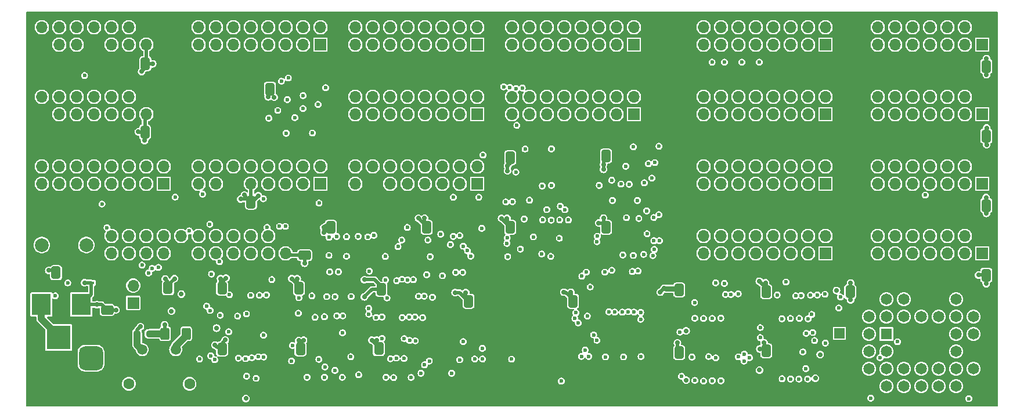
<source format=gbr>
%TF.GenerationSoftware,KiCad,Pcbnew,7.0.0-da2b9df05c~171~ubuntu20.04.1*%
%TF.CreationDate,2023-03-29T16:06:27-07:00*%
%TF.ProjectId,Motherboard,4d6f7468-6572-4626-9f61-72642e6b6963,rev?*%
%TF.SameCoordinates,Original*%
%TF.FileFunction,Copper,L4,Bot*%
%TF.FilePolarity,Positive*%
%FSLAX46Y46*%
G04 Gerber Fmt 4.6, Leading zero omitted, Abs format (unit mm)*
G04 Created by KiCad (PCBNEW 7.0.0-da2b9df05c~171~ubuntu20.04.1) date 2023-03-29 16:06:27*
%MOMM*%
%LPD*%
G01*
G04 APERTURE LIST*
G04 Aperture macros list*
%AMRoundRect*
0 Rectangle with rounded corners*
0 $1 Rounding radius*
0 $2 $3 $4 $5 $6 $7 $8 $9 X,Y pos of 4 corners*
0 Add a 4 corners polygon primitive as box body*
4,1,4,$2,$3,$4,$5,$6,$7,$8,$9,$2,$3,0*
0 Add four circle primitives for the rounded corners*
1,1,$1+$1,$2,$3*
1,1,$1+$1,$4,$5*
1,1,$1+$1,$6,$7*
1,1,$1+$1,$8,$9*
0 Add four rect primitives between the rounded corners*
20,1,$1+$1,$2,$3,$4,$5,0*
20,1,$1+$1,$4,$5,$6,$7,0*
20,1,$1+$1,$6,$7,$8,$9,0*
20,1,$1+$1,$8,$9,$2,$3,0*%
G04 Aperture macros list end*
%TA.AperFunction,ComponentPad*%
%ADD10R,1.700000X1.700000*%
%TD*%
%TA.AperFunction,ComponentPad*%
%ADD11O,1.700000X1.700000*%
%TD*%
%TA.AperFunction,ComponentPad*%
%ADD12C,1.600000*%
%TD*%
%TA.AperFunction,ComponentPad*%
%ADD13R,1.500000X1.500000*%
%TD*%
%TA.AperFunction,ComponentPad*%
%ADD14C,1.500000*%
%TD*%
%TA.AperFunction,ComponentPad*%
%ADD15R,1.650000X1.650000*%
%TD*%
%TA.AperFunction,ComponentPad*%
%ADD16C,1.650000*%
%TD*%
%TA.AperFunction,ComponentPad*%
%ADD17R,3.500000X3.500000*%
%TD*%
%TA.AperFunction,ComponentPad*%
%ADD18RoundRect,0.750000X1.000000X-0.750000X1.000000X0.750000X-1.000000X0.750000X-1.000000X-0.750000X0*%
%TD*%
%TA.AperFunction,ComponentPad*%
%ADD19RoundRect,0.875000X0.875000X-0.875000X0.875000X0.875000X-0.875000X0.875000X-0.875000X-0.875000X0*%
%TD*%
%TA.AperFunction,ComponentPad*%
%ADD20C,2.000000*%
%TD*%
%TA.AperFunction,SMDPad,CuDef*%
%ADD21RoundRect,0.250000X-0.412500X-0.650000X0.412500X-0.650000X0.412500X0.650000X-0.412500X0.650000X0*%
%TD*%
%TA.AperFunction,SMDPad,CuDef*%
%ADD22RoundRect,0.237500X-0.250000X-0.237500X0.250000X-0.237500X0.250000X0.237500X-0.250000X0.237500X0*%
%TD*%
%TA.AperFunction,SMDPad,CuDef*%
%ADD23RoundRect,0.250000X0.412500X0.650000X-0.412500X0.650000X-0.412500X-0.650000X0.412500X-0.650000X0*%
%TD*%
%TA.AperFunction,SMDPad,CuDef*%
%ADD24R,2.800000X3.150000*%
%TD*%
%TA.AperFunction,SMDPad,CuDef*%
%ADD25RoundRect,0.250000X0.400000X0.625000X-0.400000X0.625000X-0.400000X-0.625000X0.400000X-0.625000X0*%
%TD*%
%TA.AperFunction,SMDPad,CuDef*%
%ADD26RoundRect,0.250000X0.650000X-0.412500X0.650000X0.412500X-0.650000X0.412500X-0.650000X-0.412500X0*%
%TD*%
%TA.AperFunction,SMDPad,CuDef*%
%ADD27R,0.950000X0.420000*%
%TD*%
%TA.AperFunction,SMDPad,CuDef*%
%ADD28RoundRect,0.250000X-0.650000X0.412500X-0.650000X-0.412500X0.650000X-0.412500X0.650000X0.412500X0*%
%TD*%
%TA.AperFunction,ViaPad*%
%ADD29C,0.700000*%
%TD*%
%TA.AperFunction,ViaPad*%
%ADD30C,0.600000*%
%TD*%
%TA.AperFunction,Conductor*%
%ADD31C,0.500000*%
%TD*%
%TA.AperFunction,Conductor*%
%ADD32C,1.000000*%
%TD*%
G04 APERTURE END LIST*
D10*
%TO.P,JMEM_C2,1,Pin_1*%
%TO.N,VCC*%
X208279999Y-104139999D03*
D11*
%TO.P,JMEM_C2,2,Pin_2*%
%TO.N,GND*%
X208279999Y-101599999D03*
%TO.P,JMEM_C2,3,Pin_3*%
%TO.N,/~{RST}*%
X205739999Y-104139999D03*
%TO.P,JMEM_C2,4,Pin_4*%
%TO.N,/CLK*%
X205739999Y-101599999D03*
%TO.P,JMEM_C2,5,Pin_5*%
%TO.N,/~{MEM_OE}*%
X203199999Y-104139999D03*
%TO.P,JMEM_C2,6,Pin_6*%
%TO.N,/~{INST_WB}*%
X203199999Y-101599999D03*
%TO.P,JMEM_C2,7,Pin_7*%
%TO.N,/MEM_DATA0*%
X200659999Y-104139999D03*
%TO.P,JMEM_C2,8,Pin_8*%
%TO.N,/MEM_DATA1*%
X200659999Y-101599999D03*
%TO.P,JMEM_C2,9,Pin_9*%
%TO.N,/MEM_DATA2*%
X198119999Y-104139999D03*
%TO.P,JMEM_C2,10,Pin_10*%
%TO.N,/MEM_DATA3*%
X198119999Y-101599999D03*
%TO.P,JMEM_C2,11,Pin_11*%
%TO.N,/MEM_DATA4*%
X195579999Y-104139999D03*
%TO.P,JMEM_C2,12,Pin_12*%
%TO.N,/MEM_DATA5*%
X195579999Y-101599999D03*
%TO.P,JMEM_C2,13,Pin_13*%
%TO.N,/MEM_DATA6*%
X193039999Y-104139999D03*
%TO.P,JMEM_C2,14,Pin_14*%
%TO.N,/MEM_DATA7*%
X193039999Y-101599999D03*
%TO.P,JMEM_C2,15,Pin_15*%
%TO.N,GND*%
X190499999Y-104139999D03*
%TO.P,JMEM_C2,16,Pin_16*%
X190499999Y-101599999D03*
%TD*%
D10*
%TO.P,JMEM_C1,1,Pin_1*%
%TO.N,/MEM_ADDR0*%
X185419999Y-104139999D03*
D11*
%TO.P,JMEM_C1,2,Pin_2*%
%TO.N,/MEM_ADDR1*%
X185419999Y-101599999D03*
%TO.P,JMEM_C1,3,Pin_3*%
%TO.N,/MEM_ADDR2*%
X182879999Y-104139999D03*
%TO.P,JMEM_C1,4,Pin_4*%
%TO.N,/MEM_ADDR3*%
X182879999Y-101599999D03*
%TO.P,JMEM_C1,5,Pin_5*%
%TO.N,/MEM_ADDR4*%
X180339999Y-104139999D03*
%TO.P,JMEM_C1,6,Pin_6*%
%TO.N,/MEM_ADDR5*%
X180339999Y-101599999D03*
%TO.P,JMEM_C1,7,Pin_7*%
%TO.N,/MEM_ADDR6*%
X177799999Y-104139999D03*
%TO.P,JMEM_C1,8,Pin_8*%
%TO.N,/MEM_ADDR7*%
X177799999Y-101599999D03*
%TO.P,JMEM_C1,9,Pin_9*%
%TO.N,/MEM_ADDR8*%
X175259999Y-104139999D03*
%TO.P,JMEM_C1,10,Pin_10*%
%TO.N,/MEM_ADDR9*%
X175259999Y-101599999D03*
%TO.P,JMEM_C1,11,Pin_11*%
%TO.N,/MEM_ADDR10*%
X172719999Y-104139999D03*
%TO.P,JMEM_C1,12,Pin_12*%
%TO.N,/MEM_ADDR11*%
X172719999Y-101599999D03*
%TO.P,JMEM_C1,13,Pin_13*%
%TO.N,/MEM_ADDR12*%
X170179999Y-104139999D03*
%TO.P,JMEM_C1,14,Pin_14*%
%TO.N,/MEM_ADDR13*%
X170179999Y-101599999D03*
%TO.P,JMEM_C1,15,Pin_15*%
%TO.N,/MEM_ADDR14*%
X167639999Y-104139999D03*
%TO.P,JMEM_C1,16,Pin_16*%
%TO.N,/MEM_ADDR15*%
X167639999Y-101599999D03*
%TD*%
D10*
%TO.P,JREGLOW3,1,Pin_1*%
%TO.N,/IN_ACC6*%
X134619999Y-93979999D03*
D11*
%TO.P,JREGLOW3,2,Pin_2*%
%TO.N,/IN_ACC7*%
X134619999Y-91439999D03*
%TO.P,JREGLOW3,3,Pin_3*%
%TO.N,/IN_ACC4*%
X132079999Y-93979999D03*
%TO.P,JREGLOW3,4,Pin_4*%
%TO.N,/IN_ACC5*%
X132079999Y-91439999D03*
%TO.P,JREGLOW3,5,Pin_5*%
%TO.N,/IN_ACC2*%
X129539999Y-93979999D03*
%TO.P,JREGLOW3,6,Pin_6*%
%TO.N,/IN_ACC3*%
X129539999Y-91439999D03*
%TO.P,JREGLOW3,7,Pin_7*%
%TO.N,/IN_ACC0*%
X126999999Y-93979999D03*
%TO.P,JREGLOW3,8,Pin_8*%
%TO.N,/IN_ACC1*%
X126999999Y-91439999D03*
%TO.P,JREGLOW3,9,Pin_9*%
%TO.N,/RCS6*%
X124459999Y-93979999D03*
%TO.P,JREGLOW3,10,Pin_10*%
%TO.N,/RCS7*%
X124459999Y-91439999D03*
%TO.P,JREGLOW3,11,Pin_11*%
%TO.N,/RCS4*%
X121919999Y-93979999D03*
%TO.P,JREGLOW3,12,Pin_12*%
%TO.N,/RCS5*%
X121919999Y-91439999D03*
%TO.P,JREGLOW3,13,Pin_13*%
%TO.N,/RCS2*%
X119379999Y-93979999D03*
%TO.P,JREGLOW3,14,Pin_14*%
%TO.N,/RCS3*%
X119379999Y-91439999D03*
%TO.P,JREGLOW3,15,Pin_15*%
%TO.N,/RCS0*%
X116839999Y-93979999D03*
%TO.P,JREGLOW3,16,Pin_16*%
%TO.N,/RCS1*%
X116839999Y-91439999D03*
%TD*%
D10*
%TO.P,JALU2,1,Pin_1*%
%TO.N,/IN_ACC7*%
X111759999Y-104139999D03*
D11*
%TO.P,JALU2,2,Pin_2*%
%TO.N,/IN_ACC3*%
X111759999Y-101599999D03*
%TO.P,JALU2,3,Pin_3*%
%TO.N,/IN_ACC6*%
X109219999Y-104139999D03*
%TO.P,JALU2,4,Pin_4*%
%TO.N,/IN_ACC2*%
X109219999Y-101599999D03*
%TO.P,JALU2,5,Pin_5*%
%TO.N,/IN_ACC5*%
X106679999Y-104139999D03*
%TO.P,JALU2,6,Pin_6*%
%TO.N,/IN_ACC1*%
X106679999Y-101599999D03*
%TO.P,JALU2,7,Pin_7*%
%TO.N,/IN_ACC4*%
X104139999Y-104139999D03*
%TO.P,JALU2,8,Pin_8*%
%TO.N,/IN_ACC0*%
X104139999Y-101599999D03*
%TO.P,JALU2,9,Pin_9*%
%TO.N,VCC*%
X101599999Y-104139999D03*
%TO.P,JALU2,10,Pin_10*%
%TO.N,/WRITEID3*%
X101599999Y-101599999D03*
%TO.P,JALU2,11,Pin_11*%
%TO.N,GND*%
X99059999Y-104139999D03*
%TO.P,JALU2,12,Pin_12*%
%TO.N,/WRITEID2*%
X99059999Y-101599999D03*
%TO.P,JALU2,13,Pin_13*%
%TO.N,/OPCODE0*%
X96519999Y-104139999D03*
%TO.P,JALU2,14,Pin_14*%
%TO.N,/WRITEID1*%
X96519999Y-101599999D03*
%TO.P,JALU2,15,Pin_15*%
%TO.N,/IMM_MSB*%
X93979999Y-104139999D03*
%TO.P,JALU2,16,Pin_16*%
%TO.N,/WRITEID0*%
X93979999Y-101599999D03*
%TD*%
D10*
%TO.P,JMEM_B2,1,Pin_1*%
%TO.N,VCC*%
X208279999Y-93979999D03*
D11*
%TO.P,JMEM_B2,2,Pin_2*%
%TO.N,GND*%
X208279999Y-91439999D03*
%TO.P,JMEM_B2,3,Pin_3*%
%TO.N,/~{RST}*%
X205739999Y-93979999D03*
%TO.P,JMEM_B2,4,Pin_4*%
%TO.N,/CLK*%
X205739999Y-91439999D03*
%TO.P,JMEM_B2,5,Pin_5*%
%TO.N,/~{MEM_OE}*%
X203199999Y-93979999D03*
%TO.P,JMEM_B2,6,Pin_6*%
%TO.N,/~{INST_WB}*%
X203199999Y-91439999D03*
%TO.P,JMEM_B2,7,Pin_7*%
%TO.N,/MEM_DATA0*%
X200659999Y-93979999D03*
%TO.P,JMEM_B2,8,Pin_8*%
%TO.N,/MEM_DATA1*%
X200659999Y-91439999D03*
%TO.P,JMEM_B2,9,Pin_9*%
%TO.N,/MEM_DATA2*%
X198119999Y-93979999D03*
%TO.P,JMEM_B2,10,Pin_10*%
%TO.N,/MEM_DATA3*%
X198119999Y-91439999D03*
%TO.P,JMEM_B2,11,Pin_11*%
%TO.N,/MEM_DATA4*%
X195579999Y-93979999D03*
%TO.P,JMEM_B2,12,Pin_12*%
%TO.N,/MEM_DATA5*%
X195579999Y-91439999D03*
%TO.P,JMEM_B2,13,Pin_13*%
%TO.N,/MEM_DATA6*%
X193039999Y-93979999D03*
%TO.P,JMEM_B2,14,Pin_14*%
%TO.N,/MEM_DATA7*%
X193039999Y-91439999D03*
%TO.P,JMEM_B2,15,Pin_15*%
%TO.N,GND*%
X190499999Y-93979999D03*
%TO.P,JMEM_B2,16,Pin_16*%
X190499999Y-91439999D03*
%TD*%
D10*
%TO.P,JMEM_D1,1,Pin_1*%
%TO.N,/MEM_ADDR0*%
X185419999Y-114299999D03*
D11*
%TO.P,JMEM_D1,2,Pin_2*%
%TO.N,/MEM_ADDR1*%
X185419999Y-111759999D03*
%TO.P,JMEM_D1,3,Pin_3*%
%TO.N,/MEM_ADDR2*%
X182879999Y-114299999D03*
%TO.P,JMEM_D1,4,Pin_4*%
%TO.N,/MEM_ADDR3*%
X182879999Y-111759999D03*
%TO.P,JMEM_D1,5,Pin_5*%
%TO.N,/MEM_ADDR4*%
X180339999Y-114299999D03*
%TO.P,JMEM_D1,6,Pin_6*%
%TO.N,/MEM_ADDR5*%
X180339999Y-111759999D03*
%TO.P,JMEM_D1,7,Pin_7*%
%TO.N,/MEM_ADDR6*%
X177799999Y-114299999D03*
%TO.P,JMEM_D1,8,Pin_8*%
%TO.N,/MEM_ADDR7*%
X177799999Y-111759999D03*
%TO.P,JMEM_D1,9,Pin_9*%
%TO.N,/MEM_ADDR8*%
X175259999Y-114299999D03*
%TO.P,JMEM_D1,10,Pin_10*%
%TO.N,/MEM_ADDR9*%
X175259999Y-111759999D03*
%TO.P,JMEM_D1,11,Pin_11*%
%TO.N,/MEM_ADDR10*%
X172719999Y-114299999D03*
%TO.P,JMEM_D1,12,Pin_12*%
%TO.N,/MEM_ADDR11*%
X172719999Y-111759999D03*
%TO.P,JMEM_D1,13,Pin_13*%
%TO.N,/MEM_ADDR12*%
X170179999Y-114299999D03*
%TO.P,JMEM_D1,14,Pin_14*%
%TO.N,/MEM_ADDR13*%
X170179999Y-111759999D03*
%TO.P,JMEM_D1,15,Pin_15*%
%TO.N,/MEM_ADDR14*%
X167639999Y-114299999D03*
%TO.P,JMEM_D1,16,Pin_16*%
%TO.N,/MEM_ADDR15*%
X167639999Y-111759999D03*
%TD*%
D10*
%TO.P,JMEM_B1,1,Pin_1*%
%TO.N,/MEM_ADDR0*%
X185419999Y-93979999D03*
D11*
%TO.P,JMEM_B1,2,Pin_2*%
%TO.N,/MEM_ADDR1*%
X185419999Y-91439999D03*
%TO.P,JMEM_B1,3,Pin_3*%
%TO.N,/MEM_ADDR2*%
X182879999Y-93979999D03*
%TO.P,JMEM_B1,4,Pin_4*%
%TO.N,/MEM_ADDR3*%
X182879999Y-91439999D03*
%TO.P,JMEM_B1,5,Pin_5*%
%TO.N,/MEM_ADDR4*%
X180339999Y-93979999D03*
%TO.P,JMEM_B1,6,Pin_6*%
%TO.N,/MEM_ADDR5*%
X180339999Y-91439999D03*
%TO.P,JMEM_B1,7,Pin_7*%
%TO.N,/MEM_ADDR6*%
X177799999Y-93979999D03*
%TO.P,JMEM_B1,8,Pin_8*%
%TO.N,/MEM_ADDR7*%
X177799999Y-91439999D03*
%TO.P,JMEM_B1,9,Pin_9*%
%TO.N,/MEM_ADDR8*%
X175259999Y-93979999D03*
%TO.P,JMEM_B1,10,Pin_10*%
%TO.N,/MEM_ADDR9*%
X175259999Y-91439999D03*
%TO.P,JMEM_B1,11,Pin_11*%
%TO.N,/MEM_ADDR10*%
X172719999Y-93979999D03*
%TO.P,JMEM_B1,12,Pin_12*%
%TO.N,/MEM_ADDR11*%
X172719999Y-91439999D03*
%TO.P,JMEM_B1,13,Pin_13*%
%TO.N,/MEM_ADDR12*%
X170179999Y-93979999D03*
%TO.P,JMEM_B1,14,Pin_14*%
%TO.N,/MEM_ADDR13*%
X170179999Y-91439999D03*
%TO.P,JMEM_B1,15,Pin_15*%
%TO.N,/MEM_ADDR14*%
X167639999Y-93979999D03*
%TO.P,JMEM_B1,16,Pin_16*%
%TO.N,/MEM_ADDR15*%
X167639999Y-91439999D03*
%TD*%
D12*
%TO.P,C4,1*%
%TO.N,GND*%
X86320000Y-133350000D03*
%TO.P,C4,2*%
%TO.N,/OSC_IN*%
X83820000Y-133350000D03*
%TD*%
D13*
%TO.P,TPROM15,1,1*%
%TO.N,/ROMADDR15*%
X187451999Y-125983999D03*
%TD*%
D10*
%TO.P,JREGLOW1,1,Pin_1*%
%TO.N,GND*%
X88899999Y-93979999D03*
D11*
%TO.P,JREGLOW1,2,Pin_2*%
X88899999Y-91439999D03*
%TO.P,JREGLOW1,3,Pin_3*%
%TO.N,VCC*%
X86359999Y-93979999D03*
%TO.P,JREGLOW1,4,Pin_4*%
%TO.N,GND*%
X86359999Y-91439999D03*
%TO.P,JREGLOW1,5,Pin_5*%
%TO.N,/CLK*%
X83819999Y-93979999D03*
%TO.P,JREGLOW1,6,Pin_6*%
%TO.N,/WRITEID2*%
X83819999Y-91439999D03*
%TO.P,JREGLOW1,7,Pin_7*%
%TO.N,VCC*%
X81279999Y-93979999D03*
%TO.P,JREGLOW1,8,Pin_8*%
%TO.N,/WRITEID1*%
X81279999Y-91439999D03*
%TO.P,JREGLOW1,9,Pin_9*%
%TO.N,/WRITEID3*%
X78739999Y-93979999D03*
%TO.P,JREGLOW1,10,Pin_10*%
%TO.N,/WRITEID0*%
X78739999Y-91439999D03*
%TO.P,JREGLOW1,11,Pin_11*%
%TO.N,/~{REG_WE}*%
X76199999Y-93979999D03*
%TO.P,JREGLOW1,12,Pin_12*%
%TO.N,/IMM2*%
X76199999Y-91439999D03*
%TO.P,JREGLOW1,13,Pin_13*%
%TO.N,VCC*%
X73659999Y-93979999D03*
%TO.P,JREGLOW1,14,Pin_14*%
%TO.N,/IMM1*%
X73659999Y-91439999D03*
%TO.P,JREGLOW1,15,Pin_15*%
%TO.N,GND*%
X71119999Y-93979999D03*
%TO.P,JREGLOW1,16,Pin_16*%
%TO.N,/IMM0*%
X71119999Y-91439999D03*
%TD*%
D10*
%TO.P,JMEM_A1,1,Pin_1*%
%TO.N,/MEM_ADDR0*%
X185419999Y-83819999D03*
D11*
%TO.P,JMEM_A1,2,Pin_2*%
%TO.N,/MEM_ADDR1*%
X185419999Y-81279999D03*
%TO.P,JMEM_A1,3,Pin_3*%
%TO.N,/MEM_ADDR2*%
X182879999Y-83819999D03*
%TO.P,JMEM_A1,4,Pin_4*%
%TO.N,/MEM_ADDR3*%
X182879999Y-81279999D03*
%TO.P,JMEM_A1,5,Pin_5*%
%TO.N,/MEM_ADDR4*%
X180339999Y-83819999D03*
%TO.P,JMEM_A1,6,Pin_6*%
%TO.N,/MEM_ADDR5*%
X180339999Y-81279999D03*
%TO.P,JMEM_A1,7,Pin_7*%
%TO.N,/MEM_ADDR6*%
X177799999Y-83819999D03*
%TO.P,JMEM_A1,8,Pin_8*%
%TO.N,/MEM_ADDR7*%
X177799999Y-81279999D03*
%TO.P,JMEM_A1,9,Pin_9*%
%TO.N,/MEM_ADDR8*%
X175259999Y-83819999D03*
%TO.P,JMEM_A1,10,Pin_10*%
%TO.N,/MEM_ADDR9*%
X175259999Y-81279999D03*
%TO.P,JMEM_A1,11,Pin_11*%
%TO.N,/MEM_ADDR10*%
X172719999Y-83819999D03*
%TO.P,JMEM_A1,12,Pin_12*%
%TO.N,/MEM_ADDR11*%
X172719999Y-81279999D03*
%TO.P,JMEM_A1,13,Pin_13*%
%TO.N,/MEM_ADDR12*%
X170179999Y-83819999D03*
%TO.P,JMEM_A1,14,Pin_14*%
%TO.N,/MEM_ADDR13*%
X170179999Y-81279999D03*
%TO.P,JMEM_A1,15,Pin_15*%
%TO.N,/MEM_ADDR14*%
X167639999Y-83819999D03*
%TO.P,JMEM_A1,16,Pin_16*%
%TO.N,/MEM_ADDR15*%
X167639999Y-81279999D03*
%TD*%
D10*
%TO.P,JREGHIGH4,1,Pin_1*%
%TO.N,/DATAIN6*%
X157479999Y-83819999D03*
D11*
%TO.P,JREGHIGH4,2,Pin_2*%
%TO.N,/DATAIN7*%
X157479999Y-81279999D03*
%TO.P,JREGHIGH4,3,Pin_3*%
%TO.N,/DATAIN4*%
X154939999Y-83819999D03*
%TO.P,JREGHIGH4,4,Pin_4*%
%TO.N,/DATAIN5*%
X154939999Y-81279999D03*
%TO.P,JREGHIGH4,5,Pin_5*%
%TO.N,/DATAIN2*%
X152399999Y-83819999D03*
%TO.P,JREGHIGH4,6,Pin_6*%
%TO.N,/DATAIN3*%
X152399999Y-81279999D03*
%TO.P,JREGHIGH4,7,Pin_7*%
%TO.N,/DATAIN0*%
X149859999Y-83819999D03*
%TO.P,JREGHIGH4,8,Pin_8*%
%TO.N,/DATAIN1*%
X149859999Y-81279999D03*
%TO.P,JREGHIGH4,9,Pin_9*%
%TO.N,/DATAOUT_HIGH6*%
X147319999Y-83819999D03*
%TO.P,JREGHIGH4,10,Pin_10*%
%TO.N,/DATAOUT_HIGH7*%
X147319999Y-81279999D03*
%TO.P,JREGHIGH4,11,Pin_11*%
%TO.N,/DATAOUT_HIGH4*%
X144779999Y-83819999D03*
%TO.P,JREGHIGH4,12,Pin_12*%
%TO.N,/DATAOUT_HIGH5*%
X144779999Y-81279999D03*
%TO.P,JREGHIGH4,13,Pin_13*%
%TO.N,/DATAOUT_HIGH2*%
X142239999Y-83819999D03*
%TO.P,JREGHIGH4,14,Pin_14*%
%TO.N,/DATAOUT_HIGH3*%
X142239999Y-81279999D03*
%TO.P,JREGHIGH4,15,Pin_15*%
%TO.N,/DATAOUT_HIGH0*%
X139699999Y-83819999D03*
%TO.P,JREGHIGH4,16,Pin_16*%
%TO.N,/DATAOUT_HIGH1*%
X139699999Y-81279999D03*
%TD*%
D14*
%TO.P,Y1,1,1*%
%TO.N,Net-(C8-Pad2)*%
X90645000Y-128365000D03*
%TO.P,Y1,2,2*%
%TO.N,/OSC_IN*%
X85765000Y-128365000D03*
%TD*%
D10*
%TO.P,JALU1,1,Pin_1*%
%TO.N,/REGDATA3*%
X88899999Y-104139999D03*
D11*
%TO.P,JALU1,2,Pin_2*%
%TO.N,/REGDATA7*%
X88899999Y-101599999D03*
%TO.P,JALU1,3,Pin_3*%
%TO.N,/REGDATA2*%
X86359999Y-104139999D03*
%TO.P,JALU1,4,Pin_4*%
%TO.N,/REGDATA6*%
X86359999Y-101599999D03*
%TO.P,JALU1,5,Pin_5*%
%TO.N,/REGDATA1*%
X83819999Y-104139999D03*
%TO.P,JALU1,6,Pin_6*%
%TO.N,/REGDATA5*%
X83819999Y-101599999D03*
%TO.P,JALU1,7,Pin_7*%
%TO.N,/REGDATA0*%
X81279999Y-104139999D03*
%TO.P,JALU1,8,Pin_8*%
%TO.N,/REGDATA4*%
X81279999Y-101599999D03*
%TO.P,JALU1,9,Pin_9*%
%TO.N,/~{CARRY_WE}*%
X78739999Y-104139999D03*
%TO.P,JALU1,10,Pin_10*%
%TO.N,/IMM3*%
X78739999Y-101599999D03*
%TO.P,JALU1,11,Pin_11*%
%TO.N,/CARRY*%
X76199999Y-104139999D03*
%TO.P,JALU1,12,Pin_12*%
%TO.N,/IMM2*%
X76199999Y-101599999D03*
%TO.P,JALU1,13,Pin_13*%
%TO.N,/OUT_RX_ID*%
X73659999Y-104139999D03*
%TO.P,JALU1,14,Pin_14*%
%TO.N,/IMM1*%
X73659999Y-101599999D03*
%TO.P,JALU1,15,Pin_15*%
%TO.N,/CLK*%
X71119999Y-104139999D03*
%TO.P,JALU1,16,Pin_16*%
%TO.N,/IMM0*%
X71119999Y-101599999D03*
%TD*%
D10*
%TO.P,JP1,1,A*%
%TO.N,/CLK_INT*%
X84454999Y-121538999D03*
D11*
%TO.P,JP1,2,B*%
%TO.N,/CLK*%
X84454999Y-118998999D03*
%TD*%
D15*
%TO.P,U2,1,NC*%
%TO.N,unconnected-(U2-NC-Pad1)*%
X194309999Y-126079999D03*
D16*
%TO.P,U2,2,A14*%
%TO.N,/ROMADDR14*%
X191770000Y-128620000D03*
%TO.P,U2,3,A12*%
%TO.N,/ROMADDR12*%
X194310000Y-128620000D03*
%TO.P,U2,4,A7*%
%TO.N,/ROMADDR7*%
X191770000Y-131160000D03*
%TO.P,U2,5,A6*%
%TO.N,/ROMADDR6*%
X194310000Y-133700000D03*
%TO.P,U2,6,A5*%
%TO.N,/ROMADDR5*%
X194310000Y-131160000D03*
%TO.P,U2,7,A4*%
%TO.N,/ROMADDR4*%
X196850000Y-133700000D03*
%TO.P,U2,8,A3*%
%TO.N,/ROMADDR3*%
X196850000Y-131160000D03*
%TO.P,U2,9,A2*%
%TO.N,/ROMADDR2*%
X199390000Y-133700000D03*
%TO.P,U2,10,A1*%
%TO.N,/ROMADDR1*%
X199390000Y-131160000D03*
%TO.P,U2,11,A0*%
%TO.N,/ROMADDR0*%
X201930000Y-133700000D03*
%TO.P,U2,12,NC*%
%TO.N,unconnected-(U2-NC-Pad12)*%
X201930000Y-131160000D03*
%TO.P,U2,13,IO0*%
%TO.N,/OPCODE0*%
X204470000Y-133700000D03*
%TO.P,U2,14,IO1*%
%TO.N,/IN_R1*%
X207010000Y-131160000D03*
%TO.P,U2,15,IO2*%
%TO.N,/OPCODE2*%
X204470000Y-131160000D03*
%TO.P,U2,16,GND*%
%TO.N,GND*%
X207010000Y-128620000D03*
%TO.P,U2,17,NC*%
%TO.N,unconnected-(U2-NC-Pad17)*%
X204470000Y-128620000D03*
%TO.P,U2,18,IO3*%
%TO.N,/OPCODE3*%
X207010000Y-126080000D03*
%TO.P,U2,19,IO4*%
%TO.N,/IMM0*%
X204470000Y-126080000D03*
%TO.P,U2,20,IO5*%
%TO.N,/IMM1*%
X207010000Y-123540000D03*
%TO.P,U2,21,IO6*%
%TO.N,/IMM2*%
X204470000Y-121000000D03*
%TO.P,U2,22,IO7*%
%TO.N,/IMM3*%
X204470000Y-123540000D03*
%TO.P,U2,23,~{CE}*%
%TO.N,GND*%
X201930000Y-121000000D03*
%TO.P,U2,24,A10*%
%TO.N,/ROMADDR10*%
X201930000Y-123540000D03*
%TO.P,U2,25,~{OE}*%
%TO.N,GND*%
X199390000Y-121000000D03*
%TO.P,U2,26,NC*%
%TO.N,unconnected-(U2-NC-Pad26)*%
X199390000Y-123540000D03*
%TO.P,U2,27,A11*%
%TO.N,/ROMADDR11*%
X196850000Y-121000000D03*
%TO.P,U2,28,A9*%
%TO.N,/ROMADDR9*%
X196850000Y-123540000D03*
%TO.P,U2,29,A8*%
%TO.N,/ROMADDR8*%
X194310000Y-121000000D03*
%TO.P,U2,30,A13*%
%TO.N,/ROMADDR13*%
X191770000Y-123540000D03*
%TO.P,U2,31,~{WE}*%
%TO.N,VCC*%
X194310000Y-123540000D03*
%TO.P,U2,32,VCC*%
X191770000Y-126080000D03*
%TD*%
D17*
%TO.P,J1,1*%
%TO.N,Net-(F2-Pad2)*%
X73599999Y-126599999D03*
D18*
%TO.P,J1,2*%
%TO.N,GND*%
X73600000Y-132600000D03*
D19*
%TO.P,J1,3*%
%TO.N,unconnected-(J1-Pad3)*%
X78300000Y-129600000D03*
%TD*%
D10*
%TO.P,JMEM_A2,1,Pin_1*%
%TO.N,VCC*%
X208279999Y-83819999D03*
D11*
%TO.P,JMEM_A2,2,Pin_2*%
%TO.N,GND*%
X208279999Y-81279999D03*
%TO.P,JMEM_A2,3,Pin_3*%
%TO.N,/~{RST}*%
X205739999Y-83819999D03*
%TO.P,JMEM_A2,4,Pin_4*%
%TO.N,/CLK*%
X205739999Y-81279999D03*
%TO.P,JMEM_A2,5,Pin_5*%
%TO.N,/~{MEM_OE}*%
X203199999Y-83819999D03*
%TO.P,JMEM_A2,6,Pin_6*%
%TO.N,/~{INST_WB}*%
X203199999Y-81279999D03*
%TO.P,JMEM_A2,7,Pin_7*%
%TO.N,/MEM_DATA0*%
X200659999Y-83819999D03*
%TO.P,JMEM_A2,8,Pin_8*%
%TO.N,/MEM_DATA1*%
X200659999Y-81279999D03*
%TO.P,JMEM_A2,9,Pin_9*%
%TO.N,/MEM_DATA2*%
X198119999Y-83819999D03*
%TO.P,JMEM_A2,10,Pin_10*%
%TO.N,/MEM_DATA3*%
X198119999Y-81279999D03*
%TO.P,JMEM_A2,11,Pin_11*%
%TO.N,/MEM_DATA4*%
X195579999Y-83819999D03*
%TO.P,JMEM_A2,12,Pin_12*%
%TO.N,/MEM_DATA5*%
X195579999Y-81279999D03*
%TO.P,JMEM_A2,13,Pin_13*%
%TO.N,/MEM_DATA6*%
X193039999Y-83819999D03*
%TO.P,JMEM_A2,14,Pin_14*%
%TO.N,/MEM_DATA7*%
X193039999Y-81279999D03*
%TO.P,JMEM_A2,15,Pin_15*%
%TO.N,GND*%
X190499999Y-83819999D03*
%TO.P,JMEM_A2,16,Pin_16*%
X190499999Y-81279999D03*
%TD*%
D10*
%TO.P,JREGHIGH1,1,Pin_1*%
%TO.N,GND*%
X88899999Y-83819999D03*
D11*
%TO.P,JREGHIGH1,2,Pin_2*%
X88899999Y-81279999D03*
%TO.P,JREGHIGH1,3,Pin_3*%
%TO.N,VCC*%
X86359999Y-83819999D03*
%TO.P,JREGHIGH1,4,Pin_4*%
%TO.N,GND*%
X86359999Y-81279999D03*
%TO.P,JREGHIGH1,5,Pin_5*%
%TO.N,/CLK*%
X83819999Y-83819999D03*
%TO.P,JREGHIGH1,6,Pin_6*%
%TO.N,/WRITEID2*%
X83819999Y-81279999D03*
%TO.P,JREGHIGH1,7,Pin_7*%
%TO.N,/WRITEID3*%
X81279999Y-83819999D03*
%TO.P,JREGHIGH1,8,Pin_8*%
%TO.N,/WRITEID1*%
X81279999Y-81279999D03*
%TO.P,JREGHIGH1,9,Pin_9*%
%TO.N,GND*%
X78739999Y-83819999D03*
%TO.P,JREGHIGH1,10,Pin_10*%
%TO.N,/WRITEID0*%
X78739999Y-81279999D03*
%TO.P,JREGHIGH1,11,Pin_11*%
%TO.N,/~{REG_WE}*%
X76199999Y-83819999D03*
%TO.P,JREGHIGH1,12,Pin_12*%
%TO.N,/IMM2*%
X76199999Y-81279999D03*
%TO.P,JREGHIGH1,13,Pin_13*%
%TO.N,VCC*%
X73659999Y-83819999D03*
%TO.P,JREGHIGH1,14,Pin_14*%
%TO.N,/IMM1*%
X73659999Y-81279999D03*
%TO.P,JREGHIGH1,15,Pin_15*%
%TO.N,GND*%
X71119999Y-83819999D03*
%TO.P,JREGHIGH1,16,Pin_16*%
%TO.N,/IMM0*%
X71119999Y-81279999D03*
%TD*%
D10*
%TO.P,JREGLOW4,1,Pin_1*%
%TO.N,/DATAIN6*%
X157479999Y-93979999D03*
D11*
%TO.P,JREGLOW4,2,Pin_2*%
%TO.N,/DATAIN7*%
X157479999Y-91439999D03*
%TO.P,JREGLOW4,3,Pin_3*%
%TO.N,/DATAIN4*%
X154939999Y-93979999D03*
%TO.P,JREGLOW4,4,Pin_4*%
%TO.N,/DATAIN5*%
X154939999Y-91439999D03*
%TO.P,JREGLOW4,5,Pin_5*%
%TO.N,/DATAIN2*%
X152399999Y-93979999D03*
%TO.P,JREGLOW4,6,Pin_6*%
%TO.N,/DATAIN3*%
X152399999Y-91439999D03*
%TO.P,JREGLOW4,7,Pin_7*%
%TO.N,/DATAIN0*%
X149859999Y-93979999D03*
%TO.P,JREGLOW4,8,Pin_8*%
%TO.N,/DATAIN1*%
X149859999Y-91439999D03*
%TO.P,JREGLOW4,9,Pin_9*%
%TO.N,/DATAOUT_LOW6*%
X147319999Y-93979999D03*
%TO.P,JREGLOW4,10,Pin_10*%
%TO.N,/DATAOUT_LOW7*%
X147319999Y-91439999D03*
%TO.P,JREGLOW4,11,Pin_11*%
%TO.N,/DATAOUT_LOW4*%
X144779999Y-93979999D03*
%TO.P,JREGLOW4,12,Pin_12*%
%TO.N,/DATAOUT_LOW5*%
X144779999Y-91439999D03*
%TO.P,JREGLOW4,13,Pin_13*%
%TO.N,/DATAOUT_LOW2*%
X142239999Y-93979999D03*
%TO.P,JREGLOW4,14,Pin_14*%
%TO.N,/DATAOUT_LOW3*%
X142239999Y-91439999D03*
%TO.P,JREGLOW4,15,Pin_15*%
%TO.N,/DATAOUT_LOW0*%
X139699999Y-93979999D03*
%TO.P,JREGLOW4,16,Pin_16*%
%TO.N,/DATAOUT_LOW1*%
X139699999Y-91439999D03*
%TD*%
D10*
%TO.P,JREGHIGH3,1,Pin_1*%
%TO.N,/MEM_ADDR6*%
X134619999Y-83819999D03*
D11*
%TO.P,JREGHIGH3,2,Pin_2*%
%TO.N,/MEM_ADDR7*%
X134619999Y-81279999D03*
%TO.P,JREGHIGH3,3,Pin_3*%
%TO.N,/MEM_ADDR4*%
X132079999Y-83819999D03*
%TO.P,JREGHIGH3,4,Pin_4*%
%TO.N,/MEM_ADDR5*%
X132079999Y-81279999D03*
%TO.P,JREGHIGH3,5,Pin_5*%
%TO.N,/MEM_ADDR2*%
X129539999Y-83819999D03*
%TO.P,JREGHIGH3,6,Pin_6*%
%TO.N,/MEM_ADDR3*%
X129539999Y-81279999D03*
%TO.P,JREGHIGH3,7,Pin_7*%
%TO.N,/MEM_ADDR0*%
X126999999Y-83819999D03*
%TO.P,JREGHIGH3,8,Pin_8*%
%TO.N,/MEM_ADDR1*%
X126999999Y-81279999D03*
%TO.P,JREGHIGH3,9,Pin_9*%
%TO.N,/MEM_ADDR14*%
X124459999Y-83819999D03*
%TO.P,JREGHIGH3,10,Pin_10*%
%TO.N,/MEM_ADDR15*%
X124459999Y-81279999D03*
%TO.P,JREGHIGH3,11,Pin_11*%
%TO.N,/MEM_ADDR12*%
X121919999Y-83819999D03*
%TO.P,JREGHIGH3,12,Pin_12*%
%TO.N,/MEM_ADDR13*%
X121919999Y-81279999D03*
%TO.P,JREGHIGH3,13,Pin_13*%
%TO.N,/MEM_ADDR10*%
X119379999Y-83819999D03*
%TO.P,JREGHIGH3,14,Pin_14*%
%TO.N,/MEM_ADDR11*%
X119379999Y-81279999D03*
%TO.P,JREGHIGH3,15,Pin_15*%
%TO.N,/MEM_ADDR8*%
X116839999Y-83819999D03*
%TO.P,JREGHIGH3,16,Pin_16*%
%TO.N,/MEM_ADDR9*%
X116839999Y-81279999D03*
%TD*%
D10*
%TO.P,JMEM_D2,1,Pin_1*%
%TO.N,VCC*%
X208279999Y-114299999D03*
D11*
%TO.P,JMEM_D2,2,Pin_2*%
%TO.N,GND*%
X208279999Y-111759999D03*
%TO.P,JMEM_D2,3,Pin_3*%
%TO.N,/~{RST}*%
X205739999Y-114299999D03*
%TO.P,JMEM_D2,4,Pin_4*%
%TO.N,/CLK*%
X205739999Y-111759999D03*
%TO.P,JMEM_D2,5,Pin_5*%
%TO.N,/~{MEM_OE}*%
X203199999Y-114299999D03*
%TO.P,JMEM_D2,6,Pin_6*%
%TO.N,/~{INST_WB}*%
X203199999Y-111759999D03*
%TO.P,JMEM_D2,7,Pin_7*%
%TO.N,/MEM_DATA0*%
X200659999Y-114299999D03*
%TO.P,JMEM_D2,8,Pin_8*%
%TO.N,/MEM_DATA1*%
X200659999Y-111759999D03*
%TO.P,JMEM_D2,9,Pin_9*%
%TO.N,/MEM_DATA2*%
X198119999Y-114299999D03*
%TO.P,JMEM_D2,10,Pin_10*%
%TO.N,/MEM_DATA3*%
X198119999Y-111759999D03*
%TO.P,JMEM_D2,11,Pin_11*%
%TO.N,/MEM_DATA4*%
X195579999Y-114299999D03*
%TO.P,JMEM_D2,12,Pin_12*%
%TO.N,/MEM_DATA5*%
X195579999Y-111759999D03*
%TO.P,JMEM_D2,13,Pin_13*%
%TO.N,/MEM_DATA6*%
X193039999Y-114299999D03*
%TO.P,JMEM_D2,14,Pin_14*%
%TO.N,/MEM_DATA7*%
X193039999Y-111759999D03*
%TO.P,JMEM_D2,15,Pin_15*%
%TO.N,GND*%
X190499999Y-114299999D03*
%TO.P,JMEM_D2,16,Pin_16*%
X190499999Y-111759999D03*
%TD*%
D10*
%TO.P,JREGHIGH2,1,Pin_1*%
%TO.N,/JMPDST6*%
X111759999Y-83819999D03*
D11*
%TO.P,JREGHIGH2,2,Pin_2*%
%TO.N,/JMPDST7*%
X111759999Y-81279999D03*
%TO.P,JREGHIGH2,3,Pin_3*%
%TO.N,/JMPDST4*%
X109219999Y-83819999D03*
%TO.P,JREGHIGH2,4,Pin_4*%
%TO.N,/JMPDST5*%
X109219999Y-81279999D03*
%TO.P,JREGHIGH2,5,Pin_5*%
%TO.N,/JMPDST2*%
X106679999Y-83819999D03*
%TO.P,JREGHIGH2,6,Pin_6*%
%TO.N,/JMPDST3*%
X106679999Y-81279999D03*
%TO.P,JREGHIGH2,7,Pin_7*%
%TO.N,/JMPDST0*%
X104139999Y-83819999D03*
%TO.P,JREGHIGH2,8,Pin_8*%
%TO.N,/JMPDST1*%
X104139999Y-81279999D03*
%TO.P,JREGHIGH2,9,Pin_9*%
%TO.N,/JMPDST14*%
X101599999Y-83819999D03*
%TO.P,JREGHIGH2,10,Pin_10*%
%TO.N,/JMPDST15*%
X101599999Y-81279999D03*
%TO.P,JREGHIGH2,11,Pin_11*%
%TO.N,/JMPDST12*%
X99059999Y-83819999D03*
%TO.P,JREGHIGH2,12,Pin_12*%
%TO.N,/JMPDST13*%
X99059999Y-81279999D03*
%TO.P,JREGHIGH2,13,Pin_13*%
%TO.N,/JMPDST10*%
X96519999Y-83819999D03*
%TO.P,JREGHIGH2,14,Pin_14*%
%TO.N,/JMPDST11*%
X96519999Y-81279999D03*
%TO.P,JREGHIGH2,15,Pin_15*%
%TO.N,/JMPDST8*%
X93979999Y-83819999D03*
%TO.P,JREGHIGH2,16,Pin_16*%
%TO.N,/JMPDST9*%
X93979999Y-81279999D03*
%TD*%
D20*
%TO.P,SW1,1,1*%
%TO.N,GND*%
X71120000Y-108585000D03*
X77620000Y-108585000D03*
%TO.P,SW1,2,2*%
%TO.N,/~{MR_BTN}*%
X71120000Y-113085000D03*
X77620000Y-113085000D03*
%TD*%
D12*
%TO.P,C8,1*%
%TO.N,GND*%
X90170000Y-133350000D03*
%TO.P,C8,2*%
%TO.N,Net-(C8-Pad2)*%
X92670000Y-133350000D03*
%TD*%
D10*
%TO.P,JDBG1,1,Pin_1*%
%TO.N,GND*%
X106679999Y-111759999D03*
D11*
%TO.P,JDBG1,2,Pin_2*%
%TO.N,VCC*%
X106679999Y-114299999D03*
%TO.P,JDBG1,3,Pin_3*%
%TO.N,/IN_ACC0*%
X104139999Y-111759999D03*
%TO.P,JDBG1,4,Pin_4*%
%TO.N,/IN_ACC1*%
X104139999Y-114299999D03*
%TO.P,JDBG1,5,Pin_5*%
%TO.N,/IN_ACC2*%
X101599999Y-111759999D03*
%TO.P,JDBG1,6,Pin_6*%
%TO.N,/IN_ACC3*%
X101599999Y-114299999D03*
%TO.P,JDBG1,7,Pin_7*%
%TO.N,/IN_ACC4*%
X99059999Y-111759999D03*
%TO.P,JDBG1,8,Pin_8*%
%TO.N,/IN_ACC5*%
X99059999Y-114299999D03*
%TO.P,JDBG1,9,Pin_9*%
%TO.N,/IN_ACC6*%
X96519999Y-111759999D03*
%TO.P,JDBG1,10,Pin_10*%
%TO.N,/IN_ACC7*%
X96519999Y-114299999D03*
%TO.P,JDBG1,11,Pin_11*%
%TO.N,/NEWCOND*%
X93979999Y-111759999D03*
%TO.P,JDBG1,12,Pin_12*%
%TO.N,/CLK*%
X93979999Y-114299999D03*
%TO.P,JDBG1,13,Pin_13*%
%TO.N,/CARRY*%
X91439999Y-111759999D03*
%TO.P,JDBG1,14,Pin_14*%
%TO.N,GND*%
X91439999Y-114299999D03*
%TO.P,JDBG1,15,Pin_15*%
%TO.N,/OPCODE0*%
X88899999Y-111759999D03*
%TO.P,JDBG1,16,Pin_16*%
%TO.N,/IN_R1*%
X88899999Y-114299999D03*
%TO.P,JDBG1,17,Pin_17*%
%TO.N,/OPCODE2*%
X86359999Y-111759999D03*
%TO.P,JDBG1,18,Pin_18*%
%TO.N,/OPCODE3*%
X86359999Y-114299999D03*
%TO.P,JDBG1,19,Pin_19*%
%TO.N,/IMM0*%
X83819999Y-111759999D03*
%TO.P,JDBG1,20,Pin_20*%
%TO.N,/IMM1*%
X83819999Y-114299999D03*
%TO.P,JDBG1,21,Pin_21*%
%TO.N,/IMM2*%
X81279999Y-111759999D03*
%TO.P,JDBG1,22,Pin_22*%
%TO.N,/IMM3*%
X81279999Y-114299999D03*
%TD*%
D10*
%TO.P,JALU3,1,Pin_1*%
%TO.N,/ALU_RESULT7*%
X134619999Y-104139999D03*
D11*
%TO.P,JALU3,2,Pin_2*%
%TO.N,/ALU_RESULT6*%
X134619999Y-101599999D03*
%TO.P,JALU3,3,Pin_3*%
%TO.N,/ALU_RESULT5*%
X132079999Y-104139999D03*
%TO.P,JALU3,4,Pin_4*%
%TO.N,/ALU_RESULT4*%
X132079999Y-101599999D03*
%TO.P,JALU3,5,Pin_5*%
%TO.N,/ALU_RESULT3*%
X129539999Y-104139999D03*
%TO.P,JALU3,6,Pin_6*%
%TO.N,/ALU_RESULT2*%
X129539999Y-101599999D03*
%TO.P,JALU3,7,Pin_7*%
%TO.N,/ALU_RESULT1*%
X126999999Y-104139999D03*
%TO.P,JALU3,8,Pin_8*%
%TO.N,/ALU_RESULT0*%
X126999999Y-101599999D03*
%TO.P,JALU3,9,Pin_9*%
%TO.N,/~{L}*%
X124459999Y-104139999D03*
%TO.P,JALU3,10,Pin_10*%
%TO.N,/IN_R0*%
X124459999Y-101599999D03*
%TO.P,JALU3,11,Pin_11*%
%TO.N,/SWAP_NIBBLES*%
X121919999Y-104139999D03*
%TO.P,JALU3,12,Pin_12*%
%TO.N,/IN_R1*%
X121919999Y-101599999D03*
%TO.P,JALU3,13,Pin_13*%
%TO.N,GND*%
X119379999Y-104139999D03*
%TO.P,JALU3,14,Pin_14*%
%TO.N,/IN_R2*%
X119379999Y-101599999D03*
%TO.P,JALU3,15,Pin_15*%
%TO.N,VCC*%
X116839999Y-104139999D03*
%TO.P,JALU3,16,Pin_16*%
%TO.N,/IN_R3*%
X116839999Y-101599999D03*
%TD*%
D21*
%TO.P,C17,1*%
%TO.N,VCC*%
X176784000Y-128524000D03*
%TO.P,C17,2*%
%TO.N,GND*%
X179909000Y-128524000D03*
%TD*%
%TO.P,C18,1*%
%TO.N,VCC*%
X148590000Y-121285000D03*
%TO.P,C18,2*%
%TO.N,GND*%
X151715000Y-121285000D03*
%TD*%
%TO.P,C22,1*%
%TO.N,VCC*%
X189026800Y-119913400D03*
%TO.P,C22,2*%
%TO.N,GND*%
X192151800Y-119913400D03*
%TD*%
%TO.P,C10,1*%
%TO.N,VCC*%
X139446000Y-110490000D03*
%TO.P,C10,2*%
%TO.N,GND*%
X142571000Y-110490000D03*
%TD*%
%TO.P,C24,1*%
%TO.N,VCC*%
X104394000Y-90330000D03*
%TO.P,C24,2*%
%TO.N,GND*%
X107519000Y-90330000D03*
%TD*%
%TO.P,C35,1*%
%TO.N,VCC*%
X86219900Y-86588600D03*
%TO.P,C35,2*%
%TO.N,GND*%
X89344900Y-86588600D03*
%TD*%
%TO.P,C14,1*%
%TO.N,VCC*%
X133350000Y-121285000D03*
%TO.P,C14,2*%
%TO.N,GND*%
X136475000Y-121285000D03*
%TD*%
%TO.P,C12,1*%
%TO.N,VCC*%
X97409000Y-119380000D03*
%TO.P,C12,2*%
%TO.N,GND*%
X100534000Y-119380000D03*
%TD*%
%TO.P,C21,1*%
%TO.N,VCC*%
X89521900Y-119329200D03*
%TO.P,C21,2*%
%TO.N,GND*%
X92646900Y-119329200D03*
%TD*%
%TO.P,C34,1*%
%TO.N,VCC*%
X86169100Y-96596200D03*
%TO.P,C34,2*%
%TO.N,GND*%
X89294100Y-96596200D03*
%TD*%
D22*
%TO.P,R1,1*%
%TO.N,/OSC_IN*%
X85004250Y-126034800D03*
%TO.P,R1,2*%
%TO.N,/OSC_OUT*%
X86829250Y-126034800D03*
%TD*%
D23*
%TO.P,C30,1*%
%TO.N,VCC*%
X208865000Y-117475000D03*
%TO.P,C30,2*%
%TO.N,GND*%
X205740000Y-117475000D03*
%TD*%
%TO.P,C32,1*%
%TO.N,VCC*%
X208865000Y-86995000D03*
%TO.P,C32,2*%
%TO.N,GND*%
X205740000Y-86995000D03*
%TD*%
D21*
%TO.P,C5,1*%
%TO.N,VCC*%
X97409000Y-128270000D03*
%TO.P,C5,2*%
%TO.N,GND*%
X100534000Y-128270000D03*
%TD*%
D24*
%TO.P,F2,1*%
%TO.N,VCC*%
X76859999Y-121774999D03*
%TO.P,F2,2*%
%TO.N,Net-(F2-Pad2)*%
X71059999Y-121774999D03*
%TD*%
D21*
%TO.P,C2,1*%
%TO.N,VCC*%
X120269000Y-128204000D03*
%TO.P,C2,2*%
%TO.N,GND*%
X123394000Y-128204000D03*
%TD*%
%TO.P,C11,1*%
%TO.N,VCC*%
X153416000Y-100076000D03*
%TO.P,C11,2*%
%TO.N,GND*%
X156541000Y-100076000D03*
%TD*%
D25*
%TO.P,R2,1*%
%TO.N,Net-(C8-Pad2)*%
X92191150Y-126034800D03*
%TO.P,R2,2*%
%TO.N,/OSC_OUT*%
X89091150Y-126034800D03*
%TD*%
D21*
%TO.P,C19,1*%
%TO.N,VCC*%
X176784000Y-119888000D03*
%TO.P,C19,2*%
%TO.N,GND*%
X179909000Y-119888000D03*
%TD*%
%TO.P,C3,1*%
%TO.N,VCC*%
X108635000Y-119380000D03*
%TO.P,C3,2*%
%TO.N,GND*%
X111760000Y-119380000D03*
%TD*%
%TO.P,C25,1*%
%TO.N,VCC*%
X113284000Y-110490000D03*
%TO.P,C25,2*%
%TO.N,GND*%
X116409000Y-110490000D03*
%TD*%
%TO.P,C15,1*%
%TO.N,VCC*%
X139446000Y-100330000D03*
%TO.P,C15,2*%
%TO.N,GND*%
X142571000Y-100330000D03*
%TD*%
D23*
%TO.P,C33,1*%
%TO.N,VCC*%
X101638500Y-106807000D03*
%TO.P,C33,2*%
%TO.N,GND*%
X98513500Y-106807000D03*
%TD*%
%TO.P,C31,1*%
%TO.N,VCC*%
X208865000Y-97155000D03*
%TO.P,C31,2*%
%TO.N,GND*%
X205740000Y-97155000D03*
%TD*%
%TO.P,C29,1*%
%TO.N,VCC*%
X208865000Y-107315000D03*
%TO.P,C29,2*%
%TO.N,GND*%
X205740000Y-107315000D03*
%TD*%
D26*
%TO.P,C27,1*%
%TO.N,VCC*%
X109448600Y-114567100D03*
%TO.P,C27,2*%
%TO.N,GND*%
X109448600Y-111442100D03*
%TD*%
D21*
%TO.P,C9,1*%
%TO.N,VCC*%
X153416000Y-110490000D03*
%TO.P,C9,2*%
%TO.N,GND*%
X156541000Y-110490000D03*
%TD*%
D27*
%TO.P,D2,1,K*%
%TO.N,VCC*%
X78324999Y-118599999D03*
%TO.P,D2,2,A*%
%TO.N,GND*%
X80474999Y-118599999D03*
%TD*%
D28*
%TO.P,C6,1*%
%TO.N,VCC*%
X80645000Y-122555000D03*
%TO.P,C6,2*%
%TO.N,GND*%
X80645000Y-125680000D03*
%TD*%
D21*
%TO.P,C13,1*%
%TO.N,VCC*%
X120650000Y-119540000D03*
%TO.P,C13,2*%
%TO.N,GND*%
X123775000Y-119540000D03*
%TD*%
%TO.P,C1,1*%
%TO.N,VCC*%
X108839000Y-128270000D03*
%TO.P,C1,2*%
%TO.N,GND*%
X111964000Y-128270000D03*
%TD*%
%TO.P,C16,1*%
%TO.N,VCC*%
X164084000Y-119634000D03*
%TO.P,C16,2*%
%TO.N,GND*%
X167209000Y-119634000D03*
%TD*%
%TO.P,C20,1*%
%TO.N,VCC*%
X73188000Y-117134000D03*
%TO.P,C20,2*%
%TO.N,GND*%
X76313000Y-117134000D03*
%TD*%
%TO.P,C23,1*%
%TO.N,VCC*%
X127254000Y-110490000D03*
%TO.P,C23,2*%
%TO.N,GND*%
X130379000Y-110490000D03*
%TD*%
%TO.P,C7,1*%
%TO.N,VCC*%
X164084000Y-128778000D03*
%TO.P,C7,2*%
%TO.N,GND*%
X167209000Y-128778000D03*
%TD*%
D29*
%TO.N,GND*%
X107800000Y-106010000D03*
X92140000Y-123940000D03*
%TO.N,VCC*%
X153035000Y-109143800D03*
X107569000Y-117983000D03*
X104130000Y-91450000D03*
X153035000Y-101320600D03*
X207746600Y-117449600D03*
X118170000Y-120650500D03*
X112250000Y-110510000D03*
X152350000Y-109870000D03*
X189077600Y-121107200D03*
X208889600Y-88214200D03*
X90474800Y-117983000D03*
X87299800Y-86614000D03*
X126949200Y-109169200D03*
X132943600Y-120015000D03*
X105003373Y-91484057D03*
X163830000Y-127355600D03*
X176459400Y-127350000D03*
X139039600Y-102260400D03*
X184643511Y-129085500D03*
X89128600Y-118033800D03*
X208889600Y-108458000D03*
X139039600Y-101549200D03*
X118171000Y-118139500D03*
X100130000Y-106360000D03*
X109296200Y-126974600D03*
X189077600Y-118618000D03*
X175768000Y-118370000D03*
X208940400Y-98425000D03*
X97870000Y-126945498D03*
X153035000Y-102031800D03*
X102690000Y-105890000D03*
X112279266Y-111240000D03*
X108585000Y-127025400D03*
X131394200Y-120015000D03*
X147249266Y-119960734D03*
X119253000Y-126974600D03*
X148281734Y-119960734D03*
X86106000Y-97815400D03*
X161315400Y-119964200D03*
X183940000Y-132540000D03*
X138176000Y-109194600D03*
X126060200Y-109169200D03*
X108383000Y-117983000D03*
X119964200Y-126974600D03*
X161898510Y-119381090D03*
X138970097Y-109195100D03*
X175810000Y-131340000D03*
X176682400Y-118592600D03*
X100660000Y-105770000D03*
X72136000Y-116789200D03*
X81940400Y-122555000D03*
X208889600Y-85852000D03*
X97974252Y-117916580D03*
X208915000Y-95986600D03*
X109448600Y-115747800D03*
X208864200Y-118719600D03*
X208838800Y-106146600D03*
X97183000Y-117983000D03*
X85191600Y-96545400D03*
X85669500Y-87740500D03*
X175850000Y-128270000D03*
X79171800Y-121775000D03*
X77343000Y-118592600D03*
X96370000Y-127690000D03*
%TO.N,GND*%
X104775000Y-132537200D03*
X132740000Y-123480000D03*
X185394600Y-132588000D03*
X150000000Y-98500000D03*
X168990000Y-106600000D03*
X80492600Y-119176800D03*
X141585818Y-128554182D03*
X176500000Y-96000000D03*
X123840000Y-132430000D03*
X93580000Y-91560000D03*
X172720000Y-132800500D03*
X181750000Y-96750000D03*
X116205000Y-123672600D03*
X136840000Y-125900000D03*
X136640000Y-124770000D03*
X174240000Y-106560500D03*
X158080000Y-101830000D03*
X96250000Y-93960000D03*
X105435400Y-134189500D03*
X201750000Y-127000000D03*
X96000000Y-96920000D03*
X200500000Y-129500000D03*
X130175000Y-111760000D03*
X147955000Y-104444800D03*
X144349500Y-131876800D03*
X129880000Y-113659500D03*
X92684600Y-120650000D03*
X125500000Y-99000000D03*
X166814370Y-122175630D03*
X206689500Y-86995000D03*
X184750500Y-125830000D03*
X86400000Y-108400000D03*
X83200000Y-107800000D03*
X192000000Y-96000000D03*
X171490000Y-106600000D03*
X112496600Y-95554800D03*
X166990500Y-96009266D03*
X104724200Y-125755400D03*
X205740000Y-116281200D03*
X151401033Y-122962311D03*
X180983677Y-118505445D03*
X135010000Y-124640000D03*
X160659266Y-103940734D03*
X169000000Y-96000000D03*
X140910000Y-122970000D03*
X104800400Y-123469400D03*
X111768559Y-120597028D03*
X142420000Y-129710000D03*
X202000000Y-96000000D03*
X161040500Y-114350800D03*
X147929600Y-116992400D03*
X174250000Y-97500000D03*
X166990000Y-106560500D03*
X144530000Y-98560000D03*
X100920000Y-98690000D03*
X156260500Y-112054500D03*
X186140000Y-124010000D03*
X143652367Y-111779629D03*
X159740600Y-129387600D03*
X136804400Y-129844800D03*
X204740000Y-107350000D03*
X155422600Y-101422200D03*
X169000000Y-96750000D03*
X206724548Y-97142752D03*
X174250000Y-96000000D03*
X159740600Y-132130800D03*
X73964800Y-120548400D03*
X141326400Y-111814502D03*
X116230400Y-134797800D03*
X133000000Y-99000000D03*
X139039100Y-96480000D03*
X173355000Y-124688600D03*
X206689500Y-88061800D03*
X129500000Y-99000000D03*
X181750000Y-97500000D03*
X137000000Y-119000000D03*
X174250000Y-96750000D03*
X140589000Y-129819400D03*
X179250000Y-96750000D03*
X102770000Y-95680000D03*
X91640000Y-89480000D03*
X134140000Y-126350000D03*
X144349500Y-129768600D03*
X112415906Y-129642626D03*
X97155000Y-134797800D03*
X200250000Y-127000000D03*
X122693680Y-115667500D03*
X140990589Y-102011211D03*
X87260000Y-88890000D03*
X197000000Y-96000000D03*
X142320000Y-96260000D03*
X166500000Y-88000000D03*
X122693180Y-114890250D03*
X179250000Y-96000000D03*
X116799315Y-112510426D03*
X199750000Y-129000000D03*
X181740000Y-107310500D03*
X128041400Y-123596400D03*
X143240000Y-123460000D03*
X161040500Y-117047809D03*
X169000000Y-97500000D03*
X202250000Y-129000000D03*
X173370000Y-123900000D03*
X185390000Y-131900000D03*
X116205000Y-132537200D03*
X203990500Y-117449600D03*
X192100200Y-121132600D03*
X179250000Y-97500000D03*
X206639500Y-98145600D03*
X181750000Y-96000000D03*
X199600000Y-96000000D03*
X179781200Y-121107200D03*
X201500000Y-129500000D03*
X179240000Y-106560500D03*
X134569200Y-114706400D03*
X128905000Y-132461000D03*
X161269638Y-106635505D03*
X116233396Y-125883700D03*
X129630000Y-132470000D03*
X141220000Y-125540000D03*
X132943600Y-129819400D03*
X134594600Y-117043200D03*
X128016000Y-125907800D03*
X172008681Y-132148017D03*
X116430900Y-111783854D03*
X142000000Y-119000000D03*
X108830000Y-110509500D03*
X181740000Y-106560500D03*
X123145788Y-126962745D03*
X140490000Y-124230000D03*
X147955000Y-114757200D03*
X116840000Y-116967000D03*
X206725000Y-107315000D03*
X123596400Y-120650000D03*
X147955000Y-106730800D03*
X155131600Y-111861600D03*
D30*
%TO.N,/IN_R0*%
X100965000Y-123140000D03*
X125320000Y-118140322D03*
%TO.N,/IN_R2*%
X135470000Y-99940000D03*
X135290000Y-110644100D03*
%TO.N,/IN_R3*%
X131129968Y-111808723D03*
X131130000Y-106099500D03*
%TO.N,/RCS0*%
X122440000Y-132430000D03*
X104241600Y-94564200D03*
%TO.N,/RCS1*%
X105537000Y-93421200D03*
%TO.N,/RCS2*%
X108026200Y-94479500D03*
%TO.N,/RCS3*%
X109220000Y-93141800D03*
%TO.N,/RCS4*%
X111404400Y-92557600D03*
%TO.N,/RCS5*%
X109245400Y-91262200D03*
%TO.N,/RCS6*%
X106934000Y-91846400D03*
%TO.N,/RCS7*%
X106059989Y-89155846D03*
X121320000Y-132390000D03*
%TO.N,/NEWCOND*%
X95655500Y-122640000D03*
X124770502Y-127029498D03*
%TO.N,/IMM3*%
X139647701Y-129741094D03*
X138800000Y-106781600D03*
X79890000Y-107100000D03*
X139065000Y-114782600D03*
%TO.N,/IMM2*%
X127635000Y-130011951D03*
X95763099Y-129257902D03*
%TO.N,/IMM1*%
X85730000Y-115999500D03*
X126940000Y-130580000D03*
X96332599Y-129827401D03*
%TO.N,/IN_ACC6*%
X106650000Y-110360000D03*
%TO.N,/PCEVENT*%
X112340000Y-123560000D03*
X129570000Y-117564002D03*
X110520000Y-120510000D03*
%TO.N,/~{IS_SKIP}*%
X114980000Y-125895500D03*
X135380000Y-128170500D03*
X135410000Y-129718900D03*
%TO.N,/~{IS_JMP}*%
X112685596Y-120612615D03*
X158460000Y-123929500D03*
X185400000Y-127390000D03*
X185366372Y-120261872D03*
X172690000Y-120210000D03*
X172690000Y-129410000D03*
%TO.N,/~{RST}*%
X187590000Y-120680000D03*
X175900000Y-125141000D03*
X175900000Y-126600000D03*
X73100000Y-120490000D03*
X94114667Y-129729379D03*
X164200900Y-125790900D03*
X164416700Y-132249177D03*
%TO.N,/IN_ACC7*%
X97154500Y-123340000D03*
X123982966Y-126747417D03*
%TO.N,/ROMADDR8*%
X174352250Y-129535500D03*
%TO.N,/ROMADDR9*%
X168371000Y-129372409D03*
X193394500Y-129535500D03*
%TO.N,/CARRY0*%
X183840305Y-127026705D03*
X184240000Y-120360000D03*
%TO.N,/ROMADDR2*%
X182130000Y-128690000D03*
X182570000Y-131134500D03*
%TO.N,/ROMADDR10*%
X169409500Y-129560500D03*
X195934500Y-127210000D03*
%TO.N,/ROMADDR11*%
X173535000Y-130035000D03*
%TO.N,/CARRY1*%
X173600000Y-129000000D03*
X178370000Y-120370000D03*
%TO.N,/ROMADDR4*%
X179644584Y-118488500D03*
%TO.N,/ROMADDR12*%
X166329185Y-121478313D03*
X183580500Y-125860000D03*
%TO.N,/ROMADDR5*%
X183430000Y-123214500D03*
X181071000Y-120490500D03*
%TO.N,/ROMADDR13*%
X170840000Y-120290000D03*
%TO.N,/CARRY2*%
X171640000Y-120310500D03*
X165965700Y-129442801D03*
%TO.N,/ROMADDR6*%
X181890000Y-120450000D03*
%TO.N,/ROMADDR14*%
X182600000Y-125980000D03*
X169390000Y-118610000D03*
%TO.N,/ROMADDR7*%
X183240000Y-120400000D03*
%TO.N,/ROMADDR15*%
X187360000Y-122280000D03*
X170670000Y-118684500D03*
%TO.N,/REGDATA3*%
X144160000Y-109410700D03*
X152100500Y-112600000D03*
X151600000Y-126200000D03*
%TO.N,/IMM0*%
X87235220Y-116494734D03*
X192022777Y-135449500D03*
X127270000Y-117405500D03*
X80640000Y-110540000D03*
X130910000Y-131799500D03*
%TO.N,/~{CARRY_WE}*%
X90563453Y-106089500D03*
X94580000Y-105640000D03*
X110970000Y-123619900D03*
X111550000Y-106940500D03*
%TO.N,/OUT_RX_ID*%
X107560000Y-130009500D03*
X97030000Y-115520000D03*
X102695000Y-129405000D03*
X92620000Y-110999500D03*
X109810000Y-132386700D03*
%TO.N,/IN_ACC4*%
X103979761Y-110520815D03*
%TO.N,/IN_ACC5*%
X103428273Y-106310248D03*
%TO.N,/IN_ACC2*%
X105789500Y-110359500D03*
%TO.N,/IN_ACC0*%
X120773144Y-126715248D03*
X118662050Y-111890000D03*
%TO.N,/CARRY*%
X95155500Y-122000000D03*
X125605214Y-127078827D03*
%TO.N,/IN_R1*%
X123952266Y-129650492D03*
X123070000Y-113310000D03*
X113000000Y-114590000D03*
%TO.N,/DATAOUT_LOW1*%
X144040000Y-114385100D03*
%TO.N,/DATAOUT_LOW0*%
X140926066Y-113671159D03*
%TO.N,/DATAOUT_LOW3*%
X141480000Y-109279500D03*
%TO.N,/DATAOUT_LOW2*%
X145415000Y-109448600D03*
%TO.N,/DATAOUT_LOW5*%
X144119600Y-104444800D03*
%TO.N,/DATAOUT_LOW4*%
X140252852Y-102432398D03*
X140400000Y-95600000D03*
%TO.N,/DATAOUT_LOW7*%
X141605000Y-99060000D03*
%TO.N,/DATAOUT_LOW6*%
X145440400Y-99034600D03*
%TO.N,/DATAOUT_HIGH1*%
X145338800Y-114731800D03*
X139764265Y-106758561D03*
%TO.N,/DATAOUT_HIGH0*%
X138970000Y-112830000D03*
X138475900Y-89969500D03*
%TO.N,/DATAOUT_HIGH3*%
X139385000Y-90075000D03*
X138990000Y-112010000D03*
%TO.N,/DATAOUT_HIGH2*%
X146670000Y-109410700D03*
X140310000Y-90230000D03*
%TO.N,/DATAOUT_HIGH5*%
X145440400Y-104368600D03*
X141195074Y-90152180D03*
%TO.N,/ALU_RESULT7*%
X156410500Y-109090500D03*
X154234100Y-103619500D03*
%TO.N,/ALU_RESULT6*%
X134850000Y-106099500D03*
X160384000Y-109070000D03*
%TO.N,/ALU_RESULT5*%
X158885500Y-114440000D03*
X132580000Y-113245946D03*
%TO.N,/ALU_RESULT4*%
X155860000Y-114530000D03*
X133210353Y-113909646D03*
%TO.N,/ALU_RESULT3*%
X152427559Y-104379889D03*
%TO.N,/ALU_RESULT2*%
X160553200Y-101046800D03*
%TO.N,/ALU_RESULT1*%
X159000000Y-104000000D03*
%TO.N,/ALU_RESULT0*%
X155590000Y-104180000D03*
%TO.N,/MEM_DATA0*%
X154350000Y-106570000D03*
X150679500Y-123448246D03*
%TO.N,/MEM_DATA1*%
X158000500Y-106570500D03*
X199975000Y-105785000D03*
X153840000Y-122830000D03*
%TO.N,/MEM_DATA2*%
X155790000Y-122880500D03*
X159602067Y-101200000D03*
%TO.N,/DATAIN6*%
X161120497Y-108660000D03*
%TO.N,/DATAIN7*%
X158200000Y-109200000D03*
%TO.N,/MEM_DATA3*%
X158470000Y-122930000D03*
X156280000Y-101570000D03*
X157260000Y-116950000D03*
%TO.N,/MEM_DATA4*%
X154254200Y-116763800D03*
X150901400Y-129336800D03*
X160457366Y-113733055D03*
%TO.N,/MEM_DATA5*%
X153339800Y-129413000D03*
X158089600Y-116865400D03*
%TO.N,/MEM_DATA6*%
X161190500Y-112446196D03*
X159385000Y-111429800D03*
X155981400Y-129413000D03*
%TO.N,/REGDATA7*%
X144780000Y-107911700D03*
X149374647Y-124460500D03*
%TO.N,/~{REG_WE}*%
X77350000Y-88330000D03*
X133680000Y-114690000D03*
%TO.N,/DATAIN4*%
X157400000Y-114600000D03*
%TO.N,Net-(UNAND2-Pad6)*%
X100980000Y-132240000D03*
X114940000Y-132410000D03*
%TO.N,Net-(UNAND2-Pad8)*%
X116200000Y-129390000D03*
X103500000Y-129420000D03*
%TO.N,Net-(UNAND2-Pad11)*%
X111540269Y-129786544D03*
X101600974Y-120430974D03*
X101740000Y-129540000D03*
D29*
%TO.N,/OSC_IN*%
X85503033Y-124986967D03*
X90040000Y-122730000D03*
D30*
%TO.N,/REGDATA2*%
X152147900Y-111800000D03*
X152100500Y-127000000D03*
X147940000Y-109420000D03*
%TO.N,/REGDATA6*%
X159350261Y-108083322D03*
X156670000Y-122810000D03*
X147420000Y-107911700D03*
%TO.N,/OPCODE0*%
X113910000Y-120620000D03*
X113880000Y-131387700D03*
X206330000Y-135510000D03*
X113010000Y-111960000D03*
X95629500Y-110059500D03*
%TO.N,/OPCODE2*%
X132080000Y-129840000D03*
X114370000Y-116990000D03*
X122874540Y-118290000D03*
X86700058Y-117150058D03*
X131500000Y-117064502D03*
X132080000Y-111690000D03*
%TO.N,/OPCODE3*%
X121219500Y-114750503D03*
X127444300Y-112354300D03*
X88130500Y-116350000D03*
X121463292Y-120823338D03*
X121275040Y-118171267D03*
X115570000Y-114720000D03*
%TO.N,/INST_SKIP*%
X102870000Y-120410500D03*
X114164500Y-123417750D03*
%TO.N,/DATAIN5*%
X160237936Y-114631836D03*
%TO.N,/DATAIN2*%
X161137600Y-98653600D03*
%TO.N,/DATAIN3*%
X157400500Y-98728100D03*
%TO.N,/DATAIN0*%
X156800000Y-104200000D03*
%TO.N,/DATAIN1*%
X160102067Y-103299500D03*
%TO.N,/~{SKIP_ME}*%
X134240000Y-129718900D03*
X118819500Y-123180000D03*
X108540000Y-123040000D03*
X118910000Y-116890000D03*
X132579500Y-127190000D03*
%TO.N,/~{D0}*%
X129306766Y-111495671D03*
X114144668Y-111824668D03*
%TO.N,/~{D1}*%
X99680000Y-123460000D03*
X115020000Y-123420000D03*
X115584951Y-111861450D03*
%TO.N,/REGDATA1*%
X146600000Y-112099500D03*
X150530000Y-117050000D03*
X150390000Y-128420000D03*
%TO.N,/~{D4}*%
X119560000Y-111660000D03*
X103890000Y-120360000D03*
X118819500Y-122330000D03*
%TO.N,/~{D5}*%
X100850000Y-129669500D03*
X123630000Y-112353800D03*
X122818123Y-129585477D03*
%TO.N,/~{D6}*%
X98502056Y-120343998D03*
X124465788Y-118179710D03*
X124430000Y-110520000D03*
D29*
%TO.N,/CLK*%
X187024501Y-119727681D03*
X165100000Y-132800500D03*
X165100000Y-125628400D03*
X100882660Y-135488500D03*
D30*
%TO.N,/INST_JUMP*%
X107677000Y-127749500D03*
X108610000Y-120779500D03*
%TO.N,/SWAP_NIBBLES*%
X121972984Y-129690500D03*
X99791415Y-129592900D03*
%TO.N,/~{D2}*%
X117340000Y-132020000D03*
X102390000Y-132550000D03*
X117280000Y-111810000D03*
X130710000Y-113010000D03*
D29*
%TO.N,/OSC_OUT*%
X89027668Y-124702332D03*
X96609500Y-125218386D03*
X91478723Y-120240263D03*
D30*
%TO.N,/REGDATA5*%
X151090000Y-119214700D03*
X154680000Y-122880500D03*
X146749500Y-107412200D03*
%TO.N,/REGDATA0*%
X142810000Y-111889500D03*
X149820000Y-129340000D03*
X149890000Y-117629500D03*
%TO.N,/REGDATA4*%
X142257077Y-106533795D03*
X148875950Y-123800450D03*
%TO.N,Net-(UOR2-Pad3)*%
X124740000Y-123600000D03*
X126890000Y-120560000D03*
%TO.N,/IMM_MSB*%
X95880000Y-117319500D03*
X104680000Y-118130000D03*
%TO.N,/MEM_ADDR8*%
X175759500Y-86369500D03*
%TO.N,/MEM_ADDR10*%
X173219500Y-86369500D03*
%TO.N,/MEM_ADDR12*%
X170679500Y-86369500D03*
%TO.N,/MEM_ADDR14*%
X168874336Y-86380500D03*
%TO.N,/~{MEM_OE}*%
X153239300Y-117050000D03*
X146890000Y-132950500D03*
X112416646Y-130886839D03*
%TO.N,Net-(UOR1-Pad3)*%
X106780000Y-96740000D03*
X119881568Y-123654832D03*
%TO.N,Net-(UOR1-Pad6)*%
X110600000Y-96730000D03*
X120747165Y-123582855D03*
%TO.N,Net-(UOR1-Pad8)*%
X123670500Y-123670000D03*
X112520000Y-90110000D03*
%TO.N,Net-(UOR1-Pad11)*%
X107071780Y-88678220D03*
X125560000Y-123600000D03*
%TO.N,Net-(UOR2-Pad10)*%
X126680000Y-123690000D03*
X126073827Y-120562362D03*
%TO.N,Net-(UOCTMUX1-I3)*%
X128090000Y-120700500D03*
X126430000Y-131800000D03*
%TO.N,Net-(UOCTMUX1-Q)*%
X127790000Y-114780000D03*
X124990000Y-132420000D03*
%TO.N,/~{L}*%
X112350000Y-132386700D03*
X123660000Y-118069500D03*
X103450000Y-126250500D03*
X113120000Y-116998502D03*
%TO.N,/~{INST_WB}*%
X116230000Y-120600000D03*
X149000500Y-122969500D03*
X157500000Y-122860502D03*
X132540000Y-117070000D03*
%TO.N,/JMPDST6*%
X181600000Y-123800000D03*
%TO.N,/JMPDST7*%
X182899500Y-123860000D03*
%TO.N,/JMPDST4*%
X179095400Y-123850400D03*
%TO.N,/JMPDST5*%
X180300000Y-123800000D03*
%TO.N,/JMPDST2*%
X181559200Y-132664200D03*
%TO.N,/JMPDST3*%
X182829200Y-132638800D03*
%TO.N,/JMPDST0*%
X179095400Y-132613400D03*
%TO.N,/JMPDST1*%
X180340000Y-132638800D03*
%TO.N,/JMPDST14*%
X168910000Y-123799600D03*
%TO.N,/JMPDST15*%
X170154600Y-123748800D03*
%TO.N,/JMPDST12*%
X166370000Y-123774200D03*
%TO.N,/JMPDST13*%
X167640000Y-123799600D03*
%TO.N,/JMPDST10*%
X168910000Y-132892800D03*
%TO.N,/JMPDST11*%
X170180000Y-132892800D03*
%TO.N,/JMPDST8*%
X166370000Y-132842000D03*
%TO.N,/JMPDST9*%
X167640000Y-132943600D03*
%TO.N,/MEM_DATA7*%
X160384000Y-112450000D03*
X158520000Y-129370000D03*
%TO.N,/~{MR_BTN}*%
X74900000Y-118619500D03*
%TO.N,/CLK_INT*%
X98380000Y-125760000D03*
%TD*%
D31*
%TO.N,VCC*%
X100660000Y-105770000D02*
X100660000Y-105828500D01*
X79865000Y-121775000D02*
X80645000Y-122555000D01*
X112498600Y-110261400D02*
X113055400Y-110261400D01*
X208865000Y-86995000D02*
X208865000Y-88189600D01*
X81940400Y-122555000D02*
X80645000Y-122555000D01*
X85242400Y-96596200D02*
X85191600Y-96545400D01*
X208865000Y-106172800D02*
X208838800Y-106146600D01*
X97870000Y-126945498D02*
X97409000Y-127406498D01*
X176784000Y-119386000D02*
X175768000Y-118370000D01*
X139446000Y-110464600D02*
X138176000Y-109194600D01*
X208865000Y-98349600D02*
X208940400Y-98425000D01*
X112279266Y-111240000D02*
X113130866Y-110388400D01*
X208865000Y-107315000D02*
X208865000Y-106172800D01*
X176530000Y-127420600D02*
X176530000Y-128270000D01*
X118140000Y-120670000D02*
X119270000Y-119540000D01*
X87274400Y-86588600D02*
X87299800Y-86614000D01*
X86219900Y-86588600D02*
X87274400Y-86588600D01*
X132080000Y-120015000D02*
X133350000Y-121285000D01*
X119820500Y-118285607D02*
X119821207Y-118285607D01*
X77343000Y-118592600D02*
X78317600Y-118592600D01*
X119820500Y-118285607D02*
X120400000Y-118865107D01*
X108635000Y-119049000D02*
X107569000Y-117983000D01*
X112250000Y-110510000D02*
X112498600Y-110261400D01*
X119253000Y-126974600D02*
X120269000Y-127990600D01*
X101638500Y-106807000D02*
X101638500Y-104178500D01*
X86360000Y-83820000D02*
X86360000Y-86448500D01*
X76860000Y-121775000D02*
X79865000Y-121775000D01*
X127254000Y-110363000D02*
X126060200Y-109169200D01*
X96370000Y-127690000D02*
X96670600Y-127990600D01*
X208865000Y-88189600D02*
X208889600Y-88214200D01*
X176784000Y-119888000D02*
X176784000Y-118694200D01*
X161933865Y-119345735D02*
X163795735Y-119345735D01*
X208865000Y-108433400D02*
X208865000Y-107315000D01*
X176784000Y-118694200D02*
X176682400Y-118592600D01*
X100660000Y-105828500D02*
X101638500Y-106807000D01*
X208865000Y-117475000D02*
X208865000Y-118718800D01*
X138970097Y-109195100D02*
X139039600Y-109264603D01*
X152350000Y-109870000D02*
X153024600Y-109870000D01*
X208865000Y-85876600D02*
X208889600Y-85852000D01*
X148336000Y-120015000D02*
X148336000Y-121031000D01*
X112250000Y-110510000D02*
X112250000Y-111210734D01*
X189026800Y-121056400D02*
X189077600Y-121107200D01*
X162151420Y-119634000D02*
X161898510Y-119381090D01*
X97974252Y-117916580D02*
X97409000Y-118481832D01*
X208889600Y-108458000D02*
X208865000Y-108433400D01*
X112250000Y-111210734D02*
X112279266Y-111240000D01*
X132943600Y-120015000D02*
X132943600Y-120878600D01*
X97183000Y-117983000D02*
X97183000Y-119154000D01*
X100130000Y-106360000D02*
X101191500Y-106360000D01*
X89128600Y-118033800D02*
X89521900Y-118427100D01*
X119270000Y-119540000D02*
X120650000Y-119540000D01*
X97409000Y-118481832D02*
X97409000Y-119380000D01*
X118150500Y-120670000D02*
X118140000Y-120670000D01*
X96670600Y-127990600D02*
X97129600Y-127990600D01*
X120400000Y-118865107D02*
X120400000Y-119290000D01*
X108585000Y-127025400D02*
X108585000Y-128016000D01*
X85669500Y-87740500D02*
X86207600Y-87202400D01*
X148590000Y-121026000D02*
X147524734Y-119960734D01*
X126949200Y-109169200D02*
X126949200Y-110185200D01*
X78317600Y-118592600D02*
X78325000Y-118600000D01*
X189026800Y-119913400D02*
X189026800Y-118668800D01*
X78325000Y-120310000D02*
X78325000Y-118600000D01*
X89521900Y-118427100D02*
X89521900Y-119329200D01*
X76860000Y-121775000D02*
X78325000Y-120310000D01*
X161898510Y-119381090D02*
X161315400Y-119964200D01*
X118171000Y-118139500D02*
X119674393Y-118139500D01*
X108839000Y-127431800D02*
X109296200Y-126974600D01*
X176459400Y-127350000D02*
X176530000Y-127420600D01*
X86169100Y-96596200D02*
X86169100Y-94170900D01*
X164084000Y-119634000D02*
X162151420Y-119634000D01*
X139039600Y-101549200D02*
X139446000Y-101142800D01*
X208865000Y-97155000D02*
X208865000Y-96036600D01*
X102690000Y-105890000D02*
X101773000Y-106807000D01*
X163830000Y-127355600D02*
X163830000Y-128524000D01*
X97409000Y-127406498D02*
X97409000Y-128270000D01*
X208865000Y-118718800D02*
X208864200Y-118719600D01*
X72136000Y-116789200D02*
X72843200Y-116789200D01*
X101191500Y-106360000D02*
X101638500Y-106807000D01*
X208865000Y-97155000D02*
X208865000Y-98349600D01*
X139039600Y-109264603D02*
X139039600Y-110083600D01*
X119964200Y-126974600D02*
X119964200Y-127899200D01*
X153035000Y-109143800D02*
X153035000Y-110109000D01*
X108839000Y-128270000D02*
X108839000Y-127431800D01*
X161898510Y-119381090D02*
X161933865Y-119345735D01*
X208865000Y-86995000D02*
X208865000Y-85876600D01*
X104234000Y-91346000D02*
X104234000Y-90170000D01*
X86169100Y-97752300D02*
X86106000Y-97815400D01*
X139446000Y-101142800D02*
X139446000Y-100330000D01*
X108383000Y-117983000D02*
X108383000Y-119128000D01*
X89521900Y-118935900D02*
X90474800Y-117983000D01*
X131394200Y-120015000D02*
X132080000Y-120015000D01*
X119674393Y-118139500D02*
X119820500Y-118285607D01*
X147524734Y-119960734D02*
X147249266Y-119960734D01*
X118170000Y-120650500D02*
X118150500Y-120670000D01*
X189026800Y-119913400D02*
X189026800Y-121056400D01*
X86169100Y-96596200D02*
X85242400Y-96596200D01*
X208865000Y-96036600D02*
X208915000Y-95986600D01*
X189026800Y-118668800D02*
X189077600Y-118618000D01*
X109448600Y-114567100D02*
X106947100Y-114567100D01*
X104130000Y-91450000D02*
X104234000Y-91346000D01*
X139039600Y-101549200D02*
X139039600Y-102260400D01*
X207746600Y-117449600D02*
X208839600Y-117449600D01*
X86169100Y-96596200D02*
X86169100Y-97752300D01*
X153035000Y-102031800D02*
X153035000Y-100457000D01*
X109448600Y-114567100D02*
X109448600Y-115747800D01*
X148281734Y-119960734D02*
X148336000Y-120015000D01*
X119821207Y-118285607D02*
X120650000Y-119114400D01*
%TO.N,GND*%
X155131600Y-111861600D02*
X155169400Y-111861600D01*
X116430900Y-112142011D02*
X116799315Y-112510426D01*
X151715000Y-122648344D02*
X151715000Y-121285000D01*
X192151800Y-119913400D02*
X192151800Y-121081000D01*
X130379000Y-110490000D02*
X130379000Y-111556000D01*
X205740000Y-97155000D02*
X206712300Y-97155000D01*
X92684600Y-120650000D02*
X92684600Y-119366900D01*
X116430900Y-111783854D02*
X116430900Y-112142011D01*
X104724200Y-125755400D02*
X104724200Y-124536200D01*
X112290269Y-129475883D02*
X112090157Y-129275771D01*
X205740000Y-86995000D02*
X206689500Y-86995000D01*
X204015900Y-117475000D02*
X203990500Y-117449600D01*
X156541000Y-111774000D02*
X156260500Y-112054500D01*
X141326400Y-111814502D02*
X141326400Y-111734600D01*
X140990589Y-102011211D02*
X140990589Y-101910411D01*
X205740000Y-107315000D02*
X205740000Y-108036300D01*
X130175000Y-111760000D02*
X129880000Y-112055000D01*
X142571000Y-110490000D02*
X143652367Y-111571367D01*
X112415906Y-129642626D02*
X112290269Y-129516989D01*
X205740000Y-97246100D02*
X206639500Y-98145600D01*
X204816700Y-107426700D02*
X205740000Y-107426700D01*
X155422600Y-101422200D02*
X155422600Y-101194400D01*
X129880000Y-112055000D02*
X129880000Y-113659500D01*
X143652367Y-111571367D02*
X143652367Y-111779629D01*
X205740000Y-87162300D02*
X206639500Y-88061800D01*
X80475000Y-118600000D02*
X80475000Y-119159200D01*
X130379000Y-111556000D02*
X130175000Y-111760000D01*
X192151800Y-121081000D02*
X192100200Y-121132600D01*
X205740000Y-117475000D02*
X204015900Y-117475000D01*
X166814370Y-122175630D02*
X167209000Y-121781000D01*
X204740000Y-107350000D02*
X204816700Y-107426700D01*
X116205000Y-123672600D02*
X116205000Y-124891800D01*
X156541000Y-110490000D02*
X156541000Y-111774000D01*
X116205000Y-132537200D02*
X116205000Y-133248400D01*
X141326400Y-111734600D02*
X142571000Y-110490000D01*
X109448600Y-111128100D02*
X108830000Y-110509500D01*
X111760000Y-120588469D02*
X111760000Y-119380000D01*
X167209000Y-121781000D02*
X167209000Y-119634000D01*
X111768559Y-120597028D02*
X111760000Y-120588469D01*
X123394000Y-127210957D02*
X123394000Y-128204000D01*
X155422600Y-101194400D02*
X156541000Y-100076000D01*
X112290269Y-129516989D02*
X112290269Y-129475883D01*
X179909000Y-119888000D02*
X179909000Y-120979400D01*
X116430900Y-111783854D02*
X116409000Y-111761954D01*
X206639500Y-88061800D02*
X206689500Y-88061800D01*
X179909000Y-120979400D02*
X179781200Y-121107200D01*
X205740000Y-117475000D02*
X205740000Y-116281200D01*
X123145788Y-126962745D02*
X123394000Y-127210957D01*
X80475000Y-119159200D02*
X80492600Y-119176800D01*
X155169400Y-111861600D02*
X156541000Y-110490000D01*
X206725000Y-107315000D02*
X205740000Y-107315000D01*
X116409000Y-111761954D02*
X116409000Y-110490000D01*
X112090157Y-129275771D02*
X112090157Y-128396157D01*
X123596400Y-120650000D02*
X123596400Y-119718600D01*
X206712300Y-97155000D02*
X206724548Y-97142752D01*
X151401033Y-122962311D02*
X151715000Y-122648344D01*
X140990589Y-101910411D02*
X142571000Y-100330000D01*
X180983677Y-118505445D02*
X179909000Y-119580122D01*
D32*
%TO.N,Net-(F2-Pad2)*%
X71035000Y-123835000D02*
X73600000Y-126400000D01*
X71035000Y-123190000D02*
X71035000Y-123835000D01*
%TO.N,Net-(C8-Pad2)*%
X90645000Y-128365000D02*
X90645000Y-127845800D01*
X90645000Y-127845800D02*
X92191150Y-126299650D01*
%TO.N,/OSC_IN*%
X85765000Y-128365000D02*
X85039200Y-127639200D01*
X85039200Y-126069750D02*
X85004250Y-126034800D01*
D31*
X85004250Y-126034800D02*
X85004250Y-125485750D01*
D32*
X85039200Y-127639200D02*
X85039200Y-126069750D01*
D31*
X85004250Y-125485750D02*
X85503033Y-124986967D01*
D32*
%TO.N,/OSC_OUT*%
X89091150Y-126034800D02*
X86829250Y-126034800D01*
D31*
X89091150Y-126034800D02*
X89091150Y-124765814D01*
X89091150Y-124765814D02*
X89027668Y-124702332D01*
%TD*%
%TA.AperFunction,Conductor*%
%TO.N,GND*%
G36*
X210520000Y-79003763D02*
G01*
X210556237Y-79040000D01*
X210569500Y-79089500D01*
X210569500Y-136540500D01*
X210556237Y-136590000D01*
X210520000Y-136626237D01*
X210470500Y-136639500D01*
X68929500Y-136639500D01*
X68880000Y-136626237D01*
X68843763Y-136590000D01*
X68830500Y-136540500D01*
X68830500Y-135488500D01*
X100327410Y-135488500D01*
X100328257Y-135494933D01*
X100341030Y-135591957D01*
X100346330Y-135632209D01*
X100348811Y-135638199D01*
X100348812Y-135638202D01*
X100386102Y-135728228D01*
X100401799Y-135766125D01*
X100490039Y-135881121D01*
X100605035Y-135969361D01*
X100738951Y-136024830D01*
X100882660Y-136043750D01*
X101026369Y-136024830D01*
X101160285Y-135969361D01*
X101275281Y-135881121D01*
X101363521Y-135766125D01*
X101418990Y-135632209D01*
X101437910Y-135488500D01*
X101432775Y-135449500D01*
X191517130Y-135449500D01*
X191518138Y-135456511D01*
X191536603Y-135584943D01*
X191536604Y-135584946D01*
X191537612Y-135591957D01*
X191540554Y-135598399D01*
X191540555Y-135598402D01*
X191568185Y-135658902D01*
X191597400Y-135722873D01*
X191691649Y-135831643D01*
X191812724Y-135909453D01*
X191950816Y-135950000D01*
X192087660Y-135950000D01*
X192094738Y-135950000D01*
X192232830Y-135909453D01*
X192353905Y-135831643D01*
X192448154Y-135722873D01*
X192507942Y-135591957D01*
X192519726Y-135510000D01*
X205824353Y-135510000D01*
X205825361Y-135517011D01*
X205843826Y-135645443D01*
X205843827Y-135645446D01*
X205844835Y-135652457D01*
X205847777Y-135658899D01*
X205847778Y-135658902D01*
X205876993Y-135722873D01*
X205904623Y-135783373D01*
X205998872Y-135892143D01*
X206004826Y-135895969D01*
X206004828Y-135895971D01*
X206085795Y-135948005D01*
X206119947Y-135969953D01*
X206258039Y-136010500D01*
X206394883Y-136010500D01*
X206401961Y-136010500D01*
X206540053Y-135969953D01*
X206661128Y-135892143D01*
X206755377Y-135783373D01*
X206815165Y-135652457D01*
X206835647Y-135510000D01*
X206815165Y-135367543D01*
X206755377Y-135236627D01*
X206661128Y-135127857D01*
X206655174Y-135124030D01*
X206655171Y-135124028D01*
X206546010Y-135053875D01*
X206546008Y-135053874D01*
X206540053Y-135050047D01*
X206401961Y-135009500D01*
X206258039Y-135009500D01*
X206251248Y-135011493D01*
X206251247Y-135011494D01*
X206126740Y-135048052D01*
X206126737Y-135048053D01*
X206119947Y-135050047D01*
X206113994Y-135053872D01*
X206113989Y-135053875D01*
X206004828Y-135124028D01*
X206004822Y-135124033D01*
X205998872Y-135127857D01*
X205994236Y-135133206D01*
X205994235Y-135133208D01*
X205909263Y-135231271D01*
X205909260Y-135231275D01*
X205904623Y-135236627D01*
X205901680Y-135243070D01*
X205901678Y-135243074D01*
X205847778Y-135361097D01*
X205847776Y-135361102D01*
X205844835Y-135367543D01*
X205843827Y-135374551D01*
X205843826Y-135374556D01*
X205833051Y-135449500D01*
X205824353Y-135510000D01*
X192519726Y-135510000D01*
X192528424Y-135449500D01*
X192507942Y-135307043D01*
X192448154Y-135176127D01*
X192353905Y-135067357D01*
X192347951Y-135063530D01*
X192347948Y-135063528D01*
X192238787Y-134993375D01*
X192238785Y-134993374D01*
X192232830Y-134989547D01*
X192094738Y-134949000D01*
X191950816Y-134949000D01*
X191944025Y-134950993D01*
X191944024Y-134950994D01*
X191819517Y-134987552D01*
X191819514Y-134987553D01*
X191812724Y-134989547D01*
X191806771Y-134993372D01*
X191806766Y-134993375D01*
X191697605Y-135063528D01*
X191697599Y-135063533D01*
X191691649Y-135067357D01*
X191687013Y-135072706D01*
X191687012Y-135072708D01*
X191602040Y-135170771D01*
X191602037Y-135170775D01*
X191597400Y-135176127D01*
X191594457Y-135182570D01*
X191594455Y-135182574D01*
X191540555Y-135300597D01*
X191540553Y-135300602D01*
X191537612Y-135307043D01*
X191536604Y-135314051D01*
X191536603Y-135314056D01*
X191527905Y-135374556D01*
X191517130Y-135449500D01*
X101432775Y-135449500D01*
X101418990Y-135344791D01*
X101363521Y-135210875D01*
X101275281Y-135095879D01*
X101160285Y-135007639D01*
X101154286Y-135005154D01*
X101032362Y-134954652D01*
X101032359Y-134954651D01*
X101026369Y-134952170D01*
X101019938Y-134951323D01*
X101019937Y-134951323D01*
X100889093Y-134934097D01*
X100882660Y-134933250D01*
X100876227Y-134934097D01*
X100745382Y-134951323D01*
X100745379Y-134951323D01*
X100738951Y-134952170D01*
X100732962Y-134954650D01*
X100732957Y-134954652D01*
X100611033Y-135005154D01*
X100611029Y-135005156D01*
X100605035Y-135007639D01*
X100599891Y-135011586D01*
X100599886Y-135011589D01*
X100495187Y-135091928D01*
X100495183Y-135091931D01*
X100490039Y-135095879D01*
X100486091Y-135101023D01*
X100486088Y-135101027D01*
X100405749Y-135205726D01*
X100405746Y-135205731D01*
X100401799Y-135210875D01*
X100399316Y-135216869D01*
X100399314Y-135216873D01*
X100348812Y-135338797D01*
X100348810Y-135338802D01*
X100346330Y-135344791D01*
X100345483Y-135351219D01*
X100345483Y-135351222D01*
X100331067Y-135460720D01*
X100327410Y-135488500D01*
X68830500Y-135488500D01*
X68830500Y-133350000D01*
X82814659Y-133350000D01*
X82833976Y-133546132D01*
X82835387Y-133550784D01*
X82835388Y-133550788D01*
X82889773Y-133730070D01*
X82891186Y-133734727D01*
X82984090Y-133908538D01*
X83109117Y-134060883D01*
X83261462Y-134185910D01*
X83435273Y-134278814D01*
X83623868Y-134336024D01*
X83820000Y-134355341D01*
X84016132Y-134336024D01*
X84204727Y-134278814D01*
X84378538Y-134185910D01*
X84530883Y-134060883D01*
X84655910Y-133908538D01*
X84748814Y-133734727D01*
X84806024Y-133546132D01*
X84825341Y-133350000D01*
X91664659Y-133350000D01*
X91683976Y-133546132D01*
X91685387Y-133550784D01*
X91685388Y-133550788D01*
X91739773Y-133730070D01*
X91741186Y-133734727D01*
X91834090Y-133908538D01*
X91959117Y-134060883D01*
X92111462Y-134185910D01*
X92285273Y-134278814D01*
X92473868Y-134336024D01*
X92670000Y-134355341D01*
X92866132Y-134336024D01*
X93054727Y-134278814D01*
X93228538Y-134185910D01*
X93380883Y-134060883D01*
X93505910Y-133908538D01*
X93598814Y-133734727D01*
X93609348Y-133700000D01*
X193279538Y-133700000D01*
X193299338Y-133901033D01*
X193300749Y-133905685D01*
X193300750Y-133905689D01*
X193356564Y-134089684D01*
X193357977Y-134094341D01*
X193360270Y-134098631D01*
X193360271Y-134098633D01*
X193406921Y-134185910D01*
X193453202Y-134272494D01*
X193456283Y-134276249D01*
X193456285Y-134276251D01*
X193578263Y-134424882D01*
X193581353Y-134428647D01*
X193737506Y-134556798D01*
X193915659Y-134652023D01*
X194108967Y-134710662D01*
X194310000Y-134730462D01*
X194511033Y-134710662D01*
X194704341Y-134652023D01*
X194882494Y-134556798D01*
X195038647Y-134428647D01*
X195166798Y-134272494D01*
X195262023Y-134094341D01*
X195320662Y-133901033D01*
X195340462Y-133700000D01*
X195819538Y-133700000D01*
X195839338Y-133901033D01*
X195840749Y-133905685D01*
X195840750Y-133905689D01*
X195896564Y-134089684D01*
X195897977Y-134094341D01*
X195900270Y-134098631D01*
X195900271Y-134098633D01*
X195946921Y-134185910D01*
X195993202Y-134272494D01*
X195996283Y-134276249D01*
X195996285Y-134276251D01*
X196118263Y-134424882D01*
X196121353Y-134428647D01*
X196277506Y-134556798D01*
X196455659Y-134652023D01*
X196648967Y-134710662D01*
X196850000Y-134730462D01*
X197051033Y-134710662D01*
X197244341Y-134652023D01*
X197422494Y-134556798D01*
X197578647Y-134428647D01*
X197706798Y-134272494D01*
X197802023Y-134094341D01*
X197860662Y-133901033D01*
X197880462Y-133700000D01*
X198359538Y-133700000D01*
X198379338Y-133901033D01*
X198380749Y-133905685D01*
X198380750Y-133905689D01*
X198436564Y-134089684D01*
X198437977Y-134094341D01*
X198440270Y-134098631D01*
X198440271Y-134098633D01*
X198486921Y-134185910D01*
X198533202Y-134272494D01*
X198536283Y-134276249D01*
X198536285Y-134276251D01*
X198658263Y-134424882D01*
X198661353Y-134428647D01*
X198817506Y-134556798D01*
X198995659Y-134652023D01*
X199188967Y-134710662D01*
X199390000Y-134730462D01*
X199591033Y-134710662D01*
X199784341Y-134652023D01*
X199962494Y-134556798D01*
X200118647Y-134428647D01*
X200246798Y-134272494D01*
X200342023Y-134094341D01*
X200400662Y-133901033D01*
X200420462Y-133700000D01*
X200899538Y-133700000D01*
X200919338Y-133901033D01*
X200920749Y-133905685D01*
X200920750Y-133905689D01*
X200976564Y-134089684D01*
X200977977Y-134094341D01*
X200980270Y-134098631D01*
X200980271Y-134098633D01*
X201026921Y-134185910D01*
X201073202Y-134272494D01*
X201076283Y-134276249D01*
X201076285Y-134276251D01*
X201198263Y-134424882D01*
X201201353Y-134428647D01*
X201357506Y-134556798D01*
X201535659Y-134652023D01*
X201728967Y-134710662D01*
X201930000Y-134730462D01*
X202131033Y-134710662D01*
X202324341Y-134652023D01*
X202502494Y-134556798D01*
X202658647Y-134428647D01*
X202786798Y-134272494D01*
X202882023Y-134094341D01*
X202940662Y-133901033D01*
X202960462Y-133700000D01*
X203439538Y-133700000D01*
X203459338Y-133901033D01*
X203460749Y-133905685D01*
X203460750Y-133905689D01*
X203516564Y-134089684D01*
X203517977Y-134094341D01*
X203520270Y-134098631D01*
X203520271Y-134098633D01*
X203566921Y-134185910D01*
X203613202Y-134272494D01*
X203616283Y-134276249D01*
X203616285Y-134276251D01*
X203738263Y-134424882D01*
X203741353Y-134428647D01*
X203897506Y-134556798D01*
X204075659Y-134652023D01*
X204268967Y-134710662D01*
X204470000Y-134730462D01*
X204671033Y-134710662D01*
X204864341Y-134652023D01*
X205042494Y-134556798D01*
X205198647Y-134428647D01*
X205326798Y-134272494D01*
X205422023Y-134094341D01*
X205480662Y-133901033D01*
X205500462Y-133700000D01*
X205480662Y-133498967D01*
X205422023Y-133305659D01*
X205326798Y-133127506D01*
X205321235Y-133120728D01*
X205201736Y-132975117D01*
X205198647Y-132971353D01*
X205194882Y-132968263D01*
X205046251Y-132846285D01*
X205046249Y-132846283D01*
X205042494Y-132843202D01*
X205038208Y-132840911D01*
X205038205Y-132840909D01*
X204868633Y-132750271D01*
X204868631Y-132750270D01*
X204864341Y-132747977D01*
X204859686Y-132746565D01*
X204859684Y-132746564D01*
X204675689Y-132690750D01*
X204675685Y-132690749D01*
X204671033Y-132689338D01*
X204470000Y-132669538D01*
X204453743Y-132671139D01*
X204273809Y-132688861D01*
X204273807Y-132688861D01*
X204268967Y-132689338D01*
X204264316Y-132690748D01*
X204264310Y-132690750D01*
X204080315Y-132746564D01*
X204080309Y-132746566D01*
X204075659Y-132747977D01*
X204071371Y-132750268D01*
X204071366Y-132750271D01*
X203901794Y-132840909D01*
X203901786Y-132840914D01*
X203897506Y-132843202D01*
X203893755Y-132846280D01*
X203893748Y-132846285D01*
X203745117Y-132968263D01*
X203745111Y-132968268D01*
X203741353Y-132971353D01*
X203738268Y-132975111D01*
X203738263Y-132975117D01*
X203616285Y-133123748D01*
X203616280Y-133123755D01*
X203613202Y-133127506D01*
X203610914Y-133131786D01*
X203610909Y-133131794D01*
X203520271Y-133301366D01*
X203520268Y-133301371D01*
X203517977Y-133305659D01*
X203516566Y-133310309D01*
X203516564Y-133310315D01*
X203460750Y-133494310D01*
X203460748Y-133494316D01*
X203459338Y-133498967D01*
X203439538Y-133700000D01*
X202960462Y-133700000D01*
X202940662Y-133498967D01*
X202882023Y-133305659D01*
X202786798Y-133127506D01*
X202781235Y-133120728D01*
X202661736Y-132975117D01*
X202658647Y-132971353D01*
X202654882Y-132968263D01*
X202506251Y-132846285D01*
X202506249Y-132846283D01*
X202502494Y-132843202D01*
X202498208Y-132840911D01*
X202498205Y-132840909D01*
X202328633Y-132750271D01*
X202328631Y-132750270D01*
X202324341Y-132747977D01*
X202319686Y-132746565D01*
X202319684Y-132746564D01*
X202135689Y-132690750D01*
X202135685Y-132690749D01*
X202131033Y-132689338D01*
X201930000Y-132669538D01*
X201913743Y-132671139D01*
X201733809Y-132688861D01*
X201733807Y-132688861D01*
X201728967Y-132689338D01*
X201724316Y-132690748D01*
X201724310Y-132690750D01*
X201540315Y-132746564D01*
X201540309Y-132746566D01*
X201535659Y-132747977D01*
X201531371Y-132750268D01*
X201531366Y-132750271D01*
X201361794Y-132840909D01*
X201361786Y-132840914D01*
X201357506Y-132843202D01*
X201353755Y-132846280D01*
X201353748Y-132846285D01*
X201205117Y-132968263D01*
X201205111Y-132968268D01*
X201201353Y-132971353D01*
X201198268Y-132975111D01*
X201198263Y-132975117D01*
X201076285Y-133123748D01*
X201076280Y-133123755D01*
X201073202Y-133127506D01*
X201070914Y-133131786D01*
X201070909Y-133131794D01*
X200980271Y-133301366D01*
X200980268Y-133301371D01*
X200977977Y-133305659D01*
X200976566Y-133310309D01*
X200976564Y-133310315D01*
X200920750Y-133494310D01*
X200920748Y-133494316D01*
X200919338Y-133498967D01*
X200899538Y-133700000D01*
X200420462Y-133700000D01*
X200400662Y-133498967D01*
X200342023Y-133305659D01*
X200246798Y-133127506D01*
X200241235Y-133120728D01*
X200121736Y-132975117D01*
X200118647Y-132971353D01*
X200114882Y-132968263D01*
X199966251Y-132846285D01*
X199966249Y-132846283D01*
X199962494Y-132843202D01*
X199958208Y-132840911D01*
X199958205Y-132840909D01*
X199788633Y-132750271D01*
X199788631Y-132750270D01*
X199784341Y-132747977D01*
X199779686Y-132746565D01*
X199779684Y-132746564D01*
X199595689Y-132690750D01*
X199595685Y-132690749D01*
X199591033Y-132689338D01*
X199390000Y-132669538D01*
X199373743Y-132671139D01*
X199193809Y-132688861D01*
X199193807Y-132688861D01*
X199188967Y-132689338D01*
X199184316Y-132690748D01*
X199184310Y-132690750D01*
X199000315Y-132746564D01*
X199000309Y-132746566D01*
X198995659Y-132747977D01*
X198991371Y-132750268D01*
X198991366Y-132750271D01*
X198821794Y-132840909D01*
X198821786Y-132840914D01*
X198817506Y-132843202D01*
X198813755Y-132846280D01*
X198813748Y-132846285D01*
X198665117Y-132968263D01*
X198665111Y-132968268D01*
X198661353Y-132971353D01*
X198658268Y-132975111D01*
X198658263Y-132975117D01*
X198536285Y-133123748D01*
X198536280Y-133123755D01*
X198533202Y-133127506D01*
X198530914Y-133131786D01*
X198530909Y-133131794D01*
X198440271Y-133301366D01*
X198440268Y-133301371D01*
X198437977Y-133305659D01*
X198436566Y-133310309D01*
X198436564Y-133310315D01*
X198380750Y-133494310D01*
X198380748Y-133494316D01*
X198379338Y-133498967D01*
X198359538Y-133700000D01*
X197880462Y-133700000D01*
X197860662Y-133498967D01*
X197802023Y-133305659D01*
X197706798Y-133127506D01*
X197701235Y-133120728D01*
X197581736Y-132975117D01*
X197578647Y-132971353D01*
X197574882Y-132968263D01*
X197426251Y-132846285D01*
X197426249Y-132846283D01*
X197422494Y-132843202D01*
X197418208Y-132840911D01*
X197418205Y-132840909D01*
X197248633Y-132750271D01*
X197248631Y-132750270D01*
X197244341Y-132747977D01*
X197239686Y-132746565D01*
X197239684Y-132746564D01*
X197055689Y-132690750D01*
X197055685Y-132690749D01*
X197051033Y-132689338D01*
X196850000Y-132669538D01*
X196833743Y-132671139D01*
X196653809Y-132688861D01*
X196653807Y-132688861D01*
X196648967Y-132689338D01*
X196644316Y-132690748D01*
X196644310Y-132690750D01*
X196460315Y-132746564D01*
X196460309Y-132746566D01*
X196455659Y-132747977D01*
X196451371Y-132750268D01*
X196451366Y-132750271D01*
X196281794Y-132840909D01*
X196281786Y-132840914D01*
X196277506Y-132843202D01*
X196273755Y-132846280D01*
X196273748Y-132846285D01*
X196125117Y-132968263D01*
X196125111Y-132968268D01*
X196121353Y-132971353D01*
X196118268Y-132975111D01*
X196118263Y-132975117D01*
X195996285Y-133123748D01*
X195996280Y-133123755D01*
X195993202Y-133127506D01*
X195990914Y-133131786D01*
X195990909Y-133131794D01*
X195900271Y-133301366D01*
X195900268Y-133301371D01*
X195897977Y-133305659D01*
X195896566Y-133310309D01*
X195896564Y-133310315D01*
X195840750Y-133494310D01*
X195840748Y-133494316D01*
X195839338Y-133498967D01*
X195819538Y-133700000D01*
X195340462Y-133700000D01*
X195320662Y-133498967D01*
X195262023Y-133305659D01*
X195166798Y-133127506D01*
X195161235Y-133120728D01*
X195041736Y-132975117D01*
X195038647Y-132971353D01*
X195034882Y-132968263D01*
X194886251Y-132846285D01*
X194886249Y-132846283D01*
X194882494Y-132843202D01*
X194878208Y-132840911D01*
X194878205Y-132840909D01*
X194708633Y-132750271D01*
X194708631Y-132750270D01*
X194704341Y-132747977D01*
X194699686Y-132746565D01*
X194699684Y-132746564D01*
X194515689Y-132690750D01*
X194515685Y-132690749D01*
X194511033Y-132689338D01*
X194310000Y-132669538D01*
X194293743Y-132671139D01*
X194113809Y-132688861D01*
X194113807Y-132688861D01*
X194108967Y-132689338D01*
X194104316Y-132690748D01*
X194104310Y-132690750D01*
X193920315Y-132746564D01*
X193920309Y-132746566D01*
X193915659Y-132747977D01*
X193911371Y-132750268D01*
X193911366Y-132750271D01*
X193741794Y-132840909D01*
X193741786Y-132840914D01*
X193737506Y-132843202D01*
X193733755Y-132846280D01*
X193733748Y-132846285D01*
X193585117Y-132968263D01*
X193585111Y-132968268D01*
X193581353Y-132971353D01*
X193578268Y-132975111D01*
X193578263Y-132975117D01*
X193456285Y-133123748D01*
X193456280Y-133123755D01*
X193453202Y-133127506D01*
X193450914Y-133131786D01*
X193450909Y-133131794D01*
X193360271Y-133301366D01*
X193360268Y-133301371D01*
X193357977Y-133305659D01*
X193356566Y-133310309D01*
X193356564Y-133310315D01*
X193300750Y-133494310D01*
X193300748Y-133494316D01*
X193299338Y-133498967D01*
X193279538Y-133700000D01*
X93609348Y-133700000D01*
X93656024Y-133546132D01*
X93675341Y-133350000D01*
X93656024Y-133153868D01*
X93598814Y-132965273D01*
X93505910Y-132791462D01*
X93469980Y-132747682D01*
X93383972Y-132642881D01*
X93380883Y-132639117D01*
X93371954Y-132631789D01*
X93232295Y-132517173D01*
X93232292Y-132517171D01*
X93228538Y-132514090D01*
X93090793Y-132440464D01*
X93059019Y-132423480D01*
X93059017Y-132423479D01*
X93054727Y-132421186D01*
X93050072Y-132419774D01*
X93050070Y-132419773D01*
X92870788Y-132365388D01*
X92870784Y-132365387D01*
X92866132Y-132363976D01*
X92834778Y-132360888D01*
X92674843Y-132345136D01*
X92670000Y-132344659D01*
X92665157Y-132345136D01*
X92478710Y-132363499D01*
X92478708Y-132363499D01*
X92473868Y-132363976D01*
X92469217Y-132365386D01*
X92469211Y-132365388D01*
X92289929Y-132419773D01*
X92289923Y-132419775D01*
X92285273Y-132421186D01*
X92280985Y-132423477D01*
X92280980Y-132423480D01*
X92148346Y-132494375D01*
X92111462Y-132514090D01*
X92107711Y-132517168D01*
X92107704Y-132517173D01*
X91962881Y-132636027D01*
X91962875Y-132636032D01*
X91959117Y-132639117D01*
X91956032Y-132642875D01*
X91956027Y-132642881D01*
X91837173Y-132787704D01*
X91837168Y-132787711D01*
X91834090Y-132791462D01*
X91831798Y-132795749D01*
X91831798Y-132795750D01*
X91743480Y-132960980D01*
X91743477Y-132960985D01*
X91741186Y-132965273D01*
X91739775Y-132969923D01*
X91739773Y-132969929D01*
X91685388Y-133149211D01*
X91685386Y-133149217D01*
X91683976Y-133153868D01*
X91664659Y-133350000D01*
X84825341Y-133350000D01*
X84806024Y-133153868D01*
X84748814Y-132965273D01*
X84655910Y-132791462D01*
X84619980Y-132747682D01*
X84533972Y-132642881D01*
X84530883Y-132639117D01*
X84521954Y-132631789D01*
X84382295Y-132517173D01*
X84382292Y-132517171D01*
X84378538Y-132514090D01*
X84240793Y-132440464D01*
X84209019Y-132423480D01*
X84209017Y-132423479D01*
X84204727Y-132421186D01*
X84200072Y-132419774D01*
X84200070Y-132419773D01*
X84020788Y-132365388D01*
X84020784Y-132365387D01*
X84016132Y-132363976D01*
X83984778Y-132360888D01*
X83824843Y-132345136D01*
X83820000Y-132344659D01*
X83815157Y-132345136D01*
X83628710Y-132363499D01*
X83628708Y-132363499D01*
X83623868Y-132363976D01*
X83619217Y-132365386D01*
X83619211Y-132365388D01*
X83439929Y-132419773D01*
X83439923Y-132419775D01*
X83435273Y-132421186D01*
X83430985Y-132423477D01*
X83430980Y-132423480D01*
X83298346Y-132494375D01*
X83261462Y-132514090D01*
X83257711Y-132517168D01*
X83257704Y-132517173D01*
X83112881Y-132636027D01*
X83112875Y-132636032D01*
X83109117Y-132639117D01*
X83106032Y-132642875D01*
X83106027Y-132642881D01*
X82987173Y-132787704D01*
X82987168Y-132787711D01*
X82984090Y-132791462D01*
X82981798Y-132795749D01*
X82981798Y-132795750D01*
X82893480Y-132960980D01*
X82893477Y-132960985D01*
X82891186Y-132965273D01*
X82889775Y-132969923D01*
X82889773Y-132969929D01*
X82835388Y-133149211D01*
X82835386Y-133149217D01*
X82833976Y-133153868D01*
X82814659Y-133350000D01*
X68830500Y-133350000D01*
X68830500Y-132240000D01*
X100474353Y-132240000D01*
X100475361Y-132247011D01*
X100493826Y-132375443D01*
X100493827Y-132375446D01*
X100494835Y-132382457D01*
X100497777Y-132388899D01*
X100497778Y-132388902D01*
X100550048Y-132503356D01*
X100554623Y-132513373D01*
X100559262Y-132518727D01*
X100559263Y-132518728D01*
X100561876Y-132521743D01*
X100648872Y-132622143D01*
X100654826Y-132625969D01*
X100654828Y-132625971D01*
X100697859Y-132653625D01*
X100769947Y-132699953D01*
X100908039Y-132740500D01*
X101044883Y-132740500D01*
X101051961Y-132740500D01*
X101190053Y-132699953D01*
X101311128Y-132622143D01*
X101373640Y-132550000D01*
X101884353Y-132550000D01*
X101885361Y-132557011D01*
X101903826Y-132685443D01*
X101903827Y-132685446D01*
X101904835Y-132692457D01*
X101907777Y-132698899D01*
X101907778Y-132698902D01*
X101961678Y-132816925D01*
X101964623Y-132823373D01*
X102058872Y-132932143D01*
X102064826Y-132935969D01*
X102064828Y-132935971D01*
X102098345Y-132957511D01*
X102179947Y-133009953D01*
X102318039Y-133050500D01*
X102454883Y-133050500D01*
X102461961Y-133050500D01*
X102600053Y-133009953D01*
X102692564Y-132950500D01*
X146384353Y-132950500D01*
X146385361Y-132957511D01*
X146403826Y-133085943D01*
X146403827Y-133085946D01*
X146404835Y-133092957D01*
X146407777Y-133099399D01*
X146407778Y-133099402D01*
X146448227Y-133187972D01*
X146464623Y-133223873D01*
X146558872Y-133332643D01*
X146564826Y-133336469D01*
X146564828Y-133336471D01*
X146593416Y-133354843D01*
X146679947Y-133410453D01*
X146818039Y-133451000D01*
X146954883Y-133451000D01*
X146961961Y-133451000D01*
X147100053Y-133410453D01*
X147221128Y-133332643D01*
X147315377Y-133223873D01*
X147375165Y-133092957D01*
X147395647Y-132950500D01*
X147375165Y-132808043D01*
X147315377Y-132677127D01*
X147221128Y-132568357D01*
X147215174Y-132564530D01*
X147215171Y-132564528D01*
X147106010Y-132494375D01*
X147106008Y-132494374D01*
X147100053Y-132490547D01*
X147076553Y-132483647D01*
X146968752Y-132451994D01*
X146961961Y-132450000D01*
X146818039Y-132450000D01*
X146811248Y-132451993D01*
X146811247Y-132451994D01*
X146686740Y-132488552D01*
X146686737Y-132488553D01*
X146679947Y-132490547D01*
X146673994Y-132494372D01*
X146673989Y-132494375D01*
X146564828Y-132564528D01*
X146564822Y-132564533D01*
X146558872Y-132568357D01*
X146554236Y-132573706D01*
X146554235Y-132573708D01*
X146469263Y-132671771D01*
X146469260Y-132671775D01*
X146464623Y-132677127D01*
X146461680Y-132683570D01*
X146461678Y-132683574D01*
X146407778Y-132801597D01*
X146407776Y-132801602D01*
X146404835Y-132808043D01*
X146403827Y-132815051D01*
X146403826Y-132815056D01*
X146387139Y-132931125D01*
X146384353Y-132950500D01*
X102692564Y-132950500D01*
X102721128Y-132932143D01*
X102815377Y-132823373D01*
X102875165Y-132692457D01*
X102895647Y-132550000D01*
X102875165Y-132407543D01*
X102865646Y-132386700D01*
X109304353Y-132386700D01*
X109305361Y-132393711D01*
X109323826Y-132522143D01*
X109323827Y-132522146D01*
X109324835Y-132529157D01*
X109327777Y-132535599D01*
X109327778Y-132535602D01*
X109381678Y-132653625D01*
X109384623Y-132660073D01*
X109389262Y-132665427D01*
X109389263Y-132665428D01*
X109392824Y-132669538D01*
X109478872Y-132768843D01*
X109484826Y-132772669D01*
X109484828Y-132772671D01*
X109572055Y-132828728D01*
X109599947Y-132846653D01*
X109738039Y-132887200D01*
X109874883Y-132887200D01*
X109881961Y-132887200D01*
X110020053Y-132846653D01*
X110141128Y-132768843D01*
X110235377Y-132660073D01*
X110295165Y-132529157D01*
X110315647Y-132386700D01*
X111844353Y-132386700D01*
X111845361Y-132393711D01*
X111863826Y-132522143D01*
X111863827Y-132522146D01*
X111864835Y-132529157D01*
X111867777Y-132535599D01*
X111867778Y-132535602D01*
X111921678Y-132653625D01*
X111924623Y-132660073D01*
X111929262Y-132665427D01*
X111929263Y-132665428D01*
X111932824Y-132669538D01*
X112018872Y-132768843D01*
X112024826Y-132772669D01*
X112024828Y-132772671D01*
X112112055Y-132828728D01*
X112139947Y-132846653D01*
X112278039Y-132887200D01*
X112414883Y-132887200D01*
X112421961Y-132887200D01*
X112560053Y-132846653D01*
X112681128Y-132768843D01*
X112775377Y-132660073D01*
X112835165Y-132529157D01*
X112852297Y-132410000D01*
X114434353Y-132410000D01*
X114435361Y-132417011D01*
X114453826Y-132545443D01*
X114453827Y-132545446D01*
X114454835Y-132552457D01*
X114457777Y-132558899D01*
X114457778Y-132558902D01*
X114511678Y-132676925D01*
X114514623Y-132683373D01*
X114608872Y-132792143D01*
X114614826Y-132795969D01*
X114614828Y-132795971D01*
X114698826Y-132849953D01*
X114729947Y-132869953D01*
X114868039Y-132910500D01*
X115004883Y-132910500D01*
X115011961Y-132910500D01*
X115150053Y-132869953D01*
X115271128Y-132792143D01*
X115365377Y-132683373D01*
X115425165Y-132552457D01*
X115445647Y-132410000D01*
X115425165Y-132267543D01*
X115365377Y-132136627D01*
X115271128Y-132027857D01*
X115265174Y-132024030D01*
X115265171Y-132024028D01*
X115258903Y-132020000D01*
X116834353Y-132020000D01*
X116835361Y-132027011D01*
X116853826Y-132155443D01*
X116853827Y-132155446D01*
X116854835Y-132162457D01*
X116857777Y-132168899D01*
X116857778Y-132168902D01*
X116910596Y-132284556D01*
X116914623Y-132293373D01*
X116919262Y-132298727D01*
X116919263Y-132298728D01*
X116933166Y-132314773D01*
X117008872Y-132402143D01*
X117014826Y-132405969D01*
X117014828Y-132405971D01*
X117041309Y-132422989D01*
X117129947Y-132479953D01*
X117268039Y-132520500D01*
X117404883Y-132520500D01*
X117411961Y-132520500D01*
X117550053Y-132479953D01*
X117671128Y-132402143D01*
X117681650Y-132390000D01*
X120814353Y-132390000D01*
X120815361Y-132397011D01*
X120833826Y-132525443D01*
X120833827Y-132525446D01*
X120834835Y-132532457D01*
X120837777Y-132538899D01*
X120837778Y-132538902D01*
X120890171Y-132653625D01*
X120894623Y-132663373D01*
X120988872Y-132772143D01*
X120994826Y-132775969D01*
X120994828Y-132775971D01*
X121087128Y-132835288D01*
X121109947Y-132849953D01*
X121248039Y-132890500D01*
X121384883Y-132890500D01*
X121391961Y-132890500D01*
X121530053Y-132849953D01*
X121651128Y-132772143D01*
X121745377Y-132663373D01*
X121780814Y-132585775D01*
X121817342Y-132543621D01*
X121870866Y-132527905D01*
X121924389Y-132543621D01*
X121960919Y-132585779D01*
X122008379Y-132689702D01*
X122014623Y-132703373D01*
X122108872Y-132812143D01*
X122114826Y-132815969D01*
X122114828Y-132815971D01*
X122170808Y-132851947D01*
X122229947Y-132889953D01*
X122368039Y-132930500D01*
X122504883Y-132930500D01*
X122511961Y-132930500D01*
X122650053Y-132889953D01*
X122771128Y-132812143D01*
X122865377Y-132703373D01*
X122925165Y-132572457D01*
X122945647Y-132430000D01*
X122944209Y-132420000D01*
X124484353Y-132420000D01*
X124485361Y-132427011D01*
X124503826Y-132555443D01*
X124503827Y-132555446D01*
X124504835Y-132562457D01*
X124507777Y-132568899D01*
X124507778Y-132568902D01*
X124561001Y-132685443D01*
X124564623Y-132693373D01*
X124569262Y-132698727D01*
X124569263Y-132698728D01*
X124572052Y-132701947D01*
X124658872Y-132802143D01*
X124664826Y-132805969D01*
X124664828Y-132805971D01*
X124711172Y-132835754D01*
X124779947Y-132879953D01*
X124918039Y-132920500D01*
X125054883Y-132920500D01*
X125061961Y-132920500D01*
X125200053Y-132879953D01*
X125321128Y-132802143D01*
X125415377Y-132693373D01*
X125475165Y-132562457D01*
X125495647Y-132420000D01*
X125475165Y-132277543D01*
X125415377Y-132146627D01*
X125321128Y-132037857D01*
X125315174Y-132034030D01*
X125315171Y-132034028D01*
X125206010Y-131963875D01*
X125206008Y-131963874D01*
X125200053Y-131960047D01*
X125160393Y-131948402D01*
X125068752Y-131921494D01*
X125061961Y-131919500D01*
X124918039Y-131919500D01*
X124911248Y-131921493D01*
X124911247Y-131921494D01*
X124786740Y-131958052D01*
X124786737Y-131958053D01*
X124779947Y-131960047D01*
X124773994Y-131963872D01*
X124773989Y-131963875D01*
X124664828Y-132034028D01*
X124664822Y-132034033D01*
X124658872Y-132037857D01*
X124654236Y-132043206D01*
X124654235Y-132043208D01*
X124569263Y-132141271D01*
X124569260Y-132141275D01*
X124564623Y-132146627D01*
X124561680Y-132153070D01*
X124561678Y-132153074D01*
X124507778Y-132271097D01*
X124507776Y-132271102D01*
X124504835Y-132277543D01*
X124503827Y-132284551D01*
X124503826Y-132284556D01*
X124488133Y-132393711D01*
X124484353Y-132420000D01*
X122944209Y-132420000D01*
X122925165Y-132287543D01*
X122865377Y-132156627D01*
X122771128Y-132047857D01*
X122765174Y-132044030D01*
X122765171Y-132044028D01*
X122656010Y-131973875D01*
X122656008Y-131973874D01*
X122650053Y-131970047D01*
X122638405Y-131966627D01*
X122518752Y-131931494D01*
X122511961Y-131929500D01*
X122368039Y-131929500D01*
X122361248Y-131931493D01*
X122361247Y-131931494D01*
X122236740Y-131968052D01*
X122236737Y-131968053D01*
X122229947Y-131970047D01*
X122223994Y-131973872D01*
X122223989Y-131973875D01*
X122114828Y-132044028D01*
X122114822Y-132044033D01*
X122108872Y-132047857D01*
X122104236Y-132053206D01*
X122104235Y-132053208D01*
X122019263Y-132151271D01*
X122019260Y-132151275D01*
X122014623Y-132156627D01*
X122011681Y-132163068D01*
X122011679Y-132163072D01*
X121979186Y-132234221D01*
X121942655Y-132276379D01*
X121889132Y-132292094D01*
X121835609Y-132276378D01*
X121799082Y-132234223D01*
X121745377Y-132116627D01*
X121651128Y-132007857D01*
X121645174Y-132004030D01*
X121645171Y-132004028D01*
X121536010Y-131933875D01*
X121536008Y-131933874D01*
X121530053Y-131930047D01*
X121518814Y-131926747D01*
X121398752Y-131891494D01*
X121391961Y-131889500D01*
X121248039Y-131889500D01*
X121241248Y-131891493D01*
X121241247Y-131891494D01*
X121116740Y-131928052D01*
X121116737Y-131928053D01*
X121109947Y-131930047D01*
X121103994Y-131933872D01*
X121103989Y-131933875D01*
X120994828Y-132004028D01*
X120994822Y-132004033D01*
X120988872Y-132007857D01*
X120984236Y-132013206D01*
X120984235Y-132013208D01*
X120899263Y-132111271D01*
X120899260Y-132111275D01*
X120894623Y-132116627D01*
X120891680Y-132123070D01*
X120891678Y-132123074D01*
X120837778Y-132241097D01*
X120837776Y-132241102D01*
X120834835Y-132247543D01*
X120833827Y-132254551D01*
X120833826Y-132254556D01*
X120815361Y-132382989D01*
X120814353Y-132390000D01*
X117681650Y-132390000D01*
X117765377Y-132293373D01*
X117825165Y-132162457D01*
X117845647Y-132020000D01*
X117825165Y-131877543D01*
X117789752Y-131800000D01*
X125924353Y-131800000D01*
X125925361Y-131807011D01*
X125943826Y-131935443D01*
X125943827Y-131935446D01*
X125944835Y-131942457D01*
X125947777Y-131948899D01*
X125947778Y-131948902D01*
X125998122Y-132059139D01*
X126004623Y-132073373D01*
X126098872Y-132182143D01*
X126104826Y-132185969D01*
X126104828Y-132185971D01*
X126188899Y-132240000D01*
X126219947Y-132259953D01*
X126358039Y-132300500D01*
X126494883Y-132300500D01*
X126501961Y-132300500D01*
X126640053Y-132259953D01*
X126761128Y-132182143D01*
X126855377Y-132073373D01*
X126915165Y-131942457D01*
X126935647Y-131800000D01*
X126935575Y-131799500D01*
X130404353Y-131799500D01*
X130405361Y-131806511D01*
X130423826Y-131934943D01*
X130423827Y-131934946D01*
X130424835Y-131941957D01*
X130427777Y-131948399D01*
X130427778Y-131948402D01*
X130481678Y-132066425D01*
X130484623Y-132072873D01*
X130578872Y-132181643D01*
X130584826Y-132185469D01*
X130584828Y-132185471D01*
X130669677Y-132240000D01*
X130699947Y-132259453D01*
X130838039Y-132300000D01*
X130974883Y-132300000D01*
X130981961Y-132300000D01*
X131120053Y-132259453D01*
X131136043Y-132249177D01*
X163911053Y-132249177D01*
X163912061Y-132256188D01*
X163930526Y-132384620D01*
X163930527Y-132384623D01*
X163931535Y-132391634D01*
X163934477Y-132398076D01*
X163934478Y-132398079D01*
X163988335Y-132516008D01*
X163991323Y-132522550D01*
X163995962Y-132527904D01*
X163995963Y-132527905D01*
X164005492Y-132538902D01*
X164085572Y-132631320D01*
X164091526Y-132635146D01*
X164091528Y-132635148D01*
X164166568Y-132683373D01*
X164206647Y-132709130D01*
X164344739Y-132749677D01*
X164351817Y-132749677D01*
X164451238Y-132749677D01*
X164496951Y-132760863D01*
X164532334Y-132791893D01*
X164549391Y-132835754D01*
X164562796Y-132937573D01*
X164563670Y-132944209D01*
X164566151Y-132950199D01*
X164566152Y-132950202D01*
X164615576Y-133069524D01*
X164619139Y-133078125D01*
X164623088Y-133083271D01*
X164623089Y-133083273D01*
X164660321Y-133131794D01*
X164707379Y-133193121D01*
X164822375Y-133281361D01*
X164956291Y-133336830D01*
X165100000Y-133355750D01*
X165243709Y-133336830D01*
X165377625Y-133281361D01*
X165492621Y-133193121D01*
X165580861Y-133078125D01*
X165636330Y-132944209D01*
X165649786Y-132842000D01*
X165864353Y-132842000D01*
X165865361Y-132849011D01*
X165883826Y-132977443D01*
X165883827Y-132977446D01*
X165884835Y-132984457D01*
X165887777Y-132990899D01*
X165887778Y-132990902D01*
X165934178Y-133092502D01*
X165944623Y-133115373D01*
X166038872Y-133224143D01*
X166044826Y-133227969D01*
X166044828Y-133227971D01*
X166121757Y-133277410D01*
X166159947Y-133301953D01*
X166298039Y-133342500D01*
X166434883Y-133342500D01*
X166441961Y-133342500D01*
X166580053Y-133301953D01*
X166701128Y-133224143D01*
X166795377Y-133115373D01*
X166855165Y-132984457D01*
X166861039Y-132943600D01*
X167134353Y-132943600D01*
X167135361Y-132950611D01*
X167153826Y-133079043D01*
X167153827Y-133079046D01*
X167154835Y-133086057D01*
X167157777Y-133092499D01*
X167157778Y-133092502D01*
X167203730Y-133193121D01*
X167214623Y-133216973D01*
X167308872Y-133325743D01*
X167314826Y-133329569D01*
X167314828Y-133329571D01*
X167354246Y-133354903D01*
X167429947Y-133403553D01*
X167568039Y-133444100D01*
X167704883Y-133444100D01*
X167711961Y-133444100D01*
X167850053Y-133403553D01*
X167971128Y-133325743D01*
X168065377Y-133216973D01*
X168125165Y-133086057D01*
X168145647Y-132943600D01*
X168138343Y-132892800D01*
X168404353Y-132892800D01*
X168405361Y-132899811D01*
X168423826Y-133028243D01*
X168423827Y-133028246D01*
X168424835Y-133035257D01*
X168427777Y-133041699D01*
X168427778Y-133041702D01*
X168481678Y-133159725D01*
X168484623Y-133166173D01*
X168578872Y-133274943D01*
X168584826Y-133278769D01*
X168584828Y-133278771D01*
X168660327Y-133327291D01*
X168699947Y-133352753D01*
X168838039Y-133393300D01*
X168974883Y-133393300D01*
X168981961Y-133393300D01*
X169120053Y-133352753D01*
X169241128Y-133274943D01*
X169335377Y-133166173D01*
X169395165Y-133035257D01*
X169415647Y-132892800D01*
X169674353Y-132892800D01*
X169675361Y-132899811D01*
X169693826Y-133028243D01*
X169693827Y-133028246D01*
X169694835Y-133035257D01*
X169697777Y-133041699D01*
X169697778Y-133041702D01*
X169751678Y-133159725D01*
X169754623Y-133166173D01*
X169848872Y-133274943D01*
X169854826Y-133278769D01*
X169854828Y-133278771D01*
X169930327Y-133327291D01*
X169969947Y-133352753D01*
X170108039Y-133393300D01*
X170244883Y-133393300D01*
X170251961Y-133393300D01*
X170390053Y-133352753D01*
X170511128Y-133274943D01*
X170605377Y-133166173D01*
X170665165Y-133035257D01*
X170685647Y-132892800D01*
X170665165Y-132750343D01*
X170605377Y-132619427D01*
X170600155Y-132613400D01*
X178589753Y-132613400D01*
X178590761Y-132620411D01*
X178609226Y-132748843D01*
X178609227Y-132748846D01*
X178610235Y-132755857D01*
X178613177Y-132762299D01*
X178613178Y-132762302D01*
X178666908Y-132879953D01*
X178670023Y-132886773D01*
X178764272Y-132995543D01*
X178770226Y-132999369D01*
X178770228Y-132999371D01*
X178846683Y-133048505D01*
X178885347Y-133073353D01*
X179023439Y-133113900D01*
X179160283Y-133113900D01*
X179167361Y-133113900D01*
X179305453Y-133073353D01*
X179426528Y-132995543D01*
X179520777Y-132886773D01*
X179580565Y-132755857D01*
X179597395Y-132638800D01*
X179834353Y-132638800D01*
X179835361Y-132645811D01*
X179853826Y-132774243D01*
X179853827Y-132774246D01*
X179854835Y-132781257D01*
X179857777Y-132787699D01*
X179857778Y-132787702D01*
X179908977Y-132899811D01*
X179914623Y-132912173D01*
X180008872Y-133020943D01*
X180014826Y-133024769D01*
X180014828Y-133024771D01*
X180084466Y-133069524D01*
X180129947Y-133098753D01*
X180268039Y-133139300D01*
X180404883Y-133139300D01*
X180411961Y-133139300D01*
X180550053Y-133098753D01*
X180671128Y-133020943D01*
X180765377Y-132912173D01*
X180825165Y-132781257D01*
X180841995Y-132664200D01*
X181053553Y-132664200D01*
X181054561Y-132671211D01*
X181073026Y-132799643D01*
X181073027Y-132799646D01*
X181074035Y-132806657D01*
X181076977Y-132813099D01*
X181076978Y-132813102D01*
X181130593Y-132930500D01*
X181133823Y-132937573D01*
X181228072Y-133046343D01*
X181234026Y-133050169D01*
X181234028Y-133050171D01*
X181312726Y-133100747D01*
X181349147Y-133124153D01*
X181487239Y-133164700D01*
X181624083Y-133164700D01*
X181631161Y-133164700D01*
X181769253Y-133124153D01*
X181890328Y-133046343D01*
X181984577Y-132937573D01*
X182044365Y-132806657D01*
X182064847Y-132664200D01*
X182061195Y-132638800D01*
X182323553Y-132638800D01*
X182324561Y-132645811D01*
X182343026Y-132774243D01*
X182343027Y-132774246D01*
X182344035Y-132781257D01*
X182346977Y-132787699D01*
X182346978Y-132787702D01*
X182398177Y-132899811D01*
X182403823Y-132912173D01*
X182498072Y-133020943D01*
X182504026Y-133024769D01*
X182504028Y-133024771D01*
X182573666Y-133069524D01*
X182619147Y-133098753D01*
X182757239Y-133139300D01*
X182894083Y-133139300D01*
X182901161Y-133139300D01*
X183039253Y-133098753D01*
X183160328Y-133020943D01*
X183254577Y-132912173D01*
X183289691Y-132835283D01*
X183324246Y-132794430D01*
X183375018Y-132777526D01*
X183427170Y-132789513D01*
X183457366Y-132818985D01*
X183459139Y-132817625D01*
X183547379Y-132932621D01*
X183662375Y-133020861D01*
X183796291Y-133076330D01*
X183940000Y-133095250D01*
X184083709Y-133076330D01*
X184217625Y-133020861D01*
X184332621Y-132932621D01*
X184420861Y-132817625D01*
X184476330Y-132683709D01*
X184495250Y-132540000D01*
X184476330Y-132396291D01*
X184420861Y-132262375D01*
X184332621Y-132147379D01*
X184300946Y-132123074D01*
X184222773Y-132063089D01*
X184222771Y-132063088D01*
X184217625Y-132059139D01*
X184211626Y-132056654D01*
X184089702Y-132006152D01*
X184089699Y-132006151D01*
X184083709Y-132003670D01*
X184077278Y-132002823D01*
X184077277Y-132002823D01*
X183946433Y-131985597D01*
X183940000Y-131984750D01*
X183933567Y-131985597D01*
X183802722Y-132002823D01*
X183802719Y-132002823D01*
X183796291Y-132003670D01*
X183790302Y-132006150D01*
X183790297Y-132006152D01*
X183668373Y-132056654D01*
X183668369Y-132056656D01*
X183662375Y-132059139D01*
X183657231Y-132063086D01*
X183657226Y-132063089D01*
X183552527Y-132143428D01*
X183552523Y-132143431D01*
X183547379Y-132147379D01*
X183543431Y-132152523D01*
X183543428Y-132152527D01*
X183463089Y-132257226D01*
X183463086Y-132257231D01*
X183459139Y-132262375D01*
X183456656Y-132268368D01*
X183456655Y-132268371D01*
X183424967Y-132344873D01*
X183392121Y-132386768D01*
X183342325Y-132405593D01*
X183289979Y-132395906D01*
X183255167Y-132364915D01*
X183254577Y-132365427D01*
X183250644Y-132360888D01*
X183250643Y-132360887D01*
X183160328Y-132256657D01*
X183154374Y-132252830D01*
X183154371Y-132252828D01*
X183045210Y-132182675D01*
X183045208Y-132182674D01*
X183039253Y-132178847D01*
X183012998Y-132171138D01*
X182907952Y-132140294D01*
X182901161Y-132138300D01*
X182757239Y-132138300D01*
X182750448Y-132140293D01*
X182750447Y-132140294D01*
X182625940Y-132176852D01*
X182625937Y-132176853D01*
X182619147Y-132178847D01*
X182613194Y-132182672D01*
X182613189Y-132182675D01*
X182504028Y-132252828D01*
X182504022Y-132252833D01*
X182498072Y-132256657D01*
X182493436Y-132262006D01*
X182493435Y-132262008D01*
X182408463Y-132360071D01*
X182408460Y-132360075D01*
X182403823Y-132365427D01*
X182400880Y-132371870D01*
X182400878Y-132371874D01*
X182346978Y-132489897D01*
X182346976Y-132489902D01*
X182344035Y-132496343D01*
X182343027Y-132503351D01*
X182343026Y-132503356D01*
X182324628Y-132631320D01*
X182323553Y-132638800D01*
X182061195Y-132638800D01*
X182044365Y-132521743D01*
X181984577Y-132390827D01*
X181890328Y-132282057D01*
X181884374Y-132278230D01*
X181884371Y-132278228D01*
X181775210Y-132208075D01*
X181775208Y-132208074D01*
X181769253Y-132204247D01*
X181631161Y-132163700D01*
X181487239Y-132163700D01*
X181480448Y-132165693D01*
X181480447Y-132165694D01*
X181355940Y-132202252D01*
X181355937Y-132202253D01*
X181349147Y-132204247D01*
X181343194Y-132208072D01*
X181343189Y-132208075D01*
X181234028Y-132278228D01*
X181234022Y-132278233D01*
X181228072Y-132282057D01*
X181223436Y-132287406D01*
X181223435Y-132287408D01*
X181138463Y-132385471D01*
X181138460Y-132385475D01*
X181133823Y-132390827D01*
X181130880Y-132397270D01*
X181130878Y-132397274D01*
X181076978Y-132515297D01*
X181076976Y-132515302D01*
X181074035Y-132521743D01*
X181073027Y-132528751D01*
X181073026Y-132528756D01*
X181057205Y-132638800D01*
X181053553Y-132664200D01*
X180841995Y-132664200D01*
X180845647Y-132638800D01*
X180825165Y-132496343D01*
X180765377Y-132365427D01*
X180671128Y-132256657D01*
X180665174Y-132252830D01*
X180665171Y-132252828D01*
X180556010Y-132182675D01*
X180556008Y-132182674D01*
X180550053Y-132178847D01*
X180523798Y-132171138D01*
X180418752Y-132140294D01*
X180411961Y-132138300D01*
X180268039Y-132138300D01*
X180261248Y-132140293D01*
X180261247Y-132140294D01*
X180136740Y-132176852D01*
X180136737Y-132176853D01*
X180129947Y-132178847D01*
X180123994Y-132182672D01*
X180123989Y-132182675D01*
X180014828Y-132252828D01*
X180014822Y-132252833D01*
X180008872Y-132256657D01*
X180004236Y-132262006D01*
X180004235Y-132262008D01*
X179919263Y-132360071D01*
X179919260Y-132360075D01*
X179914623Y-132365427D01*
X179911680Y-132371870D01*
X179911678Y-132371874D01*
X179857778Y-132489897D01*
X179857776Y-132489902D01*
X179854835Y-132496343D01*
X179853827Y-132503351D01*
X179853826Y-132503356D01*
X179835428Y-132631320D01*
X179834353Y-132638800D01*
X179597395Y-132638800D01*
X179601047Y-132613400D01*
X179580565Y-132470943D01*
X179520777Y-132340027D01*
X179426528Y-132231257D01*
X179420574Y-132227430D01*
X179420571Y-132227428D01*
X179311410Y-132157275D01*
X179311408Y-132157274D01*
X179305453Y-132153447D01*
X179298042Y-132151271D01*
X179174152Y-132114894D01*
X179167361Y-132112900D01*
X179023439Y-132112900D01*
X179016648Y-132114893D01*
X179016647Y-132114894D01*
X178892140Y-132151452D01*
X178892137Y-132151453D01*
X178885347Y-132153447D01*
X178879394Y-132157272D01*
X178879389Y-132157275D01*
X178770228Y-132227428D01*
X178770222Y-132227433D01*
X178764272Y-132231257D01*
X178759636Y-132236606D01*
X178759635Y-132236608D01*
X178674663Y-132334671D01*
X178674660Y-132334675D01*
X178670023Y-132340027D01*
X178667080Y-132346470D01*
X178667078Y-132346474D01*
X178613178Y-132464497D01*
X178613176Y-132464502D01*
X178610235Y-132470943D01*
X178609227Y-132477951D01*
X178609226Y-132477956D01*
X178595460Y-132573708D01*
X178589753Y-132613400D01*
X170600155Y-132613400D01*
X170511128Y-132510657D01*
X170505174Y-132506830D01*
X170505171Y-132506828D01*
X170396010Y-132436675D01*
X170396008Y-132436674D01*
X170390053Y-132432847D01*
X170370177Y-132427011D01*
X170258752Y-132394294D01*
X170251961Y-132392300D01*
X170108039Y-132392300D01*
X170101248Y-132394293D01*
X170101247Y-132394294D01*
X169976740Y-132430852D01*
X169976737Y-132430853D01*
X169969947Y-132432847D01*
X169963994Y-132436672D01*
X169963989Y-132436675D01*
X169854828Y-132506828D01*
X169854822Y-132506833D01*
X169848872Y-132510657D01*
X169844236Y-132516006D01*
X169844235Y-132516008D01*
X169759263Y-132614071D01*
X169759260Y-132614075D01*
X169754623Y-132619427D01*
X169751680Y-132625870D01*
X169751678Y-132625874D01*
X169697778Y-132743897D01*
X169697776Y-132743902D01*
X169694835Y-132750343D01*
X169693827Y-132757351D01*
X169693826Y-132757356D01*
X169681657Y-132842000D01*
X169674353Y-132892800D01*
X169415647Y-132892800D01*
X169395165Y-132750343D01*
X169335377Y-132619427D01*
X169241128Y-132510657D01*
X169235174Y-132506830D01*
X169235171Y-132506828D01*
X169126010Y-132436675D01*
X169126008Y-132436674D01*
X169120053Y-132432847D01*
X169100177Y-132427011D01*
X168988752Y-132394294D01*
X168981961Y-132392300D01*
X168838039Y-132392300D01*
X168831248Y-132394293D01*
X168831247Y-132394294D01*
X168706740Y-132430852D01*
X168706737Y-132430853D01*
X168699947Y-132432847D01*
X168693994Y-132436672D01*
X168693989Y-132436675D01*
X168584828Y-132506828D01*
X168584822Y-132506833D01*
X168578872Y-132510657D01*
X168574236Y-132516006D01*
X168574235Y-132516008D01*
X168489263Y-132614071D01*
X168489260Y-132614075D01*
X168484623Y-132619427D01*
X168481680Y-132625870D01*
X168481678Y-132625874D01*
X168427778Y-132743897D01*
X168427776Y-132743902D01*
X168424835Y-132750343D01*
X168423827Y-132757351D01*
X168423826Y-132757356D01*
X168411657Y-132842000D01*
X168404353Y-132892800D01*
X168138343Y-132892800D01*
X168125165Y-132801143D01*
X168065377Y-132670227D01*
X167971128Y-132561457D01*
X167965174Y-132557630D01*
X167965171Y-132557628D01*
X167856010Y-132487475D01*
X167856008Y-132487474D01*
X167850053Y-132483647D01*
X167837472Y-132479953D01*
X167718752Y-132445094D01*
X167711961Y-132443100D01*
X167568039Y-132443100D01*
X167561248Y-132445093D01*
X167561247Y-132445094D01*
X167436740Y-132481652D01*
X167436737Y-132481653D01*
X167429947Y-132483647D01*
X167423994Y-132487472D01*
X167423989Y-132487475D01*
X167314828Y-132557628D01*
X167314822Y-132557633D01*
X167308872Y-132561457D01*
X167304236Y-132566806D01*
X167304235Y-132566808D01*
X167219263Y-132664871D01*
X167219260Y-132664875D01*
X167214623Y-132670227D01*
X167211680Y-132676670D01*
X167211678Y-132676674D01*
X167157778Y-132794697D01*
X167157776Y-132794702D01*
X167154835Y-132801143D01*
X167153827Y-132808151D01*
X167153826Y-132808156D01*
X167135450Y-132935971D01*
X167134353Y-132943600D01*
X166861039Y-132943600D01*
X166875647Y-132842000D01*
X166855165Y-132699543D01*
X166795377Y-132568627D01*
X166701128Y-132459857D01*
X166695174Y-132456030D01*
X166695171Y-132456028D01*
X166586010Y-132385875D01*
X166586008Y-132385874D01*
X166580053Y-132382047D01*
X166572022Y-132379689D01*
X166448752Y-132343494D01*
X166441961Y-132341500D01*
X166298039Y-132341500D01*
X166291248Y-132343493D01*
X166291247Y-132343494D01*
X166166740Y-132380052D01*
X166166737Y-132380053D01*
X166159947Y-132382047D01*
X166153994Y-132385872D01*
X166153989Y-132385875D01*
X166044828Y-132456028D01*
X166044822Y-132456033D01*
X166038872Y-132459857D01*
X166034236Y-132465206D01*
X166034235Y-132465208D01*
X165949263Y-132563271D01*
X165949260Y-132563275D01*
X165944623Y-132568627D01*
X165941680Y-132575070D01*
X165941678Y-132575074D01*
X165887778Y-132693097D01*
X165887776Y-132693102D01*
X165884835Y-132699543D01*
X165883827Y-132706551D01*
X165883826Y-132706556D01*
X165867662Y-132818985D01*
X165864353Y-132842000D01*
X165649786Y-132842000D01*
X165655250Y-132800500D01*
X165636330Y-132656791D01*
X165580861Y-132522875D01*
X165492621Y-132407879D01*
X165463945Y-132385875D01*
X165382773Y-132323589D01*
X165382771Y-132323588D01*
X165377625Y-132319639D01*
X165327141Y-132298728D01*
X165249702Y-132266652D01*
X165249699Y-132266651D01*
X165243709Y-132264170D01*
X165237278Y-132263323D01*
X165237277Y-132263323D01*
X165128233Y-132248967D01*
X165100000Y-132245250D01*
X165093567Y-132246097D01*
X165093565Y-132246097D01*
X165022083Y-132255507D01*
X164971638Y-132248967D01*
X164931100Y-132218242D01*
X164911170Y-132171443D01*
X164901865Y-132106720D01*
X164842077Y-131975804D01*
X164747828Y-131867034D01*
X164741874Y-131863207D01*
X164741871Y-131863205D01*
X164632710Y-131793052D01*
X164632708Y-131793051D01*
X164626753Y-131789224D01*
X164588704Y-131778052D01*
X164495452Y-131750671D01*
X164488661Y-131748677D01*
X164344739Y-131748677D01*
X164337948Y-131750670D01*
X164337947Y-131750671D01*
X164213440Y-131787229D01*
X164213437Y-131787230D01*
X164206647Y-131789224D01*
X164200694Y-131793049D01*
X164200689Y-131793052D01*
X164091528Y-131863205D01*
X164091525Y-131863208D01*
X164085572Y-131867034D01*
X164080936Y-131872383D01*
X164080935Y-131872385D01*
X163995963Y-131970448D01*
X163995960Y-131970452D01*
X163991323Y-131975804D01*
X163988380Y-131982247D01*
X163988378Y-131982251D01*
X163934478Y-132100274D01*
X163934476Y-132100279D01*
X163931535Y-132106720D01*
X163930527Y-132113728D01*
X163930526Y-132113733D01*
X163915501Y-132218242D01*
X163911053Y-132249177D01*
X131136043Y-132249177D01*
X131241128Y-132181643D01*
X131335377Y-132072873D01*
X131395165Y-131941957D01*
X131415647Y-131799500D01*
X131395165Y-131657043D01*
X131335377Y-131526127D01*
X131241128Y-131417357D01*
X131235174Y-131413530D01*
X131235171Y-131413528D01*
X131126010Y-131343375D01*
X131126008Y-131343374D01*
X131120758Y-131340000D01*
X175254750Y-131340000D01*
X175257519Y-131361033D01*
X175265708Y-131423237D01*
X175273670Y-131483709D01*
X175276151Y-131489699D01*
X175276152Y-131489702D01*
X175300997Y-131549684D01*
X175329139Y-131617625D01*
X175333088Y-131622771D01*
X175333089Y-131622773D01*
X175366587Y-131666428D01*
X175417379Y-131732621D01*
X175532375Y-131820861D01*
X175666291Y-131876330D01*
X175810000Y-131895250D01*
X175953709Y-131876330D01*
X176087625Y-131820861D01*
X176202621Y-131732621D01*
X176290861Y-131617625D01*
X176346330Y-131483709D01*
X176365250Y-131340000D01*
X176346330Y-131196291D01*
X176320736Y-131134500D01*
X182064353Y-131134500D01*
X182065361Y-131141511D01*
X182083826Y-131269943D01*
X182083827Y-131269946D01*
X182084835Y-131276957D01*
X182087777Y-131283399D01*
X182087778Y-131283402D01*
X182125358Y-131365689D01*
X182144623Y-131407873D01*
X182238872Y-131516643D01*
X182244826Y-131520469D01*
X182244828Y-131520471D01*
X182343323Y-131583769D01*
X182359947Y-131594453D01*
X182498039Y-131635000D01*
X182634883Y-131635000D01*
X182641961Y-131635000D01*
X182780053Y-131594453D01*
X182901128Y-131516643D01*
X182995377Y-131407873D01*
X183055165Y-131276957D01*
X183071981Y-131160000D01*
X190739538Y-131160000D01*
X190759338Y-131361033D01*
X190760749Y-131365685D01*
X190760750Y-131365689D01*
X190816564Y-131549684D01*
X190817977Y-131554341D01*
X190820270Y-131558631D01*
X190820271Y-131558633D01*
X190910517Y-131727472D01*
X190913202Y-131732494D01*
X190916283Y-131736249D01*
X190916285Y-131736251D01*
X191038263Y-131884882D01*
X191041353Y-131888647D01*
X191045117Y-131891736D01*
X191193131Y-132013208D01*
X191197506Y-132016798D01*
X191201793Y-132019089D01*
X191201794Y-132019090D01*
X191206917Y-132021828D01*
X191375659Y-132112023D01*
X191568967Y-132170662D01*
X191770000Y-132190462D01*
X191971033Y-132170662D01*
X192164341Y-132112023D01*
X192342494Y-132016798D01*
X192498647Y-131888647D01*
X192626798Y-131732494D01*
X192722023Y-131554341D01*
X192780662Y-131361033D01*
X192800462Y-131160000D01*
X193279538Y-131160000D01*
X193299338Y-131361033D01*
X193300749Y-131365685D01*
X193300750Y-131365689D01*
X193356564Y-131549684D01*
X193357977Y-131554341D01*
X193360270Y-131558631D01*
X193360271Y-131558633D01*
X193450517Y-131727472D01*
X193453202Y-131732494D01*
X193456283Y-131736249D01*
X193456285Y-131736251D01*
X193578263Y-131884882D01*
X193581353Y-131888647D01*
X193585117Y-131891736D01*
X193733131Y-132013208D01*
X193737506Y-132016798D01*
X193741793Y-132019089D01*
X193741794Y-132019090D01*
X193746917Y-132021828D01*
X193915659Y-132112023D01*
X194108967Y-132170662D01*
X194310000Y-132190462D01*
X194511033Y-132170662D01*
X194704341Y-132112023D01*
X194882494Y-132016798D01*
X195038647Y-131888647D01*
X195166798Y-131732494D01*
X195262023Y-131554341D01*
X195320662Y-131361033D01*
X195340462Y-131160000D01*
X195819538Y-131160000D01*
X195839338Y-131361033D01*
X195840749Y-131365685D01*
X195840750Y-131365689D01*
X195896564Y-131549684D01*
X195897977Y-131554341D01*
X195900270Y-131558631D01*
X195900271Y-131558633D01*
X195990517Y-131727472D01*
X195993202Y-131732494D01*
X195996283Y-131736249D01*
X195996285Y-131736251D01*
X196118263Y-131884882D01*
X196121353Y-131888647D01*
X196125117Y-131891736D01*
X196273131Y-132013208D01*
X196277506Y-132016798D01*
X196281793Y-132019089D01*
X196281794Y-132019090D01*
X196286917Y-132021828D01*
X196455659Y-132112023D01*
X196648967Y-132170662D01*
X196850000Y-132190462D01*
X197051033Y-132170662D01*
X197244341Y-132112023D01*
X197422494Y-132016798D01*
X197578647Y-131888647D01*
X197706798Y-131732494D01*
X197802023Y-131554341D01*
X197860662Y-131361033D01*
X197880462Y-131160000D01*
X198359538Y-131160000D01*
X198379338Y-131361033D01*
X198380749Y-131365685D01*
X198380750Y-131365689D01*
X198436564Y-131549684D01*
X198437977Y-131554341D01*
X198440270Y-131558631D01*
X198440271Y-131558633D01*
X198530517Y-131727472D01*
X198533202Y-131732494D01*
X198536283Y-131736249D01*
X198536285Y-131736251D01*
X198658263Y-131884882D01*
X198661353Y-131888647D01*
X198665117Y-131891736D01*
X198813131Y-132013208D01*
X198817506Y-132016798D01*
X198821793Y-132019089D01*
X198821794Y-132019090D01*
X198826917Y-132021828D01*
X198995659Y-132112023D01*
X199188967Y-132170662D01*
X199390000Y-132190462D01*
X199591033Y-132170662D01*
X199784341Y-132112023D01*
X199962494Y-132016798D01*
X200118647Y-131888647D01*
X200246798Y-131732494D01*
X200342023Y-131554341D01*
X200400662Y-131361033D01*
X200420462Y-131160000D01*
X200899538Y-131160000D01*
X200919338Y-131361033D01*
X200920749Y-131365685D01*
X200920750Y-131365689D01*
X200976564Y-131549684D01*
X200977977Y-131554341D01*
X200980270Y-131558631D01*
X200980271Y-131558633D01*
X201070517Y-131727472D01*
X201073202Y-131732494D01*
X201076283Y-131736249D01*
X201076285Y-131736251D01*
X201198263Y-131884882D01*
X201201353Y-131888647D01*
X201205117Y-131891736D01*
X201353131Y-132013208D01*
X201357506Y-132016798D01*
X201361793Y-132019089D01*
X201361794Y-132019090D01*
X201366917Y-132021828D01*
X201535659Y-132112023D01*
X201728967Y-132170662D01*
X201930000Y-132190462D01*
X202131033Y-132170662D01*
X202324341Y-132112023D01*
X202502494Y-132016798D01*
X202658647Y-131888647D01*
X202786798Y-131732494D01*
X202882023Y-131554341D01*
X202940662Y-131361033D01*
X202960462Y-131160000D01*
X203439538Y-131160000D01*
X203459338Y-131361033D01*
X203460749Y-131365685D01*
X203460750Y-131365689D01*
X203516564Y-131549684D01*
X203517977Y-131554341D01*
X203520270Y-131558631D01*
X203520271Y-131558633D01*
X203610517Y-131727472D01*
X203613202Y-131732494D01*
X203616283Y-131736249D01*
X203616285Y-131736251D01*
X203738263Y-131884882D01*
X203741353Y-131888647D01*
X203745117Y-131891736D01*
X203893131Y-132013208D01*
X203897506Y-132016798D01*
X203901793Y-132019089D01*
X203901794Y-132019090D01*
X203906917Y-132021828D01*
X204075659Y-132112023D01*
X204268967Y-132170662D01*
X204470000Y-132190462D01*
X204671033Y-132170662D01*
X204864341Y-132112023D01*
X205042494Y-132016798D01*
X205198647Y-131888647D01*
X205326798Y-131732494D01*
X205422023Y-131554341D01*
X205480662Y-131361033D01*
X205500462Y-131160000D01*
X205979538Y-131160000D01*
X205999338Y-131361033D01*
X206000749Y-131365685D01*
X206000750Y-131365689D01*
X206056564Y-131549684D01*
X206057977Y-131554341D01*
X206060270Y-131558631D01*
X206060271Y-131558633D01*
X206150517Y-131727472D01*
X206153202Y-131732494D01*
X206156283Y-131736249D01*
X206156285Y-131736251D01*
X206278263Y-131884882D01*
X206281353Y-131888647D01*
X206285117Y-131891736D01*
X206433131Y-132013208D01*
X206437506Y-132016798D01*
X206441793Y-132019089D01*
X206441794Y-132019090D01*
X206446917Y-132021828D01*
X206615659Y-132112023D01*
X206808967Y-132170662D01*
X207010000Y-132190462D01*
X207211033Y-132170662D01*
X207404341Y-132112023D01*
X207582494Y-132016798D01*
X207738647Y-131888647D01*
X207866798Y-131732494D01*
X207962023Y-131554341D01*
X208020662Y-131361033D01*
X208040462Y-131160000D01*
X208020662Y-130958967D01*
X207962023Y-130765659D01*
X207866798Y-130587506D01*
X207840659Y-130555656D01*
X207741736Y-130435117D01*
X207738647Y-130431353D01*
X207730773Y-130424891D01*
X207586251Y-130306285D01*
X207586249Y-130306283D01*
X207582494Y-130303202D01*
X207578208Y-130300911D01*
X207578205Y-130300909D01*
X207408633Y-130210271D01*
X207408631Y-130210270D01*
X207404341Y-130207977D01*
X207399686Y-130206565D01*
X207399684Y-130206564D01*
X207215689Y-130150750D01*
X207215685Y-130150749D01*
X207211033Y-130149338D01*
X207010000Y-130129538D01*
X207005157Y-130130015D01*
X206813809Y-130148861D01*
X206813807Y-130148861D01*
X206808967Y-130149338D01*
X206804316Y-130150748D01*
X206804310Y-130150750D01*
X206620315Y-130206564D01*
X206620309Y-130206566D01*
X206615659Y-130207977D01*
X206611371Y-130210268D01*
X206611366Y-130210271D01*
X206441794Y-130300909D01*
X206441786Y-130300914D01*
X206437506Y-130303202D01*
X206433755Y-130306280D01*
X206433748Y-130306285D01*
X206285117Y-130428263D01*
X206285111Y-130428268D01*
X206281353Y-130431353D01*
X206278268Y-130435111D01*
X206278263Y-130435117D01*
X206156285Y-130583748D01*
X206156280Y-130583755D01*
X206153202Y-130587506D01*
X206150914Y-130591786D01*
X206150909Y-130591794D01*
X206060271Y-130761366D01*
X206060268Y-130761371D01*
X206057977Y-130765659D01*
X206056566Y-130770309D01*
X206056564Y-130770315D01*
X206000750Y-130954310D01*
X206000748Y-130954316D01*
X205999338Y-130958967D01*
X205998861Y-130963807D01*
X205998861Y-130963809D01*
X205995126Y-131001728D01*
X205979538Y-131160000D01*
X205500462Y-131160000D01*
X205480662Y-130958967D01*
X205422023Y-130765659D01*
X205326798Y-130587506D01*
X205300659Y-130555656D01*
X205201736Y-130435117D01*
X205198647Y-130431353D01*
X205190773Y-130424891D01*
X205046251Y-130306285D01*
X205046249Y-130306283D01*
X205042494Y-130303202D01*
X205038208Y-130300911D01*
X205038205Y-130300909D01*
X204868633Y-130210271D01*
X204868631Y-130210270D01*
X204864341Y-130207977D01*
X204859686Y-130206565D01*
X204859684Y-130206564D01*
X204675689Y-130150750D01*
X204675685Y-130150749D01*
X204671033Y-130149338D01*
X204470000Y-130129538D01*
X204465157Y-130130015D01*
X204273809Y-130148861D01*
X204273807Y-130148861D01*
X204268967Y-130149338D01*
X204264316Y-130150748D01*
X204264310Y-130150750D01*
X204080315Y-130206564D01*
X204080309Y-130206566D01*
X204075659Y-130207977D01*
X204071371Y-130210268D01*
X204071366Y-130210271D01*
X203901794Y-130300909D01*
X203901786Y-130300914D01*
X203897506Y-130303202D01*
X203893755Y-130306280D01*
X203893748Y-130306285D01*
X203745117Y-130428263D01*
X203745111Y-130428268D01*
X203741353Y-130431353D01*
X203738268Y-130435111D01*
X203738263Y-130435117D01*
X203616285Y-130583748D01*
X203616280Y-130583755D01*
X203613202Y-130587506D01*
X203610914Y-130591786D01*
X203610909Y-130591794D01*
X203520271Y-130761366D01*
X203520268Y-130761371D01*
X203517977Y-130765659D01*
X203516566Y-130770309D01*
X203516564Y-130770315D01*
X203460750Y-130954310D01*
X203460748Y-130954316D01*
X203459338Y-130958967D01*
X203458861Y-130963807D01*
X203458861Y-130963809D01*
X203455126Y-131001728D01*
X203439538Y-131160000D01*
X202960462Y-131160000D01*
X202940662Y-130958967D01*
X202882023Y-130765659D01*
X202786798Y-130587506D01*
X202760659Y-130555656D01*
X202661736Y-130435117D01*
X202658647Y-130431353D01*
X202650773Y-130424891D01*
X202506251Y-130306285D01*
X202506249Y-130306283D01*
X202502494Y-130303202D01*
X202498208Y-130300911D01*
X202498205Y-130300909D01*
X202328633Y-130210271D01*
X202328631Y-130210270D01*
X202324341Y-130207977D01*
X202319686Y-130206565D01*
X202319684Y-130206564D01*
X202135689Y-130150750D01*
X202135685Y-130150749D01*
X202131033Y-130149338D01*
X201930000Y-130129538D01*
X201925157Y-130130015D01*
X201733809Y-130148861D01*
X201733807Y-130148861D01*
X201728967Y-130149338D01*
X201724316Y-130150748D01*
X201724310Y-130150750D01*
X201540315Y-130206564D01*
X201540309Y-130206566D01*
X201535659Y-130207977D01*
X201531371Y-130210268D01*
X201531366Y-130210271D01*
X201361794Y-130300909D01*
X201361786Y-130300914D01*
X201357506Y-130303202D01*
X201353755Y-130306280D01*
X201353748Y-130306285D01*
X201205117Y-130428263D01*
X201205111Y-130428268D01*
X201201353Y-130431353D01*
X201198268Y-130435111D01*
X201198263Y-130435117D01*
X201076285Y-130583748D01*
X201076280Y-130583755D01*
X201073202Y-130587506D01*
X201070914Y-130591786D01*
X201070909Y-130591794D01*
X200980271Y-130761366D01*
X200980268Y-130761371D01*
X200977977Y-130765659D01*
X200976566Y-130770309D01*
X200976564Y-130770315D01*
X200920750Y-130954310D01*
X200920748Y-130954316D01*
X200919338Y-130958967D01*
X200918861Y-130963807D01*
X200918861Y-130963809D01*
X200915126Y-131001728D01*
X200899538Y-131160000D01*
X200420462Y-131160000D01*
X200400662Y-130958967D01*
X200342023Y-130765659D01*
X200246798Y-130587506D01*
X200220659Y-130555656D01*
X200121736Y-130435117D01*
X200118647Y-130431353D01*
X200110773Y-130424891D01*
X199966251Y-130306285D01*
X199966249Y-130306283D01*
X199962494Y-130303202D01*
X199958208Y-130300911D01*
X199958205Y-130300909D01*
X199788633Y-130210271D01*
X199788631Y-130210270D01*
X199784341Y-130207977D01*
X199779686Y-130206565D01*
X199779684Y-130206564D01*
X199595689Y-130150750D01*
X199595685Y-130150749D01*
X199591033Y-130149338D01*
X199390000Y-130129538D01*
X199385157Y-130130015D01*
X199193809Y-130148861D01*
X199193807Y-130148861D01*
X199188967Y-130149338D01*
X199184316Y-130150748D01*
X199184310Y-130150750D01*
X199000315Y-130206564D01*
X199000309Y-130206566D01*
X198995659Y-130207977D01*
X198991371Y-130210268D01*
X198991366Y-130210271D01*
X198821794Y-130300909D01*
X198821786Y-130300914D01*
X198817506Y-130303202D01*
X198813755Y-130306280D01*
X198813748Y-130306285D01*
X198665117Y-130428263D01*
X198665111Y-130428268D01*
X198661353Y-130431353D01*
X198658268Y-130435111D01*
X198658263Y-130435117D01*
X198536285Y-130583748D01*
X198536280Y-130583755D01*
X198533202Y-130587506D01*
X198530914Y-130591786D01*
X198530909Y-130591794D01*
X198440271Y-130761366D01*
X198440268Y-130761371D01*
X198437977Y-130765659D01*
X198436566Y-130770309D01*
X198436564Y-130770315D01*
X198380750Y-130954310D01*
X198380748Y-130954316D01*
X198379338Y-130958967D01*
X198378861Y-130963807D01*
X198378861Y-130963809D01*
X198375126Y-131001728D01*
X198359538Y-131160000D01*
X197880462Y-131160000D01*
X197860662Y-130958967D01*
X197802023Y-130765659D01*
X197706798Y-130587506D01*
X197680659Y-130555656D01*
X197581736Y-130435117D01*
X197578647Y-130431353D01*
X197570773Y-130424891D01*
X197426251Y-130306285D01*
X197426249Y-130306283D01*
X197422494Y-130303202D01*
X197418208Y-130300911D01*
X197418205Y-130300909D01*
X197248633Y-130210271D01*
X197248631Y-130210270D01*
X197244341Y-130207977D01*
X197239686Y-130206565D01*
X197239684Y-130206564D01*
X197055689Y-130150750D01*
X197055685Y-130150749D01*
X197051033Y-130149338D01*
X196850000Y-130129538D01*
X196845157Y-130130015D01*
X196653809Y-130148861D01*
X196653807Y-130148861D01*
X196648967Y-130149338D01*
X196644316Y-130150748D01*
X196644310Y-130150750D01*
X196460315Y-130206564D01*
X196460309Y-130206566D01*
X196455659Y-130207977D01*
X196451371Y-130210268D01*
X196451366Y-130210271D01*
X196281794Y-130300909D01*
X196281786Y-130300914D01*
X196277506Y-130303202D01*
X196273755Y-130306280D01*
X196273748Y-130306285D01*
X196125117Y-130428263D01*
X196125111Y-130428268D01*
X196121353Y-130431353D01*
X196118268Y-130435111D01*
X196118263Y-130435117D01*
X195996285Y-130583748D01*
X195996280Y-130583755D01*
X195993202Y-130587506D01*
X195990914Y-130591786D01*
X195990909Y-130591794D01*
X195900271Y-130761366D01*
X195900268Y-130761371D01*
X195897977Y-130765659D01*
X195896566Y-130770309D01*
X195896564Y-130770315D01*
X195840750Y-130954310D01*
X195840748Y-130954316D01*
X195839338Y-130958967D01*
X195838861Y-130963807D01*
X195838861Y-130963809D01*
X195835126Y-131001728D01*
X195819538Y-131160000D01*
X195340462Y-131160000D01*
X195320662Y-130958967D01*
X195262023Y-130765659D01*
X195166798Y-130587506D01*
X195140659Y-130555656D01*
X195041736Y-130435117D01*
X195038647Y-130431353D01*
X195030773Y-130424891D01*
X194886251Y-130306285D01*
X194886249Y-130306283D01*
X194882494Y-130303202D01*
X194878208Y-130300911D01*
X194878205Y-130300909D01*
X194708633Y-130210271D01*
X194708631Y-130210270D01*
X194704341Y-130207977D01*
X194699686Y-130206565D01*
X194699684Y-130206564D01*
X194515689Y-130150750D01*
X194515685Y-130150749D01*
X194511033Y-130149338D01*
X194310000Y-130129538D01*
X194305157Y-130130015D01*
X194113809Y-130148861D01*
X194113807Y-130148861D01*
X194108967Y-130149338D01*
X194104316Y-130150748D01*
X194104310Y-130150750D01*
X193920315Y-130206564D01*
X193920309Y-130206566D01*
X193915659Y-130207977D01*
X193911371Y-130210268D01*
X193911366Y-130210271D01*
X193741794Y-130300909D01*
X193741786Y-130300914D01*
X193737506Y-130303202D01*
X193733755Y-130306280D01*
X193733748Y-130306285D01*
X193585117Y-130428263D01*
X193585111Y-130428268D01*
X193581353Y-130431353D01*
X193578268Y-130435111D01*
X193578263Y-130435117D01*
X193456285Y-130583748D01*
X193456280Y-130583755D01*
X193453202Y-130587506D01*
X193450914Y-130591786D01*
X193450909Y-130591794D01*
X193360271Y-130761366D01*
X193360268Y-130761371D01*
X193357977Y-130765659D01*
X193356566Y-130770309D01*
X193356564Y-130770315D01*
X193300750Y-130954310D01*
X193300748Y-130954316D01*
X193299338Y-130958967D01*
X193298861Y-130963807D01*
X193298861Y-130963809D01*
X193295126Y-131001728D01*
X193279538Y-131160000D01*
X192800462Y-131160000D01*
X192780662Y-130958967D01*
X192722023Y-130765659D01*
X192626798Y-130587506D01*
X192600659Y-130555656D01*
X192501736Y-130435117D01*
X192498647Y-130431353D01*
X192490773Y-130424891D01*
X192346251Y-130306285D01*
X192346249Y-130306283D01*
X192342494Y-130303202D01*
X192338208Y-130300911D01*
X192338205Y-130300909D01*
X192168633Y-130210271D01*
X192168631Y-130210270D01*
X192164341Y-130207977D01*
X192159686Y-130206565D01*
X192159684Y-130206564D01*
X191975689Y-130150750D01*
X191975685Y-130150749D01*
X191971033Y-130149338D01*
X191770000Y-130129538D01*
X191765157Y-130130015D01*
X191573809Y-130148861D01*
X191573807Y-130148861D01*
X191568967Y-130149338D01*
X191564316Y-130150748D01*
X191564310Y-130150750D01*
X191380315Y-130206564D01*
X191380309Y-130206566D01*
X191375659Y-130207977D01*
X191371371Y-130210268D01*
X191371366Y-130210271D01*
X191201794Y-130300909D01*
X191201786Y-130300914D01*
X191197506Y-130303202D01*
X191193755Y-130306280D01*
X191193748Y-130306285D01*
X191045117Y-130428263D01*
X191045111Y-130428268D01*
X191041353Y-130431353D01*
X191038268Y-130435111D01*
X191038263Y-130435117D01*
X190916285Y-130583748D01*
X190916280Y-130583755D01*
X190913202Y-130587506D01*
X190910914Y-130591786D01*
X190910909Y-130591794D01*
X190820271Y-130761366D01*
X190820268Y-130761371D01*
X190817977Y-130765659D01*
X190816566Y-130770309D01*
X190816564Y-130770315D01*
X190760750Y-130954310D01*
X190760748Y-130954316D01*
X190759338Y-130958967D01*
X190758861Y-130963807D01*
X190758861Y-130963809D01*
X190755126Y-131001728D01*
X190739538Y-131160000D01*
X183071981Y-131160000D01*
X183075647Y-131134500D01*
X183055165Y-130992043D01*
X182995377Y-130861127D01*
X182901128Y-130752357D01*
X182895174Y-130748530D01*
X182895171Y-130748528D01*
X182786010Y-130678375D01*
X182786008Y-130678374D01*
X182780053Y-130674547D01*
X182641961Y-130634000D01*
X182498039Y-130634000D01*
X182491248Y-130635993D01*
X182491247Y-130635994D01*
X182366740Y-130672552D01*
X182366737Y-130672553D01*
X182359947Y-130674547D01*
X182353994Y-130678372D01*
X182353989Y-130678375D01*
X182244828Y-130748528D01*
X182244822Y-130748533D01*
X182238872Y-130752357D01*
X182234236Y-130757706D01*
X182234235Y-130757708D01*
X182149263Y-130855771D01*
X182149260Y-130855775D01*
X182144623Y-130861127D01*
X182141680Y-130867570D01*
X182141678Y-130867574D01*
X182087778Y-130985597D01*
X182087776Y-130985602D01*
X182084835Y-130992043D01*
X182083827Y-130999051D01*
X182083826Y-130999056D01*
X182072404Y-131078505D01*
X182064353Y-131134500D01*
X176320736Y-131134500D01*
X176290861Y-131062375D01*
X176202621Y-130947379D01*
X176123724Y-130886839D01*
X176092773Y-130863089D01*
X176092771Y-130863088D01*
X176087625Y-130859139D01*
X176079494Y-130855771D01*
X175959702Y-130806152D01*
X175959699Y-130806151D01*
X175953709Y-130803670D01*
X175947278Y-130802823D01*
X175947277Y-130802823D01*
X175816433Y-130785597D01*
X175810000Y-130784750D01*
X175803567Y-130785597D01*
X175672722Y-130802823D01*
X175672719Y-130802823D01*
X175666291Y-130803670D01*
X175660302Y-130806150D01*
X175660297Y-130806152D01*
X175538373Y-130856654D01*
X175538369Y-130856656D01*
X175532375Y-130859139D01*
X175527231Y-130863086D01*
X175527226Y-130863089D01*
X175422527Y-130943428D01*
X175422523Y-130943431D01*
X175417379Y-130947379D01*
X175413431Y-130952523D01*
X175413428Y-130952527D01*
X175333089Y-131057226D01*
X175333086Y-131057231D01*
X175329139Y-131062375D01*
X175326656Y-131068369D01*
X175326654Y-131068373D01*
X175276152Y-131190297D01*
X175276150Y-131190302D01*
X175273670Y-131196291D01*
X175272823Y-131202719D01*
X175272823Y-131202722D01*
X175259387Y-131304779D01*
X175254750Y-131340000D01*
X131120758Y-131340000D01*
X131120053Y-131339547D01*
X130981961Y-131299000D01*
X130838039Y-131299000D01*
X130831248Y-131300993D01*
X130831247Y-131300994D01*
X130706740Y-131337552D01*
X130706737Y-131337553D01*
X130699947Y-131339547D01*
X130693994Y-131343372D01*
X130693989Y-131343375D01*
X130584828Y-131413528D01*
X130584822Y-131413533D01*
X130578872Y-131417357D01*
X130574236Y-131422706D01*
X130574235Y-131422708D01*
X130489263Y-131520771D01*
X130489260Y-131520775D01*
X130484623Y-131526127D01*
X130481680Y-131532570D01*
X130481678Y-131532574D01*
X130427778Y-131650597D01*
X130427776Y-131650602D01*
X130424835Y-131657043D01*
X130423827Y-131664051D01*
X130423826Y-131664056D01*
X130406117Y-131787229D01*
X130404353Y-131799500D01*
X126935575Y-131799500D01*
X126915165Y-131657543D01*
X126855377Y-131526627D01*
X126761128Y-131417857D01*
X126755174Y-131414030D01*
X126755171Y-131414028D01*
X126646010Y-131343875D01*
X126646008Y-131343874D01*
X126640053Y-131340047D01*
X126540292Y-131310755D01*
X126508752Y-131301494D01*
X126501961Y-131299500D01*
X126358039Y-131299500D01*
X126351248Y-131301493D01*
X126351247Y-131301494D01*
X126226740Y-131338052D01*
X126226737Y-131338053D01*
X126219947Y-131340047D01*
X126213994Y-131343872D01*
X126213989Y-131343875D01*
X126104828Y-131414028D01*
X126104822Y-131414033D01*
X126098872Y-131417857D01*
X126094236Y-131423206D01*
X126094235Y-131423208D01*
X126009263Y-131521271D01*
X126009260Y-131521275D01*
X126004623Y-131526627D01*
X126001680Y-131533070D01*
X126001678Y-131533074D01*
X125947778Y-131651097D01*
X125947776Y-131651102D01*
X125944835Y-131657543D01*
X125943827Y-131664551D01*
X125943826Y-131664556D01*
X125933051Y-131739500D01*
X125924353Y-131800000D01*
X117789752Y-131800000D01*
X117765377Y-131746627D01*
X117671128Y-131637857D01*
X117665174Y-131634030D01*
X117665171Y-131634028D01*
X117556010Y-131563875D01*
X117556008Y-131563874D01*
X117550053Y-131560047D01*
X117517242Y-131550413D01*
X117418752Y-131521494D01*
X117411961Y-131519500D01*
X117268039Y-131519500D01*
X117261248Y-131521493D01*
X117261247Y-131521494D01*
X117136740Y-131558052D01*
X117136737Y-131558053D01*
X117129947Y-131560047D01*
X117123994Y-131563872D01*
X117123989Y-131563875D01*
X117014828Y-131634028D01*
X117014822Y-131634033D01*
X117008872Y-131637857D01*
X117004236Y-131643206D01*
X117004235Y-131643208D01*
X116919263Y-131741271D01*
X116919260Y-131741275D01*
X116914623Y-131746627D01*
X116911680Y-131753070D01*
X116911678Y-131753074D01*
X116857778Y-131871097D01*
X116857776Y-131871102D01*
X116854835Y-131877543D01*
X116853827Y-131884551D01*
X116853826Y-131884556D01*
X116840707Y-131975804D01*
X116834353Y-132020000D01*
X115258903Y-132020000D01*
X115156010Y-131953875D01*
X115156008Y-131953874D01*
X115150053Y-131950047D01*
X115081938Y-131930047D01*
X115018752Y-131911494D01*
X115011961Y-131909500D01*
X114868039Y-131909500D01*
X114861248Y-131911493D01*
X114861247Y-131911494D01*
X114736740Y-131948052D01*
X114736737Y-131948053D01*
X114729947Y-131950047D01*
X114723994Y-131953872D01*
X114723989Y-131953875D01*
X114614828Y-132024028D01*
X114614822Y-132024033D01*
X114608872Y-132027857D01*
X114604236Y-132033206D01*
X114604235Y-132033208D01*
X114519263Y-132131271D01*
X114519260Y-132131275D01*
X114514623Y-132136627D01*
X114511680Y-132143070D01*
X114511678Y-132143074D01*
X114457778Y-132261097D01*
X114457776Y-132261102D01*
X114454835Y-132267543D01*
X114453827Y-132274551D01*
X114453826Y-132274556D01*
X114436183Y-132397274D01*
X114434353Y-132410000D01*
X112852297Y-132410000D01*
X112855647Y-132386700D01*
X112835165Y-132244243D01*
X112775377Y-132113327D01*
X112681128Y-132004557D01*
X112675174Y-132000730D01*
X112675171Y-132000728D01*
X112566010Y-131930575D01*
X112566008Y-131930574D01*
X112560053Y-131926747D01*
X112508105Y-131911494D01*
X112428752Y-131888194D01*
X112421961Y-131886200D01*
X112278039Y-131886200D01*
X112271248Y-131888193D01*
X112271247Y-131888194D01*
X112146740Y-131924752D01*
X112146737Y-131924753D01*
X112139947Y-131926747D01*
X112133994Y-131930572D01*
X112133989Y-131930575D01*
X112024828Y-132000728D01*
X112024822Y-132000733D01*
X112018872Y-132004557D01*
X112014236Y-132009906D01*
X112014235Y-132009908D01*
X111929263Y-132107971D01*
X111929260Y-132107975D01*
X111924623Y-132113327D01*
X111921680Y-132119770D01*
X111921678Y-132119774D01*
X111867778Y-132237797D01*
X111867776Y-132237802D01*
X111864835Y-132244243D01*
X111863827Y-132251251D01*
X111863826Y-132251256D01*
X111846485Y-132371874D01*
X111844353Y-132386700D01*
X110315647Y-132386700D01*
X110295165Y-132244243D01*
X110235377Y-132113327D01*
X110141128Y-132004557D01*
X110135174Y-132000730D01*
X110135171Y-132000728D01*
X110026010Y-131930575D01*
X110026008Y-131930574D01*
X110020053Y-131926747D01*
X109968105Y-131911494D01*
X109888752Y-131888194D01*
X109881961Y-131886200D01*
X109738039Y-131886200D01*
X109731248Y-131888193D01*
X109731247Y-131888194D01*
X109606740Y-131924752D01*
X109606737Y-131924753D01*
X109599947Y-131926747D01*
X109593994Y-131930572D01*
X109593989Y-131930575D01*
X109484828Y-132000728D01*
X109484822Y-132000733D01*
X109478872Y-132004557D01*
X109474236Y-132009906D01*
X109474235Y-132009908D01*
X109389263Y-132107971D01*
X109389260Y-132107975D01*
X109384623Y-132113327D01*
X109381680Y-132119770D01*
X109381678Y-132119774D01*
X109327778Y-132237797D01*
X109327776Y-132237802D01*
X109324835Y-132244243D01*
X109323827Y-132251251D01*
X109323826Y-132251256D01*
X109306485Y-132371874D01*
X109304353Y-132386700D01*
X102865646Y-132386700D01*
X102815377Y-132276627D01*
X102721128Y-132167857D01*
X102715174Y-132164030D01*
X102715171Y-132164028D01*
X102606010Y-132093875D01*
X102606008Y-132093874D01*
X102600053Y-132090047D01*
X102508241Y-132063089D01*
X102468752Y-132051494D01*
X102461961Y-132049500D01*
X102318039Y-132049500D01*
X102311248Y-132051493D01*
X102311247Y-132051494D01*
X102186740Y-132088052D01*
X102186737Y-132088053D01*
X102179947Y-132090047D01*
X102173994Y-132093872D01*
X102173989Y-132093875D01*
X102064828Y-132164028D01*
X102064822Y-132164033D01*
X102058872Y-132167857D01*
X102054236Y-132173206D01*
X102054235Y-132173208D01*
X101969263Y-132271271D01*
X101969260Y-132271275D01*
X101964623Y-132276627D01*
X101961680Y-132283070D01*
X101961678Y-132283074D01*
X101907778Y-132401097D01*
X101907776Y-132401102D01*
X101904835Y-132407543D01*
X101903827Y-132414551D01*
X101903826Y-132414556D01*
X101887350Y-132529157D01*
X101884353Y-132550000D01*
X101373640Y-132550000D01*
X101405377Y-132513373D01*
X101465165Y-132382457D01*
X101484358Y-132248967D01*
X101484639Y-132247011D01*
X101485647Y-132240000D01*
X101465165Y-132097543D01*
X101405377Y-131966627D01*
X101311128Y-131857857D01*
X101305174Y-131854030D01*
X101305171Y-131854028D01*
X101196010Y-131783875D01*
X101196008Y-131783874D01*
X101190053Y-131780047D01*
X101051961Y-131739500D01*
X100908039Y-131739500D01*
X100901248Y-131741493D01*
X100901247Y-131741494D01*
X100776740Y-131778052D01*
X100776737Y-131778053D01*
X100769947Y-131780047D01*
X100763994Y-131783872D01*
X100763989Y-131783875D01*
X100654828Y-131854028D01*
X100654822Y-131854033D01*
X100648872Y-131857857D01*
X100644238Y-131863205D01*
X100644235Y-131863208D01*
X100559263Y-131961271D01*
X100559260Y-131961275D01*
X100554623Y-131966627D01*
X100551680Y-131973070D01*
X100551678Y-131973074D01*
X100497778Y-132091097D01*
X100497776Y-132091102D01*
X100494835Y-132097543D01*
X100493827Y-132104551D01*
X100493826Y-132104556D01*
X100484210Y-132171442D01*
X100474353Y-132240000D01*
X68830500Y-132240000D01*
X68830500Y-130557118D01*
X76349500Y-130557118D01*
X76349585Y-130558550D01*
X76349586Y-130558573D01*
X76352021Y-130599438D01*
X76352249Y-130603263D01*
X76353062Y-130607004D01*
X76353063Y-130607005D01*
X76382947Y-130744382D01*
X76395909Y-130803965D01*
X76397765Y-130808300D01*
X76397766Y-130808302D01*
X76474908Y-130988447D01*
X76474911Y-130988453D01*
X76476763Y-130992777D01*
X76510042Y-131041947D01*
X76585721Y-131153764D01*
X76591888Y-131162875D01*
X76737125Y-131308112D01*
X76907223Y-131423237D01*
X76911550Y-131425090D01*
X76911552Y-131425091D01*
X76978749Y-131453866D01*
X77096035Y-131504091D01*
X77296737Y-131547751D01*
X77342882Y-131550500D01*
X79255656Y-131550500D01*
X79257118Y-131550500D01*
X79303263Y-131547751D01*
X79503965Y-131504091D01*
X79692777Y-131423237D01*
X79745283Y-131387700D01*
X113374353Y-131387700D01*
X113375361Y-131394711D01*
X113393826Y-131523143D01*
X113393827Y-131523146D01*
X113394835Y-131530157D01*
X113397777Y-131536599D01*
X113397778Y-131536602D01*
X113450067Y-131651097D01*
X113454623Y-131661073D01*
X113548872Y-131769843D01*
X113554826Y-131773669D01*
X113554828Y-131773671D01*
X113622110Y-131816910D01*
X113669947Y-131847653D01*
X113808039Y-131888200D01*
X113944883Y-131888200D01*
X113951961Y-131888200D01*
X114090053Y-131847653D01*
X114211128Y-131769843D01*
X114305377Y-131661073D01*
X114365165Y-131530157D01*
X114385647Y-131387700D01*
X114365165Y-131245243D01*
X114305377Y-131114327D01*
X114211128Y-131005557D01*
X114205174Y-131001730D01*
X114205171Y-131001728D01*
X114096010Y-130931575D01*
X114096008Y-130931574D01*
X114090053Y-130927747D01*
X113951961Y-130887200D01*
X113808039Y-130887200D01*
X113801248Y-130889193D01*
X113801247Y-130889194D01*
X113676740Y-130925752D01*
X113676737Y-130925753D01*
X113669947Y-130927747D01*
X113663994Y-130931572D01*
X113663989Y-130931575D01*
X113554828Y-131001728D01*
X113554822Y-131001733D01*
X113548872Y-131005557D01*
X113544236Y-131010906D01*
X113544235Y-131010908D01*
X113459263Y-131108971D01*
X113459260Y-131108975D01*
X113454623Y-131114327D01*
X113451680Y-131120770D01*
X113451678Y-131120774D01*
X113397778Y-131238797D01*
X113397776Y-131238802D01*
X113394835Y-131245243D01*
X113393827Y-131252251D01*
X113393826Y-131252256D01*
X113379948Y-131348786D01*
X113374353Y-131387700D01*
X79745283Y-131387700D01*
X79862875Y-131308112D01*
X80008112Y-131162875D01*
X80123237Y-130992777D01*
X80168602Y-130886839D01*
X111910999Y-130886839D01*
X111912007Y-130893850D01*
X111930472Y-131022282D01*
X111930473Y-131022285D01*
X111931481Y-131029296D01*
X111934423Y-131035738D01*
X111934424Y-131035741D01*
X111982728Y-131141511D01*
X111991269Y-131160212D01*
X112085518Y-131268982D01*
X112091472Y-131272808D01*
X112091474Y-131272810D01*
X112150518Y-131310755D01*
X112206593Y-131346792D01*
X112344685Y-131387339D01*
X112481529Y-131387339D01*
X112488607Y-131387339D01*
X112626699Y-131346792D01*
X112747774Y-131268982D01*
X112842023Y-131160212D01*
X112901811Y-131029296D01*
X112922293Y-130886839D01*
X112901811Y-130744382D01*
X112842023Y-130613466D01*
X112813025Y-130580000D01*
X126434353Y-130580000D01*
X126435361Y-130587011D01*
X126453826Y-130715443D01*
X126453827Y-130715446D01*
X126454835Y-130722457D01*
X126457777Y-130728899D01*
X126457778Y-130728902D01*
X126511678Y-130846925D01*
X126514623Y-130853373D01*
X126608872Y-130962143D01*
X126614826Y-130965969D01*
X126614828Y-130965971D01*
X126684752Y-131010908D01*
X126729947Y-131039953D01*
X126868039Y-131080500D01*
X127004883Y-131080500D01*
X127011961Y-131080500D01*
X127150053Y-131039953D01*
X127271128Y-130962143D01*
X127365377Y-130853373D01*
X127425165Y-130722457D01*
X127443594Y-130594275D01*
X127463767Y-130547168D01*
X127504793Y-130516457D01*
X127555678Y-130510374D01*
X127556241Y-130510454D01*
X127563039Y-130512451D01*
X127699883Y-130512451D01*
X127706961Y-130512451D01*
X127845053Y-130471904D01*
X127966128Y-130394094D01*
X128060377Y-130285324D01*
X128120165Y-130154408D01*
X128140647Y-130011951D01*
X128120165Y-129869494D01*
X128106695Y-129840000D01*
X131574353Y-129840000D01*
X131575361Y-129847011D01*
X131593826Y-129975443D01*
X131593827Y-129975446D01*
X131594835Y-129982457D01*
X131597777Y-129988899D01*
X131597778Y-129988902D01*
X131651333Y-130106170D01*
X131654623Y-130113373D01*
X131748872Y-130222143D01*
X131754826Y-130225969D01*
X131754828Y-130225971D01*
X131853323Y-130289269D01*
X131869947Y-130299953D01*
X132008039Y-130340500D01*
X132144883Y-130340500D01*
X132151961Y-130340500D01*
X132290053Y-130299953D01*
X132411128Y-130222143D01*
X132505377Y-130113373D01*
X132565165Y-129982457D01*
X132585647Y-129840000D01*
X132568236Y-129718900D01*
X133734353Y-129718900D01*
X133735361Y-129725911D01*
X133753826Y-129854343D01*
X133753827Y-129854346D01*
X133754835Y-129861357D01*
X133757777Y-129867799D01*
X133757778Y-129867802D01*
X133808502Y-129978871D01*
X133814623Y-129992273D01*
X133819262Y-129997627D01*
X133819263Y-129997628D01*
X133823475Y-130002489D01*
X133908872Y-130101043D01*
X133914826Y-130104869D01*
X133914828Y-130104871D01*
X134001938Y-130160853D01*
X134029947Y-130178853D01*
X134168039Y-130219400D01*
X134304883Y-130219400D01*
X134311961Y-130219400D01*
X134450053Y-130178853D01*
X134571128Y-130101043D01*
X134665377Y-129992273D01*
X134725165Y-129861357D01*
X134727007Y-129848539D01*
X134750181Y-129797796D01*
X134797108Y-129767637D01*
X134852892Y-129767637D01*
X134899819Y-129797796D01*
X134922992Y-129848539D01*
X134923826Y-129854342D01*
X134923826Y-129854344D01*
X134924835Y-129861357D01*
X134927777Y-129867799D01*
X134927778Y-129867802D01*
X134978502Y-129978871D01*
X134984623Y-129992273D01*
X134989262Y-129997627D01*
X134989263Y-129997628D01*
X134993475Y-130002489D01*
X135078872Y-130101043D01*
X135084826Y-130104869D01*
X135084828Y-130104871D01*
X135171938Y-130160853D01*
X135199947Y-130178853D01*
X135338039Y-130219400D01*
X135474883Y-130219400D01*
X135481961Y-130219400D01*
X135620053Y-130178853D01*
X135741128Y-130101043D01*
X135835377Y-129992273D01*
X135895165Y-129861357D01*
X135912456Y-129741094D01*
X139142054Y-129741094D01*
X139143062Y-129748105D01*
X139161527Y-129876537D01*
X139161528Y-129876540D01*
X139162536Y-129883551D01*
X139165478Y-129889993D01*
X139165479Y-129889996D01*
X139216006Y-130000633D01*
X139222324Y-130014467D01*
X139316573Y-130123237D01*
X139322527Y-130127063D01*
X139322529Y-130127065D01*
X139387295Y-130168687D01*
X139437648Y-130201047D01*
X139575740Y-130241594D01*
X139712584Y-130241594D01*
X139719662Y-130241594D01*
X139857754Y-130201047D01*
X139978829Y-130123237D01*
X140073078Y-130014467D01*
X140132866Y-129883551D01*
X140153348Y-129741094D01*
X140132866Y-129598637D01*
X140073078Y-129467721D01*
X139978829Y-129358951D01*
X139972875Y-129355124D01*
X139972872Y-129355122D01*
X139949342Y-129340000D01*
X149314353Y-129340000D01*
X149315361Y-129347011D01*
X149333826Y-129475443D01*
X149333827Y-129475446D01*
X149334835Y-129482457D01*
X149337777Y-129488899D01*
X149337778Y-129488902D01*
X149384949Y-129592191D01*
X149394623Y-129613373D01*
X149399262Y-129618727D01*
X149399263Y-129618728D01*
X149408864Y-129629808D01*
X149488872Y-129722143D01*
X149494826Y-129725969D01*
X149494828Y-129725971D01*
X149588720Y-129786311D01*
X149609947Y-129799953D01*
X149748039Y-129840500D01*
X149884883Y-129840500D01*
X149891961Y-129840500D01*
X150030053Y-129799953D01*
X150151128Y-129722143D01*
X150245377Y-129613373D01*
X150271379Y-129556435D01*
X150307906Y-129514282D01*
X150361429Y-129498566D01*
X150414952Y-129514281D01*
X150451483Y-129556439D01*
X150471336Y-129599911D01*
X150476023Y-129610173D01*
X150570272Y-129718943D01*
X150576226Y-129722769D01*
X150576228Y-129722771D01*
X150664552Y-129779533D01*
X150691347Y-129796753D01*
X150829439Y-129837300D01*
X150966283Y-129837300D01*
X150973361Y-129837300D01*
X151111453Y-129796753D01*
X151232528Y-129718943D01*
X151326777Y-129610173D01*
X151386565Y-129479257D01*
X151396091Y-129413000D01*
X152834153Y-129413000D01*
X152835161Y-129420011D01*
X152853626Y-129548443D01*
X152853627Y-129548446D01*
X152854635Y-129555457D01*
X152857577Y-129561899D01*
X152857578Y-129561902D01*
X152911478Y-129679925D01*
X152914423Y-129686373D01*
X152919062Y-129691727D01*
X152919063Y-129691728D01*
X152920488Y-129693373D01*
X153008672Y-129795143D01*
X153014626Y-129798969D01*
X153014628Y-129798971D01*
X153078471Y-129840000D01*
X153129747Y-129872953D01*
X153267839Y-129913500D01*
X153404683Y-129913500D01*
X153411761Y-129913500D01*
X153549853Y-129872953D01*
X153670928Y-129795143D01*
X153765177Y-129686373D01*
X153824965Y-129555457D01*
X153845447Y-129413000D01*
X155475753Y-129413000D01*
X155476761Y-129420011D01*
X155495226Y-129548443D01*
X155495227Y-129548446D01*
X155496235Y-129555457D01*
X155499177Y-129561899D01*
X155499178Y-129561902D01*
X155553078Y-129679925D01*
X155556023Y-129686373D01*
X155560662Y-129691727D01*
X155560663Y-129691728D01*
X155562088Y-129693373D01*
X155650272Y-129795143D01*
X155656226Y-129798969D01*
X155656228Y-129798971D01*
X155720071Y-129840000D01*
X155771347Y-129872953D01*
X155909439Y-129913500D01*
X156046283Y-129913500D01*
X156053361Y-129913500D01*
X156191453Y-129872953D01*
X156312528Y-129795143D01*
X156406777Y-129686373D01*
X156466565Y-129555457D01*
X156487047Y-129413000D01*
X156480865Y-129370000D01*
X158014353Y-129370000D01*
X158015361Y-129377011D01*
X158033826Y-129505443D01*
X158033827Y-129505446D01*
X158034835Y-129512457D01*
X158037777Y-129518899D01*
X158037778Y-129518902D01*
X158091678Y-129636925D01*
X158094623Y-129643373D01*
X158188872Y-129752143D01*
X158194826Y-129755969D01*
X158194828Y-129755971D01*
X158261389Y-129798747D01*
X158309947Y-129829953D01*
X158448039Y-129870500D01*
X158584883Y-129870500D01*
X158591961Y-129870500D01*
X158730053Y-129829953D01*
X158851128Y-129752143D01*
X158945377Y-129643373D01*
X159005165Y-129512457D01*
X159009506Y-129482266D01*
X163221000Y-129482266D01*
X163221214Y-129484556D01*
X163221215Y-129484561D01*
X163223291Y-129506702D01*
X163223292Y-129506706D01*
X163223854Y-129512699D01*
X163225843Y-129518384D01*
X163225844Y-129518387D01*
X163266256Y-129633879D01*
X163266257Y-129633882D01*
X163268707Y-129640882D01*
X163273111Y-129646849D01*
X163273112Y-129646851D01*
X163341217Y-129739130D01*
X163349350Y-129750150D01*
X163458618Y-129830793D01*
X163586801Y-129875646D01*
X163617234Y-129878500D01*
X164548455Y-129878500D01*
X164550766Y-129878500D01*
X164581199Y-129875646D01*
X164709382Y-129830793D01*
X164818650Y-129750150D01*
X164899293Y-129640882D01*
X164944146Y-129512699D01*
X164947000Y-129482266D01*
X164947000Y-129442801D01*
X165460053Y-129442801D01*
X165461061Y-129449812D01*
X165479526Y-129578244D01*
X165479527Y-129578247D01*
X165480535Y-129585258D01*
X165483477Y-129591700D01*
X165483478Y-129591703D01*
X165534287Y-129702957D01*
X165540323Y-129716174D01*
X165634572Y-129824944D01*
X165640526Y-129828770D01*
X165640528Y-129828772D01*
X165714804Y-129876506D01*
X165755647Y-129902754D01*
X165893739Y-129943301D01*
X166030583Y-129943301D01*
X166037661Y-129943301D01*
X166175753Y-129902754D01*
X166296828Y-129824944D01*
X166391077Y-129716174D01*
X166450865Y-129585258D01*
X166470028Y-129451974D01*
X166470339Y-129449812D01*
X166471347Y-129442801D01*
X166461226Y-129372409D01*
X167865353Y-129372409D01*
X167866361Y-129379420D01*
X167884826Y-129507852D01*
X167884827Y-129507855D01*
X167885835Y-129514866D01*
X167888777Y-129521308D01*
X167888778Y-129521311D01*
X167941578Y-129636925D01*
X167945623Y-129645782D01*
X167950262Y-129651136D01*
X167950263Y-129651137D01*
X167951753Y-129652857D01*
X168039872Y-129754552D01*
X168045826Y-129758378D01*
X168045828Y-129758380D01*
X168110517Y-129799953D01*
X168160947Y-129832362D01*
X168299039Y-129872909D01*
X168435883Y-129872909D01*
X168442961Y-129872909D01*
X168581053Y-129832362D01*
X168702128Y-129754552D01*
X168762196Y-129685229D01*
X168802414Y-129657304D01*
X168851100Y-129652070D01*
X168896340Y-129670808D01*
X168927065Y-129708935D01*
X168984123Y-129833873D01*
X169078372Y-129942643D01*
X169084326Y-129946469D01*
X169084328Y-129946471D01*
X169164002Y-129997674D01*
X169199447Y-130020453D01*
X169337539Y-130061000D01*
X169474383Y-130061000D01*
X169481461Y-130061000D01*
X169619553Y-130020453D01*
X169740628Y-129942643D01*
X169834877Y-129833873D01*
X169894665Y-129702957D01*
X169915147Y-129560500D01*
X169894665Y-129418043D01*
X169890992Y-129410000D01*
X172184353Y-129410000D01*
X172185361Y-129417011D01*
X172203826Y-129545443D01*
X172203827Y-129545446D01*
X172204835Y-129552457D01*
X172207777Y-129558899D01*
X172207778Y-129558902D01*
X172258946Y-129670943D01*
X172264623Y-129683373D01*
X172269262Y-129688727D01*
X172269263Y-129688728D01*
X172271316Y-129691097D01*
X172358872Y-129792143D01*
X172364826Y-129795969D01*
X172364828Y-129795971D01*
X172433339Y-129840000D01*
X172479947Y-129869953D01*
X172618039Y-129910500D01*
X172754883Y-129910500D01*
X172761961Y-129910500D01*
X172900053Y-129869953D01*
X172901764Y-129868852D01*
X172950791Y-129860906D01*
X172999539Y-129880083D01*
X173031676Y-129921451D01*
X173038205Y-129973427D01*
X173030361Y-130027988D01*
X173029353Y-130035000D01*
X173030361Y-130042011D01*
X173048826Y-130170443D01*
X173048827Y-130170446D01*
X173049835Y-130177457D01*
X173052777Y-130183899D01*
X173052778Y-130183902D01*
X173106678Y-130301925D01*
X173109623Y-130308373D01*
X173203872Y-130417143D01*
X173209826Y-130420969D01*
X173209828Y-130420971D01*
X173279310Y-130465624D01*
X173324947Y-130494953D01*
X173463039Y-130535500D01*
X173599883Y-130535500D01*
X173606961Y-130535500D01*
X173745053Y-130494953D01*
X173866128Y-130417143D01*
X173960377Y-130308373D01*
X174020165Y-130177457D01*
X174033956Y-130081532D01*
X174057128Y-130030792D01*
X174104056Y-130000633D01*
X174159839Y-130000633D01*
X174280289Y-130036000D01*
X174417133Y-130036000D01*
X174424211Y-130036000D01*
X174562303Y-129995453D01*
X174683378Y-129917643D01*
X174777627Y-129808873D01*
X174837415Y-129677957D01*
X174857897Y-129535500D01*
X174837415Y-129393043D01*
X174777627Y-129262127D01*
X174683378Y-129153357D01*
X174677424Y-129149530D01*
X174677421Y-129149528D01*
X174568260Y-129079375D01*
X174568258Y-129079374D01*
X174562303Y-129075547D01*
X174553121Y-129072851D01*
X174431002Y-129036994D01*
X174424211Y-129035000D01*
X174280289Y-129035000D01*
X174273498Y-129036993D01*
X174273497Y-129036994D01*
X174227172Y-129050596D01*
X174171389Y-129050596D01*
X174124461Y-129020437D01*
X174101290Y-128969696D01*
X174085165Y-128857543D01*
X174025377Y-128726627D01*
X173931128Y-128617857D01*
X173925174Y-128614030D01*
X173925171Y-128614028D01*
X173816010Y-128543875D01*
X173816008Y-128543874D01*
X173810053Y-128540047D01*
X173671961Y-128499500D01*
X173528039Y-128499500D01*
X173521248Y-128501493D01*
X173521247Y-128501494D01*
X173396740Y-128538052D01*
X173396737Y-128538053D01*
X173389947Y-128540047D01*
X173383994Y-128543872D01*
X173383989Y-128543875D01*
X173274828Y-128614028D01*
X173274822Y-128614033D01*
X173268872Y-128617857D01*
X173264236Y-128623206D01*
X173264235Y-128623208D01*
X173179263Y-128721271D01*
X173179260Y-128721275D01*
X173174623Y-128726627D01*
X173171680Y-128733070D01*
X173171678Y-128733074D01*
X173117778Y-128851097D01*
X173117776Y-128851102D01*
X173114835Y-128857543D01*
X173113827Y-128864551D01*
X173113826Y-128864556D01*
X173106415Y-128916101D01*
X173087676Y-128961340D01*
X173049549Y-128992065D01*
X173001360Y-129000759D01*
X172954900Y-128985295D01*
X172906010Y-128953875D01*
X172906008Y-128953874D01*
X172900053Y-128950047D01*
X172883024Y-128945047D01*
X172768752Y-128911494D01*
X172761961Y-128909500D01*
X172618039Y-128909500D01*
X172611248Y-128911493D01*
X172611247Y-128911494D01*
X172486740Y-128948052D01*
X172486737Y-128948053D01*
X172479947Y-128950047D01*
X172473994Y-128953872D01*
X172473989Y-128953875D01*
X172364828Y-129024028D01*
X172364822Y-129024033D01*
X172358872Y-129027857D01*
X172354236Y-129033206D01*
X172354235Y-129033208D01*
X172269263Y-129131271D01*
X172269260Y-129131275D01*
X172264623Y-129136627D01*
X172261680Y-129143070D01*
X172261678Y-129143074D01*
X172207778Y-129261097D01*
X172207776Y-129261102D01*
X172204835Y-129267543D01*
X172203827Y-129274551D01*
X172203826Y-129274556D01*
X172185514Y-129401924D01*
X172184353Y-129410000D01*
X169890992Y-129410000D01*
X169834877Y-129287127D01*
X169740628Y-129178357D01*
X169734674Y-129174530D01*
X169734671Y-129174528D01*
X169625510Y-129104375D01*
X169625508Y-129104374D01*
X169619553Y-129100547D01*
X169587961Y-129091271D01*
X169488252Y-129061994D01*
X169481461Y-129060000D01*
X169337539Y-129060000D01*
X169330748Y-129061993D01*
X169330747Y-129061994D01*
X169206240Y-129098552D01*
X169206237Y-129098553D01*
X169199447Y-129100547D01*
X169193494Y-129104372D01*
X169193489Y-129104375D01*
X169084328Y-129174528D01*
X169084322Y-129174533D01*
X169078372Y-129178357D01*
X169073736Y-129183706D01*
X169073735Y-129183708D01*
X169018306Y-129247677D01*
X168978084Y-129275604D01*
X168929398Y-129280838D01*
X168884159Y-129262100D01*
X168853434Y-129223972D01*
X168837254Y-129188544D01*
X168796377Y-129099036D01*
X168702128Y-128990266D01*
X168696174Y-128986439D01*
X168696171Y-128986437D01*
X168587010Y-128916284D01*
X168587008Y-128916283D01*
X168581053Y-128912456D01*
X168566054Y-128908052D01*
X168449752Y-128873903D01*
X168442961Y-128871909D01*
X168299039Y-128871909D01*
X168292248Y-128873902D01*
X168292247Y-128873903D01*
X168167740Y-128910461D01*
X168167737Y-128910462D01*
X168160947Y-128912456D01*
X168154994Y-128916281D01*
X168154989Y-128916284D01*
X168045828Y-128986437D01*
X168045822Y-128986442D01*
X168039872Y-128990266D01*
X168035236Y-128995615D01*
X168035235Y-128995617D01*
X167950263Y-129093680D01*
X167950260Y-129093684D01*
X167945623Y-129099036D01*
X167942680Y-129105479D01*
X167942678Y-129105483D01*
X167888778Y-129223506D01*
X167888776Y-129223511D01*
X167885835Y-129229952D01*
X167884827Y-129236960D01*
X167884826Y-129236965D01*
X167869523Y-129343407D01*
X167865353Y-129372409D01*
X166461226Y-129372409D01*
X166450865Y-129300344D01*
X166391077Y-129169428D01*
X166296828Y-129060658D01*
X166290874Y-129056831D01*
X166290871Y-129056829D01*
X166181710Y-128986676D01*
X166181708Y-128986675D01*
X166175753Y-128982848D01*
X166164943Y-128979674D01*
X166044452Y-128944295D01*
X166037661Y-128942301D01*
X165893739Y-128942301D01*
X165886948Y-128944294D01*
X165886947Y-128944295D01*
X165762440Y-128980853D01*
X165762437Y-128980854D01*
X165755647Y-128982848D01*
X165749694Y-128986673D01*
X165749689Y-128986676D01*
X165640528Y-129056829D01*
X165640522Y-129056834D01*
X165634572Y-129060658D01*
X165629936Y-129066007D01*
X165629935Y-129066009D01*
X165544963Y-129164072D01*
X165544960Y-129164076D01*
X165540323Y-129169428D01*
X165537380Y-129175871D01*
X165537378Y-129175875D01*
X165483478Y-129293898D01*
X165483476Y-129293903D01*
X165480535Y-129300344D01*
X165479527Y-129307352D01*
X165479526Y-129307357D01*
X165464805Y-129409752D01*
X165460053Y-129442801D01*
X164947000Y-129442801D01*
X164947000Y-128270000D01*
X175294750Y-128270000D01*
X175295597Y-128276433D01*
X175311368Y-128396229D01*
X175313670Y-128413709D01*
X175316151Y-128419699D01*
X175316152Y-128419702D01*
X175326164Y-128443873D01*
X175369139Y-128547625D01*
X175373088Y-128552771D01*
X175373089Y-128552773D01*
X175441115Y-128641426D01*
X175457379Y-128662621D01*
X175572375Y-128750861D01*
X175706291Y-128806330D01*
X175817969Y-128821033D01*
X175834922Y-128823265D01*
X175878784Y-128840322D01*
X175909814Y-128875705D01*
X175921000Y-128921418D01*
X175921000Y-129228266D01*
X175921214Y-129230547D01*
X175921215Y-129230561D01*
X175923291Y-129252702D01*
X175923292Y-129252706D01*
X175923854Y-129258699D01*
X175925843Y-129264384D01*
X175925844Y-129264387D01*
X175966256Y-129379879D01*
X175966257Y-129379882D01*
X175968707Y-129386882D01*
X175973111Y-129392849D01*
X175973112Y-129392851D01*
X176031706Y-129472243D01*
X176049350Y-129496150D01*
X176158618Y-129576793D01*
X176286801Y-129621646D01*
X176317234Y-129624500D01*
X177248455Y-129624500D01*
X177250766Y-129624500D01*
X177281199Y-129621646D01*
X177409382Y-129576793D01*
X177518650Y-129496150D01*
X177599293Y-129386882D01*
X177644146Y-129258699D01*
X177647000Y-129228266D01*
X177647000Y-128690000D01*
X181624353Y-128690000D01*
X181625361Y-128697011D01*
X181643826Y-128825443D01*
X181643827Y-128825446D01*
X181644835Y-128832457D01*
X181647777Y-128838899D01*
X181647778Y-128838902D01*
X181698002Y-128948875D01*
X181704623Y-128963373D01*
X181798872Y-129072143D01*
X181804826Y-129075969D01*
X181804828Y-129075971D01*
X181877164Y-129122458D01*
X181919947Y-129149953D01*
X182058039Y-129190500D01*
X182194883Y-129190500D01*
X182201961Y-129190500D01*
X182340053Y-129149953D01*
X182440344Y-129085500D01*
X184088261Y-129085500D01*
X184089108Y-129091933D01*
X184105383Y-129215557D01*
X184107181Y-129229209D01*
X184109662Y-129235199D01*
X184109663Y-129235202D01*
X184158285Y-129352587D01*
X184162650Y-129363125D01*
X184166599Y-129368271D01*
X184166600Y-129368273D01*
X184211188Y-129426381D01*
X184250890Y-129478121D01*
X184365886Y-129566361D01*
X184499802Y-129621830D01*
X184643511Y-129640750D01*
X184787220Y-129621830D01*
X184921136Y-129566361D01*
X185036132Y-129478121D01*
X185124372Y-129363125D01*
X185179841Y-129229209D01*
X185198761Y-129085500D01*
X185179841Y-128941791D01*
X185124372Y-128807875D01*
X185036132Y-128692879D01*
X184970975Y-128642882D01*
X184941155Y-128620000D01*
X190739538Y-128620000D01*
X190759338Y-128821033D01*
X190760749Y-128825685D01*
X190760750Y-128825689D01*
X190815052Y-129004699D01*
X190817977Y-129014341D01*
X190820270Y-129018631D01*
X190820271Y-129018633D01*
X190910744Y-129187897D01*
X190913202Y-129192494D01*
X190916283Y-129196249D01*
X190916285Y-129196251D01*
X191037053Y-129343407D01*
X191041353Y-129348647D01*
X191045117Y-129351736D01*
X191186445Y-129467721D01*
X191197506Y-129476798D01*
X191375659Y-129572023D01*
X191568967Y-129630662D01*
X191770000Y-129650462D01*
X191971033Y-129630662D01*
X192164341Y-129572023D01*
X192232671Y-129535500D01*
X192888853Y-129535500D01*
X192889861Y-129542511D01*
X192908326Y-129670943D01*
X192908327Y-129670946D01*
X192909335Y-129677957D01*
X192912277Y-129684399D01*
X192912278Y-129684402D01*
X192964794Y-129799394D01*
X192969123Y-129808873D01*
X193063372Y-129917643D01*
X193069326Y-129921469D01*
X193069328Y-129921471D01*
X193108229Y-129946471D01*
X193184447Y-129995453D01*
X193322539Y-130036000D01*
X193459383Y-130036000D01*
X193466461Y-130036000D01*
X193604553Y-129995453D01*
X193725628Y-129917643D01*
X193819877Y-129808873D01*
X193879665Y-129677957D01*
X193880673Y-129670943D01*
X193882063Y-129666211D01*
X193908948Y-129622249D01*
X193954285Y-129597755D01*
X194005790Y-129599363D01*
X194108967Y-129630662D01*
X194310000Y-129650462D01*
X194511033Y-129630662D01*
X194704341Y-129572023D01*
X194882494Y-129476798D01*
X195038647Y-129348647D01*
X195166798Y-129192494D01*
X195262023Y-129014341D01*
X195320662Y-128821033D01*
X195340462Y-128620000D01*
X203439538Y-128620000D01*
X203459338Y-128821033D01*
X203460749Y-128825685D01*
X203460750Y-128825689D01*
X203515052Y-129004699D01*
X203517977Y-129014341D01*
X203520270Y-129018631D01*
X203520271Y-129018633D01*
X203610744Y-129187897D01*
X203613202Y-129192494D01*
X203616283Y-129196249D01*
X203616285Y-129196251D01*
X203737053Y-129343407D01*
X203741353Y-129348647D01*
X203745117Y-129351736D01*
X203886445Y-129467721D01*
X203897506Y-129476798D01*
X204075659Y-129572023D01*
X204268967Y-129630662D01*
X204470000Y-129650462D01*
X204671033Y-129630662D01*
X204864341Y-129572023D01*
X205042494Y-129476798D01*
X205198647Y-129348647D01*
X205326798Y-129192494D01*
X205422023Y-129014341D01*
X205480662Y-128821033D01*
X205500462Y-128620000D01*
X205480662Y-128418967D01*
X205422023Y-128225659D01*
X205326798Y-128047506D01*
X205198647Y-127891353D01*
X205194882Y-127888263D01*
X205046251Y-127766285D01*
X205046249Y-127766283D01*
X205042494Y-127763202D01*
X205038208Y-127760911D01*
X205038205Y-127760909D01*
X204868633Y-127670271D01*
X204868631Y-127670270D01*
X204864341Y-127667977D01*
X204859686Y-127666565D01*
X204859684Y-127666564D01*
X204675689Y-127610750D01*
X204675685Y-127610749D01*
X204671033Y-127609338D01*
X204647731Y-127607043D01*
X204474843Y-127590015D01*
X204470000Y-127589538D01*
X204465157Y-127590015D01*
X204273809Y-127608861D01*
X204273807Y-127608861D01*
X204268967Y-127609338D01*
X204264316Y-127610748D01*
X204264310Y-127610750D01*
X204080315Y-127666564D01*
X204080309Y-127666566D01*
X204075659Y-127667977D01*
X204071371Y-127670268D01*
X204071366Y-127670271D01*
X203901794Y-127760909D01*
X203901786Y-127760914D01*
X203897506Y-127763202D01*
X203893755Y-127766280D01*
X203893748Y-127766285D01*
X203745117Y-127888263D01*
X203745111Y-127888268D01*
X203741353Y-127891353D01*
X203738268Y-127895111D01*
X203738263Y-127895117D01*
X203616285Y-128043748D01*
X203616280Y-128043755D01*
X203613202Y-128047506D01*
X203610914Y-128051786D01*
X203610909Y-128051794D01*
X203520271Y-128221366D01*
X203520268Y-128221371D01*
X203517977Y-128225659D01*
X203516566Y-128230309D01*
X203516564Y-128230315D01*
X203460750Y-128414310D01*
X203460748Y-128414316D01*
X203459338Y-128418967D01*
X203458861Y-128423807D01*
X203458861Y-128423809D01*
X203446383Y-128550500D01*
X203439538Y-128620000D01*
X195340462Y-128620000D01*
X195320662Y-128418967D01*
X195262023Y-128225659D01*
X195166798Y-128047506D01*
X195038647Y-127891353D01*
X195034882Y-127888263D01*
X194886251Y-127766285D01*
X194886249Y-127766283D01*
X194882494Y-127763202D01*
X194878208Y-127760911D01*
X194878205Y-127760909D01*
X194708633Y-127670271D01*
X194708631Y-127670270D01*
X194704341Y-127667977D01*
X194699686Y-127666565D01*
X194699684Y-127666564D01*
X194515689Y-127610750D01*
X194515685Y-127610749D01*
X194511033Y-127609338D01*
X194487731Y-127607043D01*
X194314843Y-127590015D01*
X194310000Y-127589538D01*
X194305157Y-127590015D01*
X194113809Y-127608861D01*
X194113807Y-127608861D01*
X194108967Y-127609338D01*
X194104316Y-127610748D01*
X194104310Y-127610750D01*
X193920315Y-127666564D01*
X193920309Y-127666566D01*
X193915659Y-127667977D01*
X193911371Y-127670268D01*
X193911366Y-127670271D01*
X193741794Y-127760909D01*
X193741786Y-127760914D01*
X193737506Y-127763202D01*
X193733755Y-127766280D01*
X193733748Y-127766285D01*
X193585117Y-127888263D01*
X193585111Y-127888268D01*
X193581353Y-127891353D01*
X193578268Y-127895111D01*
X193578263Y-127895117D01*
X193456285Y-128043748D01*
X193456280Y-128043755D01*
X193453202Y-128047506D01*
X193450914Y-128051786D01*
X193450909Y-128051794D01*
X193360271Y-128221366D01*
X193360268Y-128221371D01*
X193357977Y-128225659D01*
X193356566Y-128230309D01*
X193356564Y-128230315D01*
X193300750Y-128414310D01*
X193300748Y-128414316D01*
X193299338Y-128418967D01*
X193298861Y-128423807D01*
X193298861Y-128423809D01*
X193286383Y-128550500D01*
X193279538Y-128620000D01*
X193299338Y-128821033D01*
X193300749Y-128825685D01*
X193300750Y-128825689D01*
X193331837Y-128928169D01*
X193333446Y-128979674D01*
X193308953Y-129025011D01*
X193264992Y-129051897D01*
X193203768Y-129069874D01*
X193184447Y-129075547D01*
X193178494Y-129079372D01*
X193178489Y-129079375D01*
X193069328Y-129149528D01*
X193069322Y-129149533D01*
X193063372Y-129153357D01*
X193058736Y-129158706D01*
X193058735Y-129158708D01*
X192973763Y-129256771D01*
X192973760Y-129256775D01*
X192969123Y-129262127D01*
X192966180Y-129268570D01*
X192966178Y-129268574D01*
X192912278Y-129386597D01*
X192912276Y-129386602D01*
X192909335Y-129393043D01*
X192908327Y-129400051D01*
X192908326Y-129400056D01*
X192890299Y-129525443D01*
X192888853Y-129535500D01*
X192232671Y-129535500D01*
X192342494Y-129476798D01*
X192498647Y-129348647D01*
X192626798Y-129192494D01*
X192722023Y-129014341D01*
X192780662Y-128821033D01*
X192800462Y-128620000D01*
X192780662Y-128418967D01*
X192722023Y-128225659D01*
X192626798Y-128047506D01*
X192498647Y-127891353D01*
X192494882Y-127888263D01*
X192346251Y-127766285D01*
X192346249Y-127766283D01*
X192342494Y-127763202D01*
X192338208Y-127760911D01*
X192338205Y-127760909D01*
X192168633Y-127670271D01*
X192168631Y-127670270D01*
X192164341Y-127667977D01*
X192159686Y-127666565D01*
X192159684Y-127666564D01*
X191975689Y-127610750D01*
X191975685Y-127610749D01*
X191971033Y-127609338D01*
X191947731Y-127607043D01*
X191774843Y-127590015D01*
X191770000Y-127589538D01*
X191765157Y-127590015D01*
X191573809Y-127608861D01*
X191573807Y-127608861D01*
X191568967Y-127609338D01*
X191564316Y-127610748D01*
X191564310Y-127610750D01*
X191380315Y-127666564D01*
X191380309Y-127666566D01*
X191375659Y-127667977D01*
X191371371Y-127670268D01*
X191371366Y-127670271D01*
X191201794Y-127760909D01*
X191201786Y-127760914D01*
X191197506Y-127763202D01*
X191193755Y-127766280D01*
X191193748Y-127766285D01*
X191045117Y-127888263D01*
X191045111Y-127888268D01*
X191041353Y-127891353D01*
X191038268Y-127895111D01*
X191038263Y-127895117D01*
X190916285Y-128043748D01*
X190916280Y-128043755D01*
X190913202Y-128047506D01*
X190910914Y-128051786D01*
X190910909Y-128051794D01*
X190820271Y-128221366D01*
X190820268Y-128221371D01*
X190817977Y-128225659D01*
X190816566Y-128230309D01*
X190816564Y-128230315D01*
X190760750Y-128414310D01*
X190760748Y-128414316D01*
X190759338Y-128418967D01*
X190758861Y-128423807D01*
X190758861Y-128423809D01*
X190746383Y-128550500D01*
X190739538Y-128620000D01*
X184941155Y-128620000D01*
X184926284Y-128608589D01*
X184926282Y-128608588D01*
X184921136Y-128604639D01*
X184902059Y-128596737D01*
X184793213Y-128551652D01*
X184793210Y-128551651D01*
X184787220Y-128549170D01*
X184780789Y-128548323D01*
X184780788Y-128548323D01*
X184649944Y-128531097D01*
X184643511Y-128530250D01*
X184637078Y-128531097D01*
X184506233Y-128548323D01*
X184506230Y-128548323D01*
X184499802Y-128549170D01*
X184493813Y-128551650D01*
X184493808Y-128551652D01*
X184371884Y-128602154D01*
X184371880Y-128602156D01*
X184365886Y-128604639D01*
X184360742Y-128608586D01*
X184360737Y-128608589D01*
X184256038Y-128688928D01*
X184256034Y-128688931D01*
X184250890Y-128692879D01*
X184246942Y-128698023D01*
X184246939Y-128698027D01*
X184166600Y-128802726D01*
X184166597Y-128802731D01*
X184162650Y-128807875D01*
X184160167Y-128813869D01*
X184160165Y-128813873D01*
X184109663Y-128935797D01*
X184109661Y-128935802D01*
X184107181Y-128941791D01*
X184106334Y-128948219D01*
X184106334Y-128948222D01*
X184094700Y-129036592D01*
X184088261Y-129085500D01*
X182440344Y-129085500D01*
X182461128Y-129072143D01*
X182555377Y-128963373D01*
X182615165Y-128832457D01*
X182635647Y-128690000D01*
X182615165Y-128547543D01*
X182555377Y-128416627D01*
X182461128Y-128307857D01*
X182455174Y-128304030D01*
X182455171Y-128304028D01*
X182346010Y-128233875D01*
X182346008Y-128233874D01*
X182340053Y-128230047D01*
X182276706Y-128211447D01*
X182208752Y-128191494D01*
X182201961Y-128189500D01*
X182058039Y-128189500D01*
X182051248Y-128191493D01*
X182051247Y-128191494D01*
X181926740Y-128228052D01*
X181926737Y-128228053D01*
X181919947Y-128230047D01*
X181913994Y-128233872D01*
X181913989Y-128233875D01*
X181804828Y-128304028D01*
X181804822Y-128304033D01*
X181798872Y-128307857D01*
X181794236Y-128313206D01*
X181794235Y-128313208D01*
X181709263Y-128411271D01*
X181709260Y-128411275D01*
X181704623Y-128416627D01*
X181701680Y-128423070D01*
X181701678Y-128423074D01*
X181647778Y-128541097D01*
X181647776Y-128541102D01*
X181644835Y-128547543D01*
X181643827Y-128554551D01*
X181643826Y-128554556D01*
X181627372Y-128669005D01*
X181624353Y-128690000D01*
X177647000Y-128690000D01*
X177647000Y-127819734D01*
X177644146Y-127789301D01*
X177599293Y-127661118D01*
X177518650Y-127551850D01*
X177504221Y-127541201D01*
X177415351Y-127475612D01*
X177415349Y-127475611D01*
X177409382Y-127471207D01*
X177402382Y-127468757D01*
X177402379Y-127468756D01*
X177286887Y-127428344D01*
X177286884Y-127428343D01*
X177281199Y-127426354D01*
X177275206Y-127425792D01*
X177275202Y-127425791D01*
X177253061Y-127423715D01*
X177253056Y-127423714D01*
X177250766Y-127423500D01*
X177248455Y-127423500D01*
X177111147Y-127423500D01*
X177065434Y-127412314D01*
X177030051Y-127381284D01*
X177012994Y-127337422D01*
X177010616Y-127319358D01*
X176995730Y-127206291D01*
X176940261Y-127072375D01*
X176905217Y-127026705D01*
X183334658Y-127026705D01*
X183335666Y-127033716D01*
X183354131Y-127162148D01*
X183354132Y-127162151D01*
X183355140Y-127169162D01*
X183358082Y-127175604D01*
X183358083Y-127175607D01*
X183411866Y-127293374D01*
X183414928Y-127300078D01*
X183509177Y-127408848D01*
X183515131Y-127412674D01*
X183515133Y-127412676D01*
X183591801Y-127461947D01*
X183630252Y-127486658D01*
X183768344Y-127527205D01*
X183905188Y-127527205D01*
X183912266Y-127527205D01*
X184050358Y-127486658D01*
X184171433Y-127408848D01*
X184187765Y-127390000D01*
X184894353Y-127390000D01*
X184895361Y-127397011D01*
X184913826Y-127525443D01*
X184913827Y-127525446D01*
X184914835Y-127532457D01*
X184917777Y-127538899D01*
X184917778Y-127538902D01*
X184971677Y-127656923D01*
X184974623Y-127663373D01*
X184979262Y-127668727D01*
X184979263Y-127668728D01*
X184984331Y-127674577D01*
X185068872Y-127772143D01*
X185074826Y-127775969D01*
X185074828Y-127775971D01*
X185164671Y-127833709D01*
X185189947Y-127849953D01*
X185328039Y-127890500D01*
X185464883Y-127890500D01*
X185471961Y-127890500D01*
X185610053Y-127849953D01*
X185731128Y-127772143D01*
X185825377Y-127663373D01*
X185885165Y-127532457D01*
X185905647Y-127390000D01*
X185885165Y-127247543D01*
X185825377Y-127116627D01*
X185731128Y-127007857D01*
X185725174Y-127004030D01*
X185725171Y-127004028D01*
X185616010Y-126933875D01*
X185616008Y-126933874D01*
X185610053Y-126930047D01*
X185603190Y-126928032D01*
X185478752Y-126891494D01*
X185471961Y-126889500D01*
X185328039Y-126889500D01*
X185321248Y-126891493D01*
X185321247Y-126891494D01*
X185196740Y-126928052D01*
X185196737Y-126928053D01*
X185189947Y-126930047D01*
X185183994Y-126933872D01*
X185183989Y-126933875D01*
X185074828Y-127004028D01*
X185074822Y-127004033D01*
X185068872Y-127007857D01*
X185064236Y-127013206D01*
X185064235Y-127013208D01*
X184979263Y-127111271D01*
X184979260Y-127111275D01*
X184974623Y-127116627D01*
X184971680Y-127123070D01*
X184971678Y-127123074D01*
X184917778Y-127241097D01*
X184917776Y-127241102D01*
X184914835Y-127247543D01*
X184913827Y-127254551D01*
X184913826Y-127254556D01*
X184896252Y-127376791D01*
X184894353Y-127390000D01*
X184187765Y-127390000D01*
X184265682Y-127300078D01*
X184325470Y-127169162D01*
X184345952Y-127026705D01*
X184325470Y-126884248D01*
X184265872Y-126753748D01*
X186501500Y-126753748D01*
X186502446Y-126758506D01*
X186502447Y-126758511D01*
X186511056Y-126801789D01*
X186513133Y-126812231D01*
X186518550Y-126820338D01*
X186518551Y-126820340D01*
X186548096Y-126864556D01*
X186557448Y-126878552D01*
X186623769Y-126922867D01*
X186682252Y-126934500D01*
X188216890Y-126934500D01*
X188221748Y-126934500D01*
X188280231Y-126922867D01*
X188346552Y-126878552D01*
X188390867Y-126812231D01*
X188402500Y-126753748D01*
X188402500Y-126080000D01*
X190739538Y-126080000D01*
X190759338Y-126281033D01*
X190760749Y-126285685D01*
X190760750Y-126285689D01*
X190816262Y-126468688D01*
X190817977Y-126474341D01*
X190820270Y-126478631D01*
X190820271Y-126478633D01*
X190906915Y-126640733D01*
X190913202Y-126652494D01*
X190916283Y-126656249D01*
X190916285Y-126656251D01*
X191037562Y-126804028D01*
X191041353Y-126808647D01*
X191046911Y-126813208D01*
X191186824Y-126928032D01*
X191197506Y-126936798D01*
X191375659Y-127032023D01*
X191568967Y-127090662D01*
X191770000Y-127110462D01*
X191971033Y-127090662D01*
X192164341Y-127032023D01*
X192342494Y-126936798D01*
X192357177Y-126924748D01*
X193284500Y-126924748D01*
X193285446Y-126929506D01*
X193285447Y-126929511D01*
X193294230Y-126973666D01*
X193296133Y-126983231D01*
X193301550Y-126991338D01*
X193301551Y-126991340D01*
X193334798Y-127041097D01*
X193340448Y-127049552D01*
X193406769Y-127093867D01*
X193465252Y-127105500D01*
X195149890Y-127105500D01*
X195154748Y-127105500D01*
X195213231Y-127093867D01*
X195279552Y-127049552D01*
X195280294Y-127050662D01*
X195325153Y-127027701D01*
X195385305Y-127036895D01*
X195428717Y-127079536D01*
X195438987Y-127139514D01*
X195430566Y-127198084D01*
X195428853Y-127210000D01*
X195429861Y-127217011D01*
X195448326Y-127345443D01*
X195448327Y-127345446D01*
X195449335Y-127352457D01*
X195452277Y-127358899D01*
X195452278Y-127358902D01*
X195505769Y-127476029D01*
X195509123Y-127483373D01*
X195513762Y-127488727D01*
X195513763Y-127488728D01*
X195525302Y-127502045D01*
X195603372Y-127592143D01*
X195609326Y-127595969D01*
X195609328Y-127595971D01*
X195673971Y-127637514D01*
X195724447Y-127669953D01*
X195862539Y-127710500D01*
X195999383Y-127710500D01*
X196006461Y-127710500D01*
X196144553Y-127669953D01*
X196265628Y-127592143D01*
X196359877Y-127483373D01*
X196419665Y-127352457D01*
X196438845Y-127219056D01*
X196439139Y-127217011D01*
X196440147Y-127210000D01*
X196419665Y-127067543D01*
X196359877Y-126936627D01*
X196265628Y-126827857D01*
X196259674Y-126824030D01*
X196259671Y-126824028D01*
X196150510Y-126753875D01*
X196150508Y-126753874D01*
X196144553Y-126750047D01*
X196136815Y-126747775D01*
X196013252Y-126711494D01*
X196006461Y-126709500D01*
X195862539Y-126709500D01*
X195855748Y-126711493D01*
X195855747Y-126711494D01*
X195731240Y-126748052D01*
X195731237Y-126748053D01*
X195724447Y-126750047D01*
X195718494Y-126753872D01*
X195718489Y-126753875D01*
X195609328Y-126824028D01*
X195609322Y-126824033D01*
X195603372Y-126827857D01*
X195509317Y-126936402D01*
X195458984Y-126967495D01*
X195399903Y-126964328D01*
X195353179Y-126928032D01*
X195335500Y-126871570D01*
X195335500Y-126080000D01*
X203439538Y-126080000D01*
X203459338Y-126281033D01*
X203460749Y-126285685D01*
X203460750Y-126285689D01*
X203516262Y-126468688D01*
X203517977Y-126474341D01*
X203520270Y-126478631D01*
X203520271Y-126478633D01*
X203606915Y-126640733D01*
X203613202Y-126652494D01*
X203616283Y-126656249D01*
X203616285Y-126656251D01*
X203737562Y-126804028D01*
X203741353Y-126808647D01*
X203746911Y-126813208D01*
X203886824Y-126928032D01*
X203897506Y-126936798D01*
X204075659Y-127032023D01*
X204268967Y-127090662D01*
X204470000Y-127110462D01*
X204671033Y-127090662D01*
X204864341Y-127032023D01*
X205042494Y-126936798D01*
X205198647Y-126808647D01*
X205326798Y-126652494D01*
X205422023Y-126474341D01*
X205480662Y-126281033D01*
X205500462Y-126080000D01*
X205979538Y-126080000D01*
X205999338Y-126281033D01*
X206000749Y-126285685D01*
X206000750Y-126285689D01*
X206056262Y-126468688D01*
X206057977Y-126474341D01*
X206060270Y-126478631D01*
X206060271Y-126478633D01*
X206146915Y-126640733D01*
X206153202Y-126652494D01*
X206156283Y-126656249D01*
X206156285Y-126656251D01*
X206277562Y-126804028D01*
X206281353Y-126808647D01*
X206286911Y-126813208D01*
X206426824Y-126928032D01*
X206437506Y-126936798D01*
X206615659Y-127032023D01*
X206808967Y-127090662D01*
X207010000Y-127110462D01*
X207211033Y-127090662D01*
X207404341Y-127032023D01*
X207582494Y-126936798D01*
X207738647Y-126808647D01*
X207866798Y-126652494D01*
X207962023Y-126474341D01*
X208020662Y-126281033D01*
X208040462Y-126080000D01*
X208020662Y-125878967D01*
X207962023Y-125685659D01*
X207866798Y-125507506D01*
X207836270Y-125470308D01*
X207741736Y-125355117D01*
X207738647Y-125351353D01*
X207718447Y-125334775D01*
X207586251Y-125226285D01*
X207586249Y-125226283D01*
X207582494Y-125223202D01*
X207578208Y-125220911D01*
X207578205Y-125220909D01*
X207408633Y-125130271D01*
X207408631Y-125130270D01*
X207404341Y-125127977D01*
X207399686Y-125126565D01*
X207399684Y-125126564D01*
X207215689Y-125070750D01*
X207215685Y-125070749D01*
X207211033Y-125069338D01*
X207010000Y-125049538D01*
X207005157Y-125050015D01*
X206813809Y-125068861D01*
X206813807Y-125068861D01*
X206808967Y-125069338D01*
X206804316Y-125070748D01*
X206804310Y-125070750D01*
X206620315Y-125126564D01*
X206620309Y-125126566D01*
X206615659Y-125127977D01*
X206611371Y-125130268D01*
X206611366Y-125130271D01*
X206441794Y-125220909D01*
X206441786Y-125220914D01*
X206437506Y-125223202D01*
X206433755Y-125226280D01*
X206433748Y-125226285D01*
X206285117Y-125348263D01*
X206285111Y-125348268D01*
X206281353Y-125351353D01*
X206278268Y-125355111D01*
X206278263Y-125355117D01*
X206156285Y-125503748D01*
X206156280Y-125503755D01*
X206153202Y-125507506D01*
X206150914Y-125511786D01*
X206150909Y-125511794D01*
X206060271Y-125681366D01*
X206060268Y-125681371D01*
X206057977Y-125685659D01*
X206056566Y-125690309D01*
X206056564Y-125690315D01*
X206000750Y-125874310D01*
X206000748Y-125874316D01*
X205999338Y-125878967D01*
X205998861Y-125883807D01*
X205998861Y-125883809D01*
X205985854Y-126015872D01*
X205979538Y-126080000D01*
X205500462Y-126080000D01*
X205480662Y-125878967D01*
X205422023Y-125685659D01*
X205326798Y-125507506D01*
X205296270Y-125470308D01*
X205201736Y-125355117D01*
X205198647Y-125351353D01*
X205178447Y-125334775D01*
X205046251Y-125226285D01*
X205046249Y-125226283D01*
X205042494Y-125223202D01*
X205038208Y-125220911D01*
X205038205Y-125220909D01*
X204868633Y-125130271D01*
X204868631Y-125130270D01*
X204864341Y-125127977D01*
X204859686Y-125126565D01*
X204859684Y-125126564D01*
X204675689Y-125070750D01*
X204675685Y-125070749D01*
X204671033Y-125069338D01*
X204470000Y-125049538D01*
X204465157Y-125050015D01*
X204273809Y-125068861D01*
X204273807Y-125068861D01*
X204268967Y-125069338D01*
X204264316Y-125070748D01*
X204264310Y-125070750D01*
X204080315Y-125126564D01*
X204080309Y-125126566D01*
X204075659Y-125127977D01*
X204071371Y-125130268D01*
X204071366Y-125130271D01*
X203901794Y-125220909D01*
X203901786Y-125220914D01*
X203897506Y-125223202D01*
X203893755Y-125226280D01*
X203893748Y-125226285D01*
X203745117Y-125348263D01*
X203745111Y-125348268D01*
X203741353Y-125351353D01*
X203738268Y-125355111D01*
X203738263Y-125355117D01*
X203616285Y-125503748D01*
X203616280Y-125503755D01*
X203613202Y-125507506D01*
X203610914Y-125511786D01*
X203610909Y-125511794D01*
X203520271Y-125681366D01*
X203520268Y-125681371D01*
X203517977Y-125685659D01*
X203516566Y-125690309D01*
X203516564Y-125690315D01*
X203460750Y-125874310D01*
X203460748Y-125874316D01*
X203459338Y-125878967D01*
X203458861Y-125883807D01*
X203458861Y-125883809D01*
X203445854Y-126015872D01*
X203439538Y-126080000D01*
X195335500Y-126080000D01*
X195335500Y-125240110D01*
X195335500Y-125235252D01*
X195323867Y-125176769D01*
X195279552Y-125110448D01*
X195271441Y-125105028D01*
X195221340Y-125071551D01*
X195221338Y-125071550D01*
X195213231Y-125066133D01*
X195203667Y-125064230D01*
X195203666Y-125064230D01*
X195159511Y-125055447D01*
X195159506Y-125055446D01*
X195154748Y-125054500D01*
X193465252Y-125054500D01*
X193460494Y-125055446D01*
X193460488Y-125055447D01*
X193416333Y-125064230D01*
X193416330Y-125064231D01*
X193406769Y-125066133D01*
X193398663Y-125071549D01*
X193398659Y-125071551D01*
X193348558Y-125105028D01*
X193348555Y-125105030D01*
X193340448Y-125110448D01*
X193335030Y-125118555D01*
X193335028Y-125118558D01*
X193301551Y-125168659D01*
X193301549Y-125168663D01*
X193296133Y-125176769D01*
X193294231Y-125186330D01*
X193294230Y-125186333D01*
X193285447Y-125230488D01*
X193285446Y-125230494D01*
X193284500Y-125235252D01*
X193284500Y-126924748D01*
X192357177Y-126924748D01*
X192498647Y-126808647D01*
X192626798Y-126652494D01*
X192722023Y-126474341D01*
X192780662Y-126281033D01*
X192800462Y-126080000D01*
X192780662Y-125878967D01*
X192722023Y-125685659D01*
X192626798Y-125507506D01*
X192596270Y-125470308D01*
X192501736Y-125355117D01*
X192498647Y-125351353D01*
X192478447Y-125334775D01*
X192346251Y-125226285D01*
X192346249Y-125226283D01*
X192342494Y-125223202D01*
X192338208Y-125220911D01*
X192338205Y-125220909D01*
X192168633Y-125130271D01*
X192168631Y-125130270D01*
X192164341Y-125127977D01*
X192159686Y-125126565D01*
X192159684Y-125126564D01*
X191975689Y-125070750D01*
X191975685Y-125070749D01*
X191971033Y-125069338D01*
X191770000Y-125049538D01*
X191765157Y-125050015D01*
X191573809Y-125068861D01*
X191573807Y-125068861D01*
X191568967Y-125069338D01*
X191564316Y-125070748D01*
X191564310Y-125070750D01*
X191380315Y-125126564D01*
X191380309Y-125126566D01*
X191375659Y-125127977D01*
X191371371Y-125130268D01*
X191371366Y-125130271D01*
X191201794Y-125220909D01*
X191201786Y-125220914D01*
X191197506Y-125223202D01*
X191193755Y-125226280D01*
X191193748Y-125226285D01*
X191045117Y-125348263D01*
X191045111Y-125348268D01*
X191041353Y-125351353D01*
X191038268Y-125355111D01*
X191038263Y-125355117D01*
X190916285Y-125503748D01*
X190916280Y-125503755D01*
X190913202Y-125507506D01*
X190910914Y-125511786D01*
X190910909Y-125511794D01*
X190820271Y-125681366D01*
X190820268Y-125681371D01*
X190817977Y-125685659D01*
X190816566Y-125690309D01*
X190816564Y-125690315D01*
X190760750Y-125874310D01*
X190760748Y-125874316D01*
X190759338Y-125878967D01*
X190758861Y-125883807D01*
X190758861Y-125883809D01*
X190745854Y-126015872D01*
X190739538Y-126080000D01*
X188402500Y-126080000D01*
X188402500Y-125214252D01*
X188390867Y-125155769D01*
X188346552Y-125089448D01*
X188324446Y-125074677D01*
X188288340Y-125050551D01*
X188288338Y-125050550D01*
X188280231Y-125045133D01*
X188270667Y-125043230D01*
X188270666Y-125043230D01*
X188226511Y-125034447D01*
X188226506Y-125034446D01*
X188221748Y-125033500D01*
X186682252Y-125033500D01*
X186677494Y-125034446D01*
X186677488Y-125034447D01*
X186633333Y-125043230D01*
X186633330Y-125043231D01*
X186623769Y-125045133D01*
X186615663Y-125050549D01*
X186615659Y-125050551D01*
X186565558Y-125084028D01*
X186565555Y-125084030D01*
X186557448Y-125089448D01*
X186552030Y-125097555D01*
X186552028Y-125097558D01*
X186518551Y-125147659D01*
X186518549Y-125147663D01*
X186513133Y-125155769D01*
X186511231Y-125165330D01*
X186511230Y-125165333D01*
X186502447Y-125209488D01*
X186502446Y-125209494D01*
X186501500Y-125214252D01*
X186501500Y-126753748D01*
X184265872Y-126753748D01*
X184265682Y-126753332D01*
X184171433Y-126644562D01*
X184165479Y-126640735D01*
X184165476Y-126640733D01*
X184056315Y-126570580D01*
X184056313Y-126570579D01*
X184050358Y-126566752D01*
X184020636Y-126558025D01*
X183919057Y-126528199D01*
X183912266Y-126526205D01*
X183776683Y-126526205D01*
X183725013Y-126511033D01*
X183718941Y-126524331D01*
X183672013Y-126554490D01*
X183637045Y-126564757D01*
X183637042Y-126564758D01*
X183630252Y-126566752D01*
X183624299Y-126570577D01*
X183624294Y-126570580D01*
X183515133Y-126640733D01*
X183515127Y-126640738D01*
X183509177Y-126644562D01*
X183504541Y-126649911D01*
X183504540Y-126649913D01*
X183419568Y-126747976D01*
X183419565Y-126747980D01*
X183414928Y-126753332D01*
X183411985Y-126759775D01*
X183411983Y-126759779D01*
X183358083Y-126877802D01*
X183358081Y-126877807D01*
X183355140Y-126884248D01*
X183354132Y-126891256D01*
X183354131Y-126891261D01*
X183335771Y-127018967D01*
X183334658Y-127026705D01*
X176905217Y-127026705D01*
X176852021Y-126957379D01*
X176844921Y-126951931D01*
X176742173Y-126873089D01*
X176742171Y-126873088D01*
X176737025Y-126869139D01*
X176728672Y-126865679D01*
X176609102Y-126816152D01*
X176609099Y-126816151D01*
X176603109Y-126813670D01*
X176596680Y-126812823D01*
X176596678Y-126812823D01*
X176478491Y-126797263D01*
X176430835Y-126777412D01*
X176399652Y-126736268D01*
X176393422Y-126685024D01*
X176405647Y-126600000D01*
X176385165Y-126457543D01*
X176325377Y-126326627D01*
X176231128Y-126217857D01*
X176225174Y-126214030D01*
X176225171Y-126214028D01*
X176116010Y-126143875D01*
X176116008Y-126143874D01*
X176110053Y-126140047D01*
X176087323Y-126133373D01*
X175978752Y-126101494D01*
X175971961Y-126099500D01*
X175828039Y-126099500D01*
X175821248Y-126101493D01*
X175821247Y-126101494D01*
X175696740Y-126138052D01*
X175696737Y-126138053D01*
X175689947Y-126140047D01*
X175683994Y-126143872D01*
X175683989Y-126143875D01*
X175574828Y-126214028D01*
X175574822Y-126214033D01*
X175568872Y-126217857D01*
X175564236Y-126223206D01*
X175564235Y-126223208D01*
X175479263Y-126321271D01*
X175479260Y-126321275D01*
X175474623Y-126326627D01*
X175471680Y-126333070D01*
X175471678Y-126333074D01*
X175417778Y-126451097D01*
X175417776Y-126451102D01*
X175414835Y-126457543D01*
X175413827Y-126464551D01*
X175413826Y-126464556D01*
X175399018Y-126567551D01*
X175394353Y-126600000D01*
X175395361Y-126607009D01*
X175395361Y-126607011D01*
X175413826Y-126735443D01*
X175413827Y-126735446D01*
X175414835Y-126742457D01*
X175417777Y-126748899D01*
X175417778Y-126748902D01*
X175471678Y-126866925D01*
X175474623Y-126873373D01*
X175479262Y-126878727D01*
X175479263Y-126878728D01*
X175482843Y-126882860D01*
X175568872Y-126982143D01*
X175574826Y-126985969D01*
X175574828Y-126985971D01*
X175638212Y-127026705D01*
X175689947Y-127059953D01*
X175828039Y-127100500D01*
X175835125Y-127100500D01*
X175838269Y-127100952D01*
X175885069Y-127120883D01*
X175915795Y-127161421D01*
X175922335Y-127211867D01*
X175906392Y-127332972D01*
X175904150Y-127350000D01*
X175904997Y-127356433D01*
X175921637Y-127482829D01*
X175923070Y-127493709D01*
X175925551Y-127499699D01*
X175925552Y-127499702D01*
X175958503Y-127579254D01*
X175965192Y-127630062D01*
X175945581Y-127677407D01*
X175904925Y-127708603D01*
X175862922Y-127714133D01*
X175862922Y-127715597D01*
X175856434Y-127715597D01*
X175850000Y-127714750D01*
X175843567Y-127715597D01*
X175712722Y-127732823D01*
X175712719Y-127732823D01*
X175706291Y-127733670D01*
X175700302Y-127736150D01*
X175700297Y-127736152D01*
X175578373Y-127786654D01*
X175578369Y-127786656D01*
X175572375Y-127789139D01*
X175567231Y-127793086D01*
X175567226Y-127793089D01*
X175462527Y-127873428D01*
X175462523Y-127873431D01*
X175457379Y-127877379D01*
X175453431Y-127882523D01*
X175453428Y-127882527D01*
X175373089Y-127987226D01*
X175373086Y-127987231D01*
X175369139Y-127992375D01*
X175366656Y-127998369D01*
X175366654Y-127998373D01*
X175316152Y-128120297D01*
X175316150Y-128120302D01*
X175313670Y-128126291D01*
X175312823Y-128132719D01*
X175312823Y-128132722D01*
X175300588Y-128225659D01*
X175294750Y-128270000D01*
X164947000Y-128270000D01*
X164947000Y-128073734D01*
X164944146Y-128043301D01*
X164899293Y-127915118D01*
X164818650Y-127805850D01*
X164789760Y-127784528D01*
X164715351Y-127729612D01*
X164715349Y-127729611D01*
X164709382Y-127725207D01*
X164702382Y-127722757D01*
X164702379Y-127722756D01*
X164586887Y-127682344D01*
X164586884Y-127682343D01*
X164581199Y-127680354D01*
X164575206Y-127679792D01*
X164575202Y-127679791D01*
X164553061Y-127677715D01*
X164553056Y-127677714D01*
X164550766Y-127677500D01*
X164548455Y-127677500D01*
X164440685Y-127677500D01*
X164394017Y-127665810D01*
X164358370Y-127633502D01*
X164342162Y-127588204D01*
X164349221Y-127540615D01*
X164355505Y-127525443D01*
X164366330Y-127499309D01*
X164385250Y-127355600D01*
X164366330Y-127211891D01*
X164310861Y-127077975D01*
X164222621Y-126962979D01*
X164197083Y-126943383D01*
X164112773Y-126878689D01*
X164112771Y-126878688D01*
X164107625Y-126874739D01*
X164101626Y-126872254D01*
X163979702Y-126821752D01*
X163979699Y-126821751D01*
X163973709Y-126819270D01*
X163967278Y-126818423D01*
X163967277Y-126818423D01*
X163840930Y-126801789D01*
X163830000Y-126800350D01*
X163819070Y-126801789D01*
X163692722Y-126818423D01*
X163692719Y-126818423D01*
X163686291Y-126819270D01*
X163680302Y-126821750D01*
X163680297Y-126821752D01*
X163558373Y-126872254D01*
X163558369Y-126872256D01*
X163552375Y-126874739D01*
X163547231Y-126878686D01*
X163547226Y-126878689D01*
X163442527Y-126959028D01*
X163442523Y-126959031D01*
X163437379Y-126962979D01*
X163433431Y-126968123D01*
X163433428Y-126968127D01*
X163353089Y-127072826D01*
X163353086Y-127072831D01*
X163349139Y-127077975D01*
X163346656Y-127083969D01*
X163346654Y-127083973D01*
X163296152Y-127205897D01*
X163296150Y-127205902D01*
X163293670Y-127211891D01*
X163292823Y-127218319D01*
X163292823Y-127218322D01*
X163283709Y-127287552D01*
X163274750Y-127355600D01*
X163278949Y-127387497D01*
X163292634Y-127491445D01*
X163293670Y-127499309D01*
X163296151Y-127505299D01*
X163296152Y-127505302D01*
X163344085Y-127621023D01*
X163349139Y-127633225D01*
X163353088Y-127638372D01*
X163353092Y-127638378D01*
X163359042Y-127646132D01*
X163374246Y-127674577D01*
X163379500Y-127706399D01*
X163379500Y-127736256D01*
X163371965Y-127774140D01*
X163352167Y-127803770D01*
X163349350Y-127805850D01*
X163344946Y-127811816D01*
X163344945Y-127811818D01*
X163273112Y-127909148D01*
X163273109Y-127909152D01*
X163268707Y-127915118D01*
X163266258Y-127922114D01*
X163266256Y-127922120D01*
X163225844Y-128037612D01*
X163225842Y-128037617D01*
X163223854Y-128043301D01*
X163223292Y-128049291D01*
X163223291Y-128049297D01*
X163221215Y-128071438D01*
X163221000Y-128073734D01*
X163221000Y-129482266D01*
X159009506Y-129482266D01*
X159025647Y-129370000D01*
X159005165Y-129227543D01*
X158945377Y-129096627D01*
X158851128Y-128987857D01*
X158845174Y-128984030D01*
X158845171Y-128984028D01*
X158736010Y-128913875D01*
X158736008Y-128913874D01*
X158730053Y-128910047D01*
X158717952Y-128906494D01*
X158598752Y-128871494D01*
X158591961Y-128869500D01*
X158448039Y-128869500D01*
X158441248Y-128871493D01*
X158441247Y-128871494D01*
X158316740Y-128908052D01*
X158316737Y-128908053D01*
X158309947Y-128910047D01*
X158303994Y-128913872D01*
X158303989Y-128913875D01*
X158194828Y-128984028D01*
X158194822Y-128984033D01*
X158188872Y-128987857D01*
X158184236Y-128993206D01*
X158184235Y-128993208D01*
X158099263Y-129091271D01*
X158099260Y-129091275D01*
X158094623Y-129096627D01*
X158091680Y-129103070D01*
X158091678Y-129103074D01*
X158037778Y-129221097D01*
X158037776Y-129221102D01*
X158034835Y-129227543D01*
X158033827Y-129234551D01*
X158033826Y-129234556D01*
X158016979Y-129351736D01*
X158014353Y-129370000D01*
X156480865Y-129370000D01*
X156466565Y-129270543D01*
X156406777Y-129139627D01*
X156312528Y-129030857D01*
X156306574Y-129027030D01*
X156306571Y-129027028D01*
X156197410Y-128956875D01*
X156197408Y-128956874D01*
X156191453Y-128953047D01*
X156177244Y-128948875D01*
X156060152Y-128914494D01*
X156053361Y-128912500D01*
X155909439Y-128912500D01*
X155902648Y-128914493D01*
X155902647Y-128914494D01*
X155778140Y-128951052D01*
X155778137Y-128951053D01*
X155771347Y-128953047D01*
X155765394Y-128956872D01*
X155765389Y-128956875D01*
X155656228Y-129027028D01*
X155656222Y-129027033D01*
X155650272Y-129030857D01*
X155645636Y-129036206D01*
X155645635Y-129036208D01*
X155560663Y-129134271D01*
X155560660Y-129134275D01*
X155556023Y-129139627D01*
X155553080Y-129146070D01*
X155553078Y-129146074D01*
X155499178Y-129264097D01*
X155499176Y-129264102D01*
X155496235Y-129270543D01*
X155495227Y-129277551D01*
X155495226Y-129277556D01*
X155480068Y-129382989D01*
X155475753Y-129413000D01*
X153845447Y-129413000D01*
X153824965Y-129270543D01*
X153765177Y-129139627D01*
X153670928Y-129030857D01*
X153664974Y-129027030D01*
X153664971Y-129027028D01*
X153555810Y-128956875D01*
X153555808Y-128956874D01*
X153549853Y-128953047D01*
X153535644Y-128948875D01*
X153418552Y-128914494D01*
X153411761Y-128912500D01*
X153267839Y-128912500D01*
X153261048Y-128914493D01*
X153261047Y-128914494D01*
X153136540Y-128951052D01*
X153136537Y-128951053D01*
X153129747Y-128953047D01*
X153123794Y-128956872D01*
X153123789Y-128956875D01*
X153014628Y-129027028D01*
X153014622Y-129027033D01*
X153008672Y-129030857D01*
X153004036Y-129036206D01*
X153004035Y-129036208D01*
X152919063Y-129134271D01*
X152919060Y-129134275D01*
X152914423Y-129139627D01*
X152911480Y-129146070D01*
X152911478Y-129146074D01*
X152857578Y-129264097D01*
X152857576Y-129264102D01*
X152854635Y-129270543D01*
X152853627Y-129277551D01*
X152853626Y-129277556D01*
X152838468Y-129382989D01*
X152834153Y-129413000D01*
X151396091Y-129413000D01*
X151407047Y-129336800D01*
X151386565Y-129194343D01*
X151326777Y-129063427D01*
X151232528Y-128954657D01*
X151226574Y-128950830D01*
X151226571Y-128950828D01*
X151117410Y-128880675D01*
X151117408Y-128880674D01*
X151111453Y-128876847D01*
X151093222Y-128871494D01*
X150980152Y-128838294D01*
X150973361Y-128836300D01*
X150903630Y-128836300D01*
X150853114Y-128822442D01*
X150816740Y-128784747D01*
X150804693Y-128733768D01*
X150817095Y-128694157D01*
X150815377Y-128693373D01*
X150820119Y-128682989D01*
X150875165Y-128562457D01*
X150895647Y-128420000D01*
X150875165Y-128277543D01*
X150815377Y-128146627D01*
X150721128Y-128037857D01*
X150715174Y-128034030D01*
X150715171Y-128034028D01*
X150606010Y-127963875D01*
X150606008Y-127963874D01*
X150600053Y-127960047D01*
X150461961Y-127919500D01*
X150318039Y-127919500D01*
X150311248Y-127921493D01*
X150311247Y-127921494D01*
X150186740Y-127958052D01*
X150186737Y-127958053D01*
X150179947Y-127960047D01*
X150173994Y-127963872D01*
X150173989Y-127963875D01*
X150064828Y-128034028D01*
X150064822Y-128034033D01*
X150058872Y-128037857D01*
X150054236Y-128043206D01*
X150054235Y-128043208D01*
X149969263Y-128141271D01*
X149969260Y-128141275D01*
X149964623Y-128146627D01*
X149961680Y-128153070D01*
X149961678Y-128153074D01*
X149907778Y-128271097D01*
X149907776Y-128271102D01*
X149904835Y-128277543D01*
X149903827Y-128284551D01*
X149903826Y-128284556D01*
X149887862Y-128395594D01*
X149884353Y-128420000D01*
X149885361Y-128427011D01*
X149903826Y-128555443D01*
X149903827Y-128555446D01*
X149904835Y-128562457D01*
X149907777Y-128568899D01*
X149907778Y-128568902D01*
X149961678Y-128686925D01*
X149961727Y-128687033D01*
X149961728Y-128687034D01*
X149964623Y-128693373D01*
X149963827Y-128693736D01*
X149977364Y-128736963D01*
X149965318Y-128787944D01*
X149928945Y-128825641D01*
X149878427Y-128839500D01*
X149748039Y-128839500D01*
X149741248Y-128841493D01*
X149741247Y-128841494D01*
X149616740Y-128878052D01*
X149616737Y-128878053D01*
X149609947Y-128880047D01*
X149603994Y-128883872D01*
X149603989Y-128883875D01*
X149494828Y-128954028D01*
X149494822Y-128954033D01*
X149488872Y-128957857D01*
X149484236Y-128963206D01*
X149484235Y-128963208D01*
X149399263Y-129061271D01*
X149399260Y-129061275D01*
X149394623Y-129066627D01*
X149391680Y-129073070D01*
X149391678Y-129073074D01*
X149337778Y-129191097D01*
X149337776Y-129191102D01*
X149334835Y-129197543D01*
X149333827Y-129204551D01*
X149333826Y-129204556D01*
X149315480Y-129332160D01*
X149314353Y-129340000D01*
X139949342Y-129340000D01*
X139863711Y-129284969D01*
X139863709Y-129284968D01*
X139857754Y-129281141D01*
X139845544Y-129277556D01*
X139726453Y-129242588D01*
X139719662Y-129240594D01*
X139575740Y-129240594D01*
X139568949Y-129242587D01*
X139568948Y-129242588D01*
X139444441Y-129279146D01*
X139444438Y-129279147D01*
X139437648Y-129281141D01*
X139431695Y-129284966D01*
X139431690Y-129284969D01*
X139322529Y-129355122D01*
X139322523Y-129355127D01*
X139316573Y-129358951D01*
X139311937Y-129364300D01*
X139311936Y-129364302D01*
X139226964Y-129462365D01*
X139226961Y-129462369D01*
X139222324Y-129467721D01*
X139219381Y-129474164D01*
X139219379Y-129474168D01*
X139165479Y-129592191D01*
X139165477Y-129592196D01*
X139162536Y-129598637D01*
X139161528Y-129605645D01*
X139161527Y-129605650D01*
X139144867Y-129721529D01*
X139142054Y-129741094D01*
X135912456Y-129741094D01*
X135915647Y-129718900D01*
X135895165Y-129576443D01*
X135835377Y-129445527D01*
X135741128Y-129336757D01*
X135735174Y-129332930D01*
X135735171Y-129332928D01*
X135626010Y-129262775D01*
X135626008Y-129262774D01*
X135620053Y-129258947D01*
X135612642Y-129256771D01*
X135488752Y-129220394D01*
X135481961Y-129218400D01*
X135338039Y-129218400D01*
X135331248Y-129220393D01*
X135331247Y-129220394D01*
X135206740Y-129256952D01*
X135206737Y-129256953D01*
X135199947Y-129258947D01*
X135193994Y-129262772D01*
X135193989Y-129262775D01*
X135084828Y-129332928D01*
X135084822Y-129332933D01*
X135078872Y-129336757D01*
X135074236Y-129342106D01*
X135074235Y-129342108D01*
X134989263Y-129440171D01*
X134989260Y-129440175D01*
X134984623Y-129445527D01*
X134981680Y-129451970D01*
X134981678Y-129451974D01*
X134927778Y-129569997D01*
X134927776Y-129570002D01*
X134924835Y-129576443D01*
X134923827Y-129583449D01*
X134923826Y-129583455D01*
X134922992Y-129589262D01*
X134899819Y-129640003D01*
X134852891Y-129670162D01*
X134797109Y-129670162D01*
X134750181Y-129640003D01*
X134727008Y-129589262D01*
X134726173Y-129583455D01*
X134725165Y-129576443D01*
X134665377Y-129445527D01*
X134571128Y-129336757D01*
X134565174Y-129332930D01*
X134565171Y-129332928D01*
X134456010Y-129262775D01*
X134456008Y-129262774D01*
X134450053Y-129258947D01*
X134442642Y-129256771D01*
X134318752Y-129220394D01*
X134311961Y-129218400D01*
X134168039Y-129218400D01*
X134161248Y-129220393D01*
X134161247Y-129220394D01*
X134036740Y-129256952D01*
X134036737Y-129256953D01*
X134029947Y-129258947D01*
X134023994Y-129262772D01*
X134023989Y-129262775D01*
X133914828Y-129332928D01*
X133914822Y-129332933D01*
X133908872Y-129336757D01*
X133904236Y-129342106D01*
X133904235Y-129342108D01*
X133819263Y-129440171D01*
X133819260Y-129440175D01*
X133814623Y-129445527D01*
X133811680Y-129451970D01*
X133811678Y-129451974D01*
X133757778Y-129569997D01*
X133757776Y-129570002D01*
X133754835Y-129576443D01*
X133753827Y-129583451D01*
X133753826Y-129583456D01*
X133738950Y-129686925D01*
X133734353Y-129718900D01*
X132568236Y-129718900D01*
X132565165Y-129697543D01*
X132505377Y-129566627D01*
X132411128Y-129457857D01*
X132405174Y-129454030D01*
X132405171Y-129454028D01*
X132296010Y-129383875D01*
X132296008Y-129383874D01*
X132290053Y-129380047D01*
X132279713Y-129377011D01*
X132158752Y-129341494D01*
X132151961Y-129339500D01*
X132008039Y-129339500D01*
X132001248Y-129341493D01*
X132001247Y-129341494D01*
X131876740Y-129378052D01*
X131876737Y-129378053D01*
X131869947Y-129380047D01*
X131863994Y-129383872D01*
X131863989Y-129383875D01*
X131754828Y-129454028D01*
X131754822Y-129454033D01*
X131748872Y-129457857D01*
X131744236Y-129463206D01*
X131744235Y-129463208D01*
X131659263Y-129561271D01*
X131659260Y-129561275D01*
X131654623Y-129566627D01*
X131651680Y-129573070D01*
X131651678Y-129573074D01*
X131597778Y-129691097D01*
X131597776Y-129691102D01*
X131594835Y-129697543D01*
X131593827Y-129704551D01*
X131593826Y-129704556D01*
X131575677Y-129830793D01*
X131574353Y-129840000D01*
X128106695Y-129840000D01*
X128060377Y-129738578D01*
X127966128Y-129629808D01*
X127960174Y-129625981D01*
X127960171Y-129625979D01*
X127851010Y-129555826D01*
X127851008Y-129555825D01*
X127845053Y-129551998D01*
X127831583Y-129548043D01*
X127713752Y-129513445D01*
X127706961Y-129511451D01*
X127563039Y-129511451D01*
X127556248Y-129513444D01*
X127556247Y-129513445D01*
X127431740Y-129550003D01*
X127431737Y-129550004D01*
X127424947Y-129551998D01*
X127418994Y-129555823D01*
X127418989Y-129555826D01*
X127309828Y-129625979D01*
X127309822Y-129625984D01*
X127303872Y-129629808D01*
X127299236Y-129635157D01*
X127299235Y-129635159D01*
X127214263Y-129733222D01*
X127214260Y-129733226D01*
X127209623Y-129738578D01*
X127206680Y-129745021D01*
X127206678Y-129745025D01*
X127152778Y-129863048D01*
X127152776Y-129863053D01*
X127149835Y-129869494D01*
X127148827Y-129876500D01*
X127148826Y-129876506D01*
X127131405Y-129997674D01*
X127111232Y-130044782D01*
X127070208Y-130075492D01*
X127019325Y-130081577D01*
X127018756Y-130081495D01*
X127011961Y-130079500D01*
X126868039Y-130079500D01*
X126861248Y-130081493D01*
X126861247Y-130081494D01*
X126736740Y-130118052D01*
X126736737Y-130118053D01*
X126729947Y-130120047D01*
X126723994Y-130123872D01*
X126723989Y-130123875D01*
X126614828Y-130194028D01*
X126614822Y-130194033D01*
X126608872Y-130197857D01*
X126604236Y-130203206D01*
X126604235Y-130203208D01*
X126519263Y-130301271D01*
X126519260Y-130301275D01*
X126514623Y-130306627D01*
X126511680Y-130313070D01*
X126511678Y-130313074D01*
X126457778Y-130431097D01*
X126457776Y-130431102D01*
X126454835Y-130437543D01*
X126453827Y-130444551D01*
X126453826Y-130444556D01*
X126444065Y-130512451D01*
X126434353Y-130580000D01*
X112813025Y-130580000D01*
X112747774Y-130504696D01*
X112741820Y-130500869D01*
X112741817Y-130500867D01*
X112632656Y-130430714D01*
X112632654Y-130430713D01*
X112626699Y-130426886D01*
X112606554Y-130420971D01*
X112495398Y-130388333D01*
X112488607Y-130386339D01*
X112344685Y-130386339D01*
X112337894Y-130388332D01*
X112337893Y-130388333D01*
X112213386Y-130424891D01*
X112213383Y-130424892D01*
X112206593Y-130426886D01*
X112200640Y-130430711D01*
X112200635Y-130430714D01*
X112091474Y-130500867D01*
X112091468Y-130500872D01*
X112085518Y-130504696D01*
X112080882Y-130510045D01*
X112080881Y-130510047D01*
X111995909Y-130608110D01*
X111995906Y-130608114D01*
X111991269Y-130613466D01*
X111988326Y-130619909D01*
X111988324Y-130619913D01*
X111934424Y-130737936D01*
X111934422Y-130737941D01*
X111931481Y-130744382D01*
X111930473Y-130751390D01*
X111930472Y-130751395D01*
X111914696Y-130861127D01*
X111910999Y-130886839D01*
X80168602Y-130886839D01*
X80204091Y-130803965D01*
X80247751Y-130603263D01*
X80250500Y-130557118D01*
X80250500Y-129729379D01*
X93609020Y-129729379D01*
X93610028Y-129736390D01*
X93628493Y-129864822D01*
X93628494Y-129864825D01*
X93629502Y-129871836D01*
X93632444Y-129878278D01*
X93632445Y-129878281D01*
X93686263Y-129996124D01*
X93689290Y-130002752D01*
X93783539Y-130111522D01*
X93789493Y-130115348D01*
X93789495Y-130115350D01*
X93850271Y-130154408D01*
X93904614Y-130189332D01*
X94042706Y-130229879D01*
X94179550Y-130229879D01*
X94186628Y-130229879D01*
X94324720Y-130189332D01*
X94445795Y-130111522D01*
X94540044Y-130002752D01*
X94599832Y-129871836D01*
X94620314Y-129729379D01*
X94599832Y-129586922D01*
X94540044Y-129456006D01*
X94445795Y-129347236D01*
X94439841Y-129343409D01*
X94439838Y-129343407D01*
X94330677Y-129273254D01*
X94330675Y-129273253D01*
X94324720Y-129269426D01*
X94315187Y-129266627D01*
X94285472Y-129257902D01*
X95257452Y-129257902D01*
X95258460Y-129264913D01*
X95276925Y-129393345D01*
X95276926Y-129393348D01*
X95277934Y-129400359D01*
X95280876Y-129406801D01*
X95280877Y-129406804D01*
X95334777Y-129524827D01*
X95337722Y-129531275D01*
X95431971Y-129640045D01*
X95437925Y-129643871D01*
X95437927Y-129643873D01*
X95512748Y-129691957D01*
X95553046Y-129717855D01*
X95691138Y-129758402D01*
X95698216Y-129758402D01*
X95731248Y-129758402D01*
X95776613Y-129769407D01*
X95811891Y-129799977D01*
X95829239Y-129843312D01*
X95832541Y-129866273D01*
X95846425Y-129962844D01*
X95846426Y-129962847D01*
X95847434Y-129969858D01*
X95850376Y-129976300D01*
X95850377Y-129976303D01*
X95891931Y-130067292D01*
X95907222Y-130100774D01*
X96001471Y-130209544D01*
X96007425Y-130213370D01*
X96007427Y-130213372D01*
X96051342Y-130241594D01*
X96122546Y-130287354D01*
X96260638Y-130327901D01*
X96397482Y-130327901D01*
X96404560Y-130327901D01*
X96542652Y-130287354D01*
X96663727Y-130209544D01*
X96757976Y-130100774D01*
X96817764Y-129969858D01*
X96838246Y-129827401D01*
X96817764Y-129684944D01*
X96775728Y-129592900D01*
X99285768Y-129592900D01*
X99286776Y-129599911D01*
X99305241Y-129728343D01*
X99305242Y-129728346D01*
X99306250Y-129735357D01*
X99309192Y-129741799D01*
X99309193Y-129741802D01*
X99362648Y-129858850D01*
X99366038Y-129866273D01*
X99370677Y-129871627D01*
X99370678Y-129871628D01*
X99376633Y-129878500D01*
X99460287Y-129975043D01*
X99466241Y-129978869D01*
X99466243Y-129978871D01*
X99534049Y-130022447D01*
X99581362Y-130052853D01*
X99719454Y-130093400D01*
X99856298Y-130093400D01*
X99863376Y-130093400D01*
X100001468Y-130052853D01*
X100122543Y-129975043D01*
X100216792Y-129866273D01*
X100219522Y-129860294D01*
X100258285Y-129825473D01*
X100309662Y-129815252D01*
X100359063Y-129832678D01*
X100392654Y-129872872D01*
X100424623Y-129942873D01*
X100518872Y-130051643D01*
X100524826Y-130055469D01*
X100524828Y-130055471D01*
X100603654Y-130106129D01*
X100639947Y-130129453D01*
X100778039Y-130170000D01*
X100914883Y-130170000D01*
X100921961Y-130170000D01*
X101060053Y-130129453D01*
X101181128Y-130051643D01*
X101275377Y-129942873D01*
X101276563Y-129943900D01*
X101311852Y-129913320D01*
X101367072Y-129905381D01*
X101407713Y-129923945D01*
X101408872Y-129922143D01*
X101529947Y-129999953D01*
X101668039Y-130040500D01*
X101804883Y-130040500D01*
X101811961Y-130040500D01*
X101917539Y-130009500D01*
X107054353Y-130009500D01*
X107055361Y-130016511D01*
X107073826Y-130144943D01*
X107073827Y-130144946D01*
X107074835Y-130151957D01*
X107077777Y-130158399D01*
X107077778Y-130158402D01*
X107118010Y-130246497D01*
X107134623Y-130282873D01*
X107139262Y-130288227D01*
X107139263Y-130288228D01*
X107141387Y-130290679D01*
X107228872Y-130391643D01*
X107349947Y-130469453D01*
X107488039Y-130510000D01*
X107624883Y-130510000D01*
X107631961Y-130510000D01*
X107770053Y-130469453D01*
X107891128Y-130391643D01*
X107985377Y-130282873D01*
X108045165Y-130151957D01*
X108065647Y-130009500D01*
X108045165Y-129867043D01*
X108008402Y-129786544D01*
X111034622Y-129786544D01*
X111035630Y-129793555D01*
X111054095Y-129921987D01*
X111054096Y-129921990D01*
X111055104Y-129929001D01*
X111058046Y-129935443D01*
X111058047Y-129935446D01*
X111109917Y-130049024D01*
X111114892Y-130059917D01*
X111119531Y-130065271D01*
X111119532Y-130065272D01*
X111121282Y-130067292D01*
X111209141Y-130168687D01*
X111215095Y-130172513D01*
X111215097Y-130172515D01*
X111304358Y-130229879D01*
X111330216Y-130246497D01*
X111468308Y-130287044D01*
X111605152Y-130287044D01*
X111612230Y-130287044D01*
X111750322Y-130246497D01*
X111871397Y-130168687D01*
X111965646Y-130059917D01*
X112025434Y-129929001D01*
X112045916Y-129786544D01*
X112025434Y-129644087D01*
X111965646Y-129513171D01*
X111871397Y-129404401D01*
X111865443Y-129400574D01*
X111865440Y-129400572D01*
X111848990Y-129390000D01*
X115694353Y-129390000D01*
X115695361Y-129397011D01*
X115713826Y-129525443D01*
X115713827Y-129525446D01*
X115714835Y-129532457D01*
X115717777Y-129538899D01*
X115717778Y-129538902D01*
X115768740Y-129650492D01*
X115774623Y-129663373D01*
X115868872Y-129772143D01*
X115874826Y-129775969D01*
X115874828Y-129775971D01*
X115972134Y-129838505D01*
X115989947Y-129849953D01*
X116128039Y-129890500D01*
X116264883Y-129890500D01*
X116271961Y-129890500D01*
X116410053Y-129849953D01*
X116531128Y-129772143D01*
X116601872Y-129690500D01*
X121467337Y-129690500D01*
X121468345Y-129697511D01*
X121486810Y-129825943D01*
X121486811Y-129825946D01*
X121487819Y-129832957D01*
X121490761Y-129839399D01*
X121490762Y-129839402D01*
X121540462Y-129948228D01*
X121547607Y-129963873D01*
X121552246Y-129969227D01*
X121552247Y-129969228D01*
X121557286Y-129975043D01*
X121641856Y-130072643D01*
X121647810Y-130076469D01*
X121647812Y-130076471D01*
X121731129Y-130130015D01*
X121762931Y-130150453D01*
X121901023Y-130191000D01*
X122037867Y-130191000D01*
X122044945Y-130191000D01*
X122183037Y-130150453D01*
X122304112Y-130072643D01*
X122371803Y-129994522D01*
X122409826Y-129967446D01*
X122456031
... [1057655 chars truncated]
</source>
